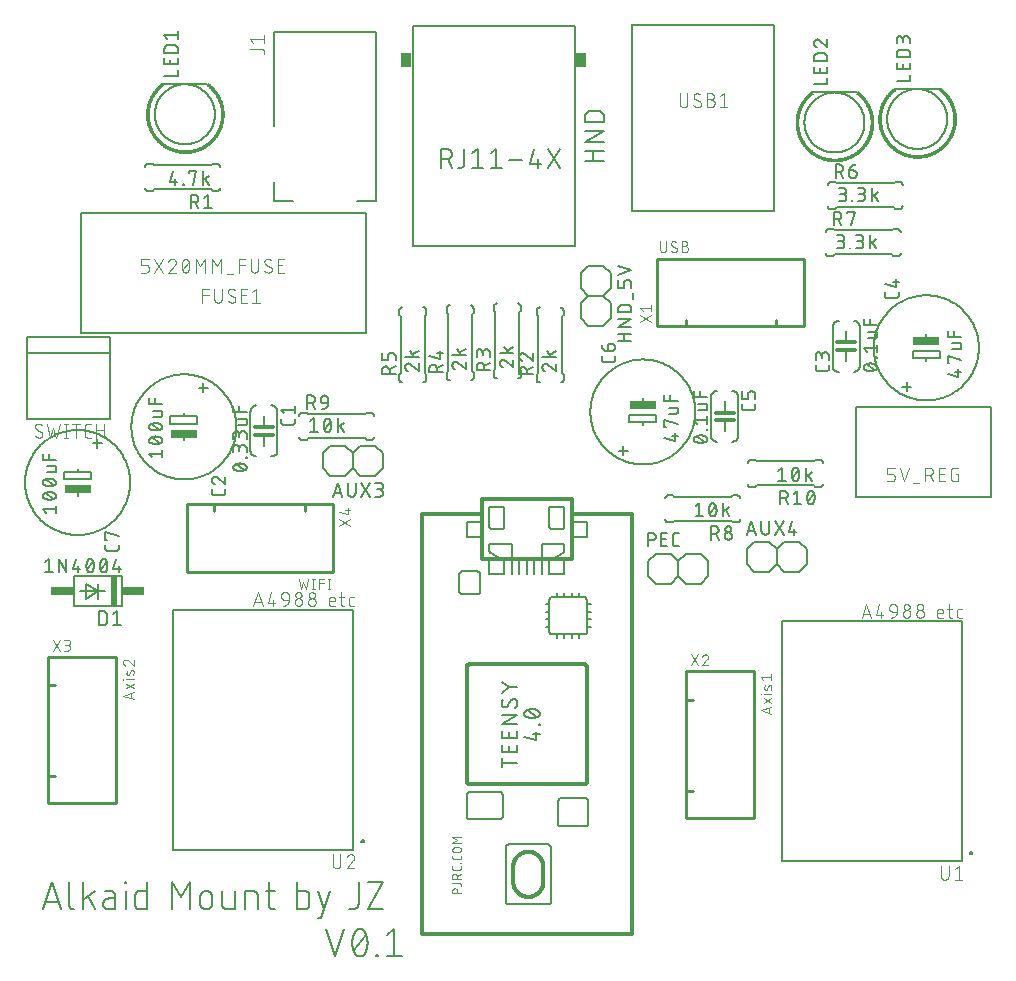
<source format=gbr>
G04 EAGLE Gerber RS-274X export*
G75*
%MOMM*%
%FSLAX34Y34*%
%LPD*%
%INSilkscreen Top*%
%IPPOS*%
%AMOC8*
5,1,8,0,0,1.08239X$1,22.5*%
G01*
%ADD10C,0.203200*%
%ADD11C,0.152400*%
%ADD12C,0.127000*%
%ADD13C,0.304800*%
%ADD14R,2.286000X0.635000*%
%ADD15R,0.508000X2.540000*%
%ADD16R,1.905000X0.762000*%
%ADD17C,0.101600*%
%ADD18R,0.925000X1.143000*%
%ADD19C,0.025400*%
%ADD20C,0.177800*%
%ADD21C,0.076200*%
%ADD22C,0.200000*%
%ADD23C,0.254000*%


D10*
X31016Y61016D02*
X38805Y84384D01*
X46595Y61016D01*
X44647Y66858D02*
X32963Y66858D01*
X53605Y64911D02*
X53605Y84384D01*
X53605Y64911D02*
X53607Y64789D01*
X53613Y64666D01*
X53622Y64544D01*
X53636Y64423D01*
X53653Y64302D01*
X53674Y64181D01*
X53699Y64061D01*
X53727Y63942D01*
X53760Y63824D01*
X53796Y63707D01*
X53835Y63592D01*
X53879Y63477D01*
X53925Y63364D01*
X53976Y63253D01*
X54030Y63143D01*
X54087Y63035D01*
X54147Y62928D01*
X54211Y62824D01*
X54279Y62722D01*
X54349Y62622D01*
X54422Y62524D01*
X54499Y62428D01*
X54578Y62335D01*
X54661Y62245D01*
X54746Y62157D01*
X54834Y62072D01*
X54924Y61989D01*
X55017Y61910D01*
X55113Y61833D01*
X55211Y61760D01*
X55311Y61690D01*
X55413Y61622D01*
X55517Y61558D01*
X55624Y61498D01*
X55732Y61441D01*
X55842Y61387D01*
X55953Y61336D01*
X56066Y61290D01*
X56181Y61246D01*
X56296Y61207D01*
X56413Y61171D01*
X56531Y61138D01*
X56650Y61110D01*
X56770Y61085D01*
X56891Y61064D01*
X57012Y61047D01*
X57133Y61033D01*
X57255Y61024D01*
X57378Y61018D01*
X57500Y61016D01*
X65049Y61016D02*
X65049Y84384D01*
X75434Y76595D02*
X65049Y68805D01*
X69592Y72051D02*
X75434Y61016D01*
X86822Y70104D02*
X92664Y70104D01*
X86822Y70104D02*
X86689Y70102D01*
X86555Y70096D01*
X86422Y70086D01*
X86290Y70073D01*
X86157Y70055D01*
X86026Y70034D01*
X85895Y70008D01*
X85764Y69979D01*
X85635Y69946D01*
X85507Y69910D01*
X85380Y69869D01*
X85254Y69825D01*
X85129Y69777D01*
X85006Y69725D01*
X84885Y69670D01*
X84765Y69612D01*
X84647Y69550D01*
X84531Y69484D01*
X84417Y69415D01*
X84304Y69343D01*
X84194Y69267D01*
X84087Y69189D01*
X83981Y69107D01*
X83879Y69022D01*
X83778Y68934D01*
X83680Y68843D01*
X83585Y68749D01*
X83493Y68653D01*
X83404Y68554D01*
X83317Y68452D01*
X83234Y68348D01*
X83154Y68242D01*
X83077Y68133D01*
X83003Y68022D01*
X82932Y67909D01*
X82865Y67793D01*
X82801Y67676D01*
X82740Y67557D01*
X82684Y67437D01*
X82630Y67314D01*
X82581Y67190D01*
X82535Y67065D01*
X82492Y66939D01*
X82454Y66811D01*
X82419Y66682D01*
X82388Y66553D01*
X82360Y66422D01*
X82337Y66291D01*
X82318Y66159D01*
X82302Y66026D01*
X82290Y65893D01*
X82282Y65760D01*
X82278Y65627D01*
X82278Y65493D01*
X82282Y65360D01*
X82290Y65227D01*
X82302Y65094D01*
X82318Y64961D01*
X82337Y64829D01*
X82360Y64698D01*
X82388Y64567D01*
X82419Y64438D01*
X82454Y64309D01*
X82492Y64181D01*
X82535Y64055D01*
X82581Y63930D01*
X82630Y63806D01*
X82684Y63683D01*
X82740Y63563D01*
X82801Y63444D01*
X82865Y63327D01*
X82932Y63211D01*
X83003Y63098D01*
X83077Y62987D01*
X83154Y62878D01*
X83234Y62772D01*
X83317Y62668D01*
X83404Y62566D01*
X83493Y62467D01*
X83585Y62371D01*
X83680Y62277D01*
X83778Y62186D01*
X83879Y62098D01*
X83981Y62013D01*
X84087Y61931D01*
X84194Y61853D01*
X84304Y61777D01*
X84417Y61705D01*
X84531Y61636D01*
X84647Y61570D01*
X84765Y61508D01*
X84885Y61450D01*
X85006Y61395D01*
X85129Y61343D01*
X85254Y61295D01*
X85380Y61251D01*
X85507Y61210D01*
X85635Y61174D01*
X85764Y61141D01*
X85895Y61112D01*
X86026Y61086D01*
X86157Y61065D01*
X86290Y61047D01*
X86422Y61034D01*
X86555Y61024D01*
X86689Y61018D01*
X86822Y61016D01*
X92664Y61016D01*
X92664Y72700D01*
X92665Y72700D02*
X92663Y72822D01*
X92657Y72945D01*
X92648Y73067D01*
X92634Y73188D01*
X92617Y73309D01*
X92596Y73430D01*
X92571Y73550D01*
X92543Y73669D01*
X92510Y73787D01*
X92474Y73904D01*
X92435Y74019D01*
X92391Y74134D01*
X92345Y74247D01*
X92294Y74358D01*
X92240Y74468D01*
X92183Y74576D01*
X92123Y74683D01*
X92059Y74787D01*
X91991Y74889D01*
X91921Y74989D01*
X91848Y75087D01*
X91771Y75183D01*
X91692Y75276D01*
X91609Y75366D01*
X91524Y75454D01*
X91436Y75539D01*
X91346Y75622D01*
X91253Y75701D01*
X91157Y75778D01*
X91059Y75851D01*
X90959Y75921D01*
X90857Y75989D01*
X90753Y76053D01*
X90646Y76113D01*
X90538Y76170D01*
X90428Y76224D01*
X90317Y76275D01*
X90204Y76321D01*
X90089Y76365D01*
X89974Y76404D01*
X89857Y76440D01*
X89739Y76473D01*
X89620Y76501D01*
X89500Y76526D01*
X89379Y76547D01*
X89258Y76564D01*
X89137Y76578D01*
X89015Y76587D01*
X88892Y76593D01*
X88770Y76595D01*
X83577Y76595D01*
X101442Y76595D02*
X101442Y61016D01*
X100792Y83086D02*
X100792Y84384D01*
X102091Y84384D01*
X102091Y83086D01*
X100792Y83086D01*
X119807Y84384D02*
X119807Y61016D01*
X113316Y61016D01*
X113194Y61018D01*
X113071Y61024D01*
X112949Y61033D01*
X112828Y61047D01*
X112707Y61064D01*
X112586Y61085D01*
X112466Y61110D01*
X112347Y61138D01*
X112229Y61171D01*
X112112Y61207D01*
X111997Y61246D01*
X111882Y61290D01*
X111769Y61336D01*
X111658Y61387D01*
X111548Y61441D01*
X111440Y61498D01*
X111333Y61558D01*
X111229Y61622D01*
X111127Y61690D01*
X111027Y61760D01*
X110929Y61833D01*
X110833Y61910D01*
X110740Y61989D01*
X110650Y62072D01*
X110562Y62157D01*
X110477Y62245D01*
X110394Y62335D01*
X110315Y62428D01*
X110238Y62524D01*
X110165Y62622D01*
X110095Y62722D01*
X110027Y62824D01*
X109963Y62928D01*
X109903Y63035D01*
X109846Y63143D01*
X109792Y63253D01*
X109741Y63364D01*
X109695Y63477D01*
X109651Y63592D01*
X109612Y63707D01*
X109576Y63824D01*
X109543Y63942D01*
X109515Y64061D01*
X109490Y64181D01*
X109469Y64302D01*
X109452Y64423D01*
X109438Y64544D01*
X109429Y64666D01*
X109423Y64789D01*
X109421Y64911D01*
X109421Y72700D01*
X109423Y72822D01*
X109429Y72945D01*
X109438Y73067D01*
X109452Y73188D01*
X109469Y73309D01*
X109490Y73430D01*
X109515Y73550D01*
X109543Y73669D01*
X109576Y73787D01*
X109612Y73904D01*
X109651Y74019D01*
X109695Y74134D01*
X109741Y74247D01*
X109792Y74358D01*
X109846Y74468D01*
X109903Y74576D01*
X109963Y74683D01*
X110027Y74787D01*
X110095Y74889D01*
X110165Y74989D01*
X110238Y75087D01*
X110315Y75183D01*
X110394Y75276D01*
X110477Y75366D01*
X110562Y75454D01*
X110650Y75539D01*
X110740Y75622D01*
X110833Y75701D01*
X110929Y75778D01*
X111027Y75851D01*
X111127Y75921D01*
X111229Y75989D01*
X111333Y76053D01*
X111440Y76113D01*
X111548Y76170D01*
X111658Y76224D01*
X111769Y76275D01*
X111882Y76321D01*
X111997Y76365D01*
X112112Y76404D01*
X112229Y76440D01*
X112347Y76473D01*
X112466Y76501D01*
X112586Y76526D01*
X112707Y76547D01*
X112828Y76564D01*
X112949Y76578D01*
X113071Y76587D01*
X113194Y76593D01*
X113316Y76595D01*
X119807Y76595D01*
X140281Y84384D02*
X140281Y61016D01*
X148071Y71402D02*
X140281Y84384D01*
X148071Y71402D02*
X155860Y84384D01*
X155860Y61016D01*
X164453Y66209D02*
X164453Y71402D01*
X164455Y71545D01*
X164461Y71688D01*
X164471Y71831D01*
X164485Y71973D01*
X164502Y72115D01*
X164524Y72257D01*
X164549Y72398D01*
X164579Y72538D01*
X164612Y72677D01*
X164649Y72815D01*
X164690Y72952D01*
X164734Y73088D01*
X164783Y73223D01*
X164835Y73356D01*
X164890Y73488D01*
X164950Y73618D01*
X165013Y73747D01*
X165079Y73874D01*
X165149Y73999D01*
X165222Y74121D01*
X165299Y74242D01*
X165379Y74361D01*
X165462Y74477D01*
X165548Y74592D01*
X165637Y74703D01*
X165730Y74813D01*
X165825Y74919D01*
X165924Y75023D01*
X166025Y75124D01*
X166129Y75223D01*
X166235Y75318D01*
X166345Y75411D01*
X166456Y75500D01*
X166571Y75586D01*
X166687Y75669D01*
X166806Y75749D01*
X166927Y75826D01*
X167050Y75899D01*
X167174Y75969D01*
X167301Y76035D01*
X167430Y76098D01*
X167560Y76158D01*
X167692Y76213D01*
X167825Y76265D01*
X167960Y76314D01*
X168096Y76358D01*
X168233Y76399D01*
X168371Y76436D01*
X168510Y76469D01*
X168650Y76499D01*
X168791Y76524D01*
X168933Y76546D01*
X169075Y76563D01*
X169217Y76577D01*
X169360Y76587D01*
X169503Y76593D01*
X169646Y76595D01*
X169789Y76593D01*
X169932Y76587D01*
X170075Y76577D01*
X170217Y76563D01*
X170359Y76546D01*
X170501Y76524D01*
X170642Y76499D01*
X170782Y76469D01*
X170921Y76436D01*
X171059Y76399D01*
X171196Y76358D01*
X171332Y76314D01*
X171467Y76265D01*
X171600Y76213D01*
X171732Y76158D01*
X171862Y76098D01*
X171991Y76035D01*
X172118Y75969D01*
X172243Y75899D01*
X172365Y75826D01*
X172486Y75749D01*
X172605Y75669D01*
X172721Y75586D01*
X172836Y75500D01*
X172947Y75411D01*
X173057Y75318D01*
X173163Y75223D01*
X173267Y75124D01*
X173368Y75023D01*
X173467Y74919D01*
X173562Y74813D01*
X173655Y74703D01*
X173744Y74592D01*
X173830Y74477D01*
X173913Y74361D01*
X173993Y74242D01*
X174070Y74121D01*
X174143Y73999D01*
X174213Y73874D01*
X174279Y73747D01*
X174342Y73618D01*
X174402Y73488D01*
X174457Y73356D01*
X174509Y73223D01*
X174558Y73088D01*
X174602Y72952D01*
X174643Y72815D01*
X174680Y72677D01*
X174713Y72538D01*
X174743Y72398D01*
X174768Y72257D01*
X174790Y72115D01*
X174807Y71973D01*
X174821Y71831D01*
X174831Y71688D01*
X174837Y71545D01*
X174839Y71402D01*
X174838Y71402D02*
X174838Y66209D01*
X174839Y66209D02*
X174837Y66066D01*
X174831Y65923D01*
X174821Y65780D01*
X174807Y65638D01*
X174790Y65496D01*
X174768Y65354D01*
X174743Y65213D01*
X174713Y65073D01*
X174680Y64934D01*
X174643Y64796D01*
X174602Y64659D01*
X174558Y64523D01*
X174509Y64388D01*
X174457Y64255D01*
X174402Y64123D01*
X174342Y63993D01*
X174279Y63864D01*
X174213Y63737D01*
X174143Y63612D01*
X174070Y63490D01*
X173993Y63369D01*
X173913Y63250D01*
X173830Y63134D01*
X173744Y63019D01*
X173655Y62908D01*
X173562Y62798D01*
X173467Y62692D01*
X173368Y62588D01*
X173267Y62487D01*
X173163Y62388D01*
X173057Y62293D01*
X172947Y62200D01*
X172836Y62111D01*
X172721Y62025D01*
X172605Y61942D01*
X172486Y61862D01*
X172365Y61785D01*
X172242Y61712D01*
X172118Y61642D01*
X171991Y61576D01*
X171862Y61513D01*
X171732Y61453D01*
X171600Y61398D01*
X171467Y61346D01*
X171332Y61297D01*
X171196Y61253D01*
X171059Y61212D01*
X170921Y61175D01*
X170782Y61142D01*
X170642Y61112D01*
X170501Y61087D01*
X170359Y61065D01*
X170217Y61048D01*
X170075Y61034D01*
X169932Y61024D01*
X169789Y61018D01*
X169646Y61016D01*
X169503Y61018D01*
X169360Y61024D01*
X169217Y61034D01*
X169075Y61048D01*
X168933Y61065D01*
X168791Y61087D01*
X168650Y61112D01*
X168510Y61142D01*
X168371Y61175D01*
X168233Y61212D01*
X168096Y61253D01*
X167960Y61297D01*
X167825Y61346D01*
X167692Y61398D01*
X167560Y61453D01*
X167430Y61513D01*
X167301Y61576D01*
X167174Y61642D01*
X167049Y61712D01*
X166927Y61785D01*
X166806Y61862D01*
X166687Y61942D01*
X166571Y62025D01*
X166456Y62111D01*
X166345Y62200D01*
X166235Y62293D01*
X166129Y62388D01*
X166025Y62487D01*
X165924Y62588D01*
X165825Y62692D01*
X165730Y62798D01*
X165637Y62908D01*
X165548Y63019D01*
X165462Y63134D01*
X165379Y63250D01*
X165299Y63369D01*
X165222Y63490D01*
X165149Y63613D01*
X165079Y63737D01*
X165013Y63864D01*
X164950Y63993D01*
X164890Y64123D01*
X164835Y64255D01*
X164783Y64388D01*
X164734Y64523D01*
X164690Y64659D01*
X164649Y64796D01*
X164612Y64934D01*
X164579Y65073D01*
X164549Y65213D01*
X164524Y65354D01*
X164502Y65496D01*
X164485Y65638D01*
X164471Y65780D01*
X164461Y65923D01*
X164455Y66066D01*
X164453Y66209D01*
X183244Y64911D02*
X183244Y76595D01*
X183243Y64911D02*
X183245Y64789D01*
X183251Y64666D01*
X183260Y64544D01*
X183274Y64423D01*
X183291Y64302D01*
X183312Y64181D01*
X183337Y64061D01*
X183365Y63942D01*
X183398Y63824D01*
X183434Y63707D01*
X183473Y63592D01*
X183517Y63477D01*
X183563Y63364D01*
X183614Y63253D01*
X183668Y63143D01*
X183725Y63035D01*
X183785Y62928D01*
X183849Y62824D01*
X183917Y62722D01*
X183987Y62622D01*
X184060Y62524D01*
X184137Y62428D01*
X184216Y62335D01*
X184299Y62245D01*
X184384Y62157D01*
X184472Y62072D01*
X184562Y61989D01*
X184655Y61910D01*
X184751Y61833D01*
X184849Y61760D01*
X184949Y61690D01*
X185051Y61622D01*
X185155Y61558D01*
X185262Y61498D01*
X185370Y61441D01*
X185480Y61387D01*
X185591Y61336D01*
X185704Y61290D01*
X185819Y61246D01*
X185934Y61207D01*
X186051Y61171D01*
X186169Y61138D01*
X186288Y61110D01*
X186408Y61085D01*
X186529Y61064D01*
X186650Y61047D01*
X186771Y61033D01*
X186893Y61024D01*
X187016Y61018D01*
X187138Y61016D01*
X193629Y61016D01*
X193629Y76595D01*
X202730Y76595D02*
X202730Y61016D01*
X202730Y76595D02*
X209221Y76595D01*
X209343Y76593D01*
X209466Y76587D01*
X209588Y76578D01*
X209709Y76564D01*
X209830Y76547D01*
X209951Y76526D01*
X210071Y76501D01*
X210190Y76473D01*
X210308Y76440D01*
X210425Y76404D01*
X210540Y76365D01*
X210655Y76321D01*
X210768Y76275D01*
X210879Y76224D01*
X210989Y76170D01*
X211097Y76113D01*
X211204Y76053D01*
X211308Y75989D01*
X211410Y75921D01*
X211510Y75851D01*
X211608Y75778D01*
X211704Y75701D01*
X211797Y75622D01*
X211887Y75539D01*
X211975Y75454D01*
X212060Y75366D01*
X212143Y75276D01*
X212222Y75183D01*
X212299Y75087D01*
X212372Y74989D01*
X212442Y74889D01*
X212510Y74787D01*
X212574Y74683D01*
X212634Y74576D01*
X212691Y74468D01*
X212745Y74358D01*
X212796Y74247D01*
X212842Y74134D01*
X212886Y74019D01*
X212925Y73904D01*
X212961Y73787D01*
X212994Y73669D01*
X213022Y73550D01*
X213047Y73430D01*
X213068Y73309D01*
X213085Y73188D01*
X213099Y73067D01*
X213108Y72945D01*
X213114Y72822D01*
X213116Y72700D01*
X213116Y61016D01*
X219952Y76595D02*
X227741Y76595D01*
X222548Y84384D02*
X222548Y64911D01*
X222550Y64789D01*
X222556Y64666D01*
X222565Y64544D01*
X222579Y64423D01*
X222596Y64302D01*
X222617Y64181D01*
X222642Y64061D01*
X222670Y63942D01*
X222703Y63824D01*
X222739Y63707D01*
X222778Y63592D01*
X222822Y63477D01*
X222868Y63364D01*
X222919Y63253D01*
X222973Y63143D01*
X223030Y63035D01*
X223090Y62928D01*
X223154Y62824D01*
X223222Y62722D01*
X223292Y62622D01*
X223365Y62524D01*
X223442Y62428D01*
X223521Y62335D01*
X223604Y62245D01*
X223689Y62157D01*
X223777Y62072D01*
X223867Y61989D01*
X223960Y61910D01*
X224056Y61833D01*
X224154Y61760D01*
X224254Y61690D01*
X224356Y61622D01*
X224460Y61558D01*
X224567Y61498D01*
X224675Y61441D01*
X224785Y61387D01*
X224896Y61336D01*
X225009Y61290D01*
X225124Y61246D01*
X225239Y61207D01*
X225356Y61171D01*
X225474Y61138D01*
X225593Y61110D01*
X225713Y61085D01*
X225834Y61064D01*
X225955Y61047D01*
X226076Y61033D01*
X226198Y61024D01*
X226321Y61018D01*
X226443Y61016D01*
X227741Y61016D01*
X246627Y61016D02*
X246627Y84384D01*
X246627Y61016D02*
X253118Y61016D01*
X253240Y61018D01*
X253363Y61024D01*
X253485Y61033D01*
X253606Y61047D01*
X253727Y61064D01*
X253848Y61085D01*
X253968Y61110D01*
X254087Y61138D01*
X254205Y61171D01*
X254322Y61207D01*
X254437Y61246D01*
X254552Y61290D01*
X254665Y61336D01*
X254776Y61387D01*
X254886Y61441D01*
X254994Y61498D01*
X255101Y61558D01*
X255205Y61622D01*
X255307Y61690D01*
X255407Y61760D01*
X255505Y61833D01*
X255601Y61910D01*
X255694Y61989D01*
X255784Y62072D01*
X255872Y62157D01*
X255957Y62245D01*
X256040Y62335D01*
X256119Y62428D01*
X256196Y62524D01*
X256269Y62622D01*
X256339Y62722D01*
X256407Y62824D01*
X256471Y62928D01*
X256531Y63035D01*
X256588Y63143D01*
X256642Y63253D01*
X256693Y63364D01*
X256739Y63477D01*
X256783Y63592D01*
X256822Y63707D01*
X256858Y63824D01*
X256891Y63942D01*
X256919Y64061D01*
X256944Y64181D01*
X256965Y64302D01*
X256982Y64423D01*
X256996Y64544D01*
X257005Y64666D01*
X257011Y64789D01*
X257013Y64911D01*
X257012Y64911D02*
X257012Y72700D01*
X257013Y72700D02*
X257011Y72822D01*
X257005Y72945D01*
X256996Y73067D01*
X256982Y73188D01*
X256965Y73309D01*
X256944Y73430D01*
X256919Y73550D01*
X256891Y73669D01*
X256858Y73787D01*
X256822Y73904D01*
X256783Y74019D01*
X256739Y74134D01*
X256693Y74247D01*
X256642Y74358D01*
X256588Y74468D01*
X256531Y74576D01*
X256471Y74683D01*
X256407Y74787D01*
X256339Y74889D01*
X256269Y74989D01*
X256196Y75087D01*
X256119Y75183D01*
X256040Y75276D01*
X255957Y75366D01*
X255872Y75454D01*
X255784Y75539D01*
X255694Y75622D01*
X255601Y75701D01*
X255505Y75778D01*
X255407Y75851D01*
X255307Y75921D01*
X255205Y75989D01*
X255101Y76053D01*
X254994Y76113D01*
X254886Y76170D01*
X254776Y76224D01*
X254665Y76275D01*
X254552Y76321D01*
X254437Y76365D01*
X254322Y76404D01*
X254205Y76440D01*
X254087Y76473D01*
X253968Y76501D01*
X253848Y76526D01*
X253727Y76547D01*
X253606Y76564D01*
X253485Y76578D01*
X253363Y76587D01*
X253240Y76593D01*
X253118Y76595D01*
X246627Y76595D01*
X263975Y53227D02*
X266571Y53227D01*
X274360Y76595D01*
X263975Y76595D02*
X269167Y61016D01*
X298655Y66209D02*
X298655Y84384D01*
X298655Y66209D02*
X298653Y66066D01*
X298647Y65923D01*
X298637Y65780D01*
X298623Y65638D01*
X298606Y65496D01*
X298584Y65354D01*
X298559Y65213D01*
X298529Y65073D01*
X298496Y64934D01*
X298459Y64796D01*
X298418Y64659D01*
X298374Y64523D01*
X298325Y64388D01*
X298273Y64255D01*
X298218Y64123D01*
X298158Y63993D01*
X298095Y63864D01*
X298029Y63737D01*
X297959Y63612D01*
X297886Y63490D01*
X297809Y63369D01*
X297729Y63250D01*
X297646Y63134D01*
X297560Y63019D01*
X297471Y62908D01*
X297378Y62798D01*
X297283Y62692D01*
X297184Y62588D01*
X297083Y62487D01*
X296979Y62388D01*
X296873Y62293D01*
X296763Y62200D01*
X296652Y62111D01*
X296537Y62025D01*
X296421Y61942D01*
X296302Y61862D01*
X296181Y61785D01*
X296059Y61712D01*
X295934Y61642D01*
X295807Y61576D01*
X295678Y61513D01*
X295548Y61453D01*
X295416Y61398D01*
X295283Y61346D01*
X295148Y61297D01*
X295012Y61253D01*
X294875Y61212D01*
X294737Y61175D01*
X294598Y61142D01*
X294458Y61112D01*
X294317Y61087D01*
X294175Y61065D01*
X294033Y61048D01*
X293891Y61034D01*
X293748Y61024D01*
X293605Y61018D01*
X293462Y61016D01*
X290866Y61016D01*
X306522Y84384D02*
X319504Y84384D01*
X306522Y61016D01*
X319504Y61016D01*
X271016Y44384D02*
X278805Y21016D01*
X286595Y44384D01*
X295140Y41138D02*
X294944Y40723D01*
X294757Y40303D01*
X294581Y39878D01*
X294415Y39449D01*
X294259Y39017D01*
X294113Y38581D01*
X293978Y38142D01*
X293853Y37699D01*
X293739Y37254D01*
X293636Y36806D01*
X293543Y36356D01*
X293461Y35903D01*
X293390Y35449D01*
X293330Y34993D01*
X293281Y34536D01*
X293242Y34078D01*
X293215Y33619D01*
X293198Y33160D01*
X293193Y32700D01*
X295141Y41139D02*
X295186Y41266D01*
X295236Y41392D01*
X295288Y41517D01*
X295345Y41640D01*
X295405Y41762D01*
X295468Y41881D01*
X295534Y41999D01*
X295604Y42115D01*
X295677Y42229D01*
X295753Y42341D01*
X295833Y42451D01*
X295915Y42558D01*
X296001Y42663D01*
X296089Y42766D01*
X296180Y42866D01*
X296274Y42964D01*
X296371Y43058D01*
X296470Y43150D01*
X296572Y43240D01*
X296676Y43326D01*
X296783Y43409D01*
X296892Y43489D01*
X297004Y43567D01*
X297117Y43640D01*
X297232Y43711D01*
X297350Y43779D01*
X297469Y43843D01*
X297590Y43904D01*
X297713Y43961D01*
X297837Y44015D01*
X297963Y44065D01*
X298090Y44112D01*
X298218Y44155D01*
X298348Y44194D01*
X298478Y44230D01*
X298610Y44262D01*
X298742Y44291D01*
X298875Y44315D01*
X299009Y44336D01*
X299144Y44353D01*
X299278Y44367D01*
X299413Y44376D01*
X299549Y44382D01*
X299684Y44384D01*
X299819Y44382D01*
X299955Y44376D01*
X300090Y44367D01*
X300225Y44353D01*
X300359Y44336D01*
X300493Y44315D01*
X300626Y44291D01*
X300758Y44262D01*
X300890Y44230D01*
X301020Y44194D01*
X301150Y44155D01*
X301278Y44112D01*
X301405Y44065D01*
X301531Y44015D01*
X301655Y43961D01*
X301778Y43904D01*
X301899Y43843D01*
X302018Y43779D01*
X302136Y43711D01*
X302251Y43640D01*
X302364Y43566D01*
X302476Y43489D01*
X302585Y43409D01*
X302692Y43326D01*
X302796Y43240D01*
X302898Y43150D01*
X302997Y43058D01*
X303094Y42964D01*
X303188Y42866D01*
X303279Y42766D01*
X303367Y42663D01*
X303453Y42558D01*
X303535Y42451D01*
X303615Y42341D01*
X303691Y42229D01*
X303764Y42115D01*
X303834Y41999D01*
X303900Y41881D01*
X303963Y41762D01*
X304023Y41640D01*
X304080Y41517D01*
X304132Y41392D01*
X304182Y41266D01*
X304227Y41139D01*
X304228Y41139D02*
X304424Y40723D01*
X304611Y40303D01*
X304787Y39878D01*
X304953Y39450D01*
X305109Y39017D01*
X305255Y38581D01*
X305390Y38142D01*
X305515Y37699D01*
X305629Y37254D01*
X305732Y36806D01*
X305825Y36356D01*
X305907Y35903D01*
X305978Y35449D01*
X306038Y34993D01*
X306087Y34536D01*
X306126Y34078D01*
X306153Y33619D01*
X306170Y33160D01*
X306175Y32700D01*
X293193Y32700D02*
X293198Y32240D01*
X293215Y31781D01*
X293242Y31322D01*
X293281Y30864D01*
X293330Y30407D01*
X293390Y29951D01*
X293461Y29497D01*
X293543Y29045D01*
X293636Y28594D01*
X293739Y28146D01*
X293853Y27701D01*
X293978Y27258D01*
X294113Y26819D01*
X294259Y26383D01*
X294415Y25951D01*
X294581Y25522D01*
X294757Y25097D01*
X294944Y24677D01*
X295140Y24262D01*
X295141Y24261D02*
X295186Y24134D01*
X295236Y24008D01*
X295288Y23883D01*
X295345Y23760D01*
X295405Y23638D01*
X295468Y23519D01*
X295534Y23401D01*
X295604Y23285D01*
X295677Y23171D01*
X295753Y23059D01*
X295833Y22949D01*
X295915Y22842D01*
X296001Y22737D01*
X296089Y22634D01*
X296180Y22534D01*
X296274Y22436D01*
X296371Y22342D01*
X296470Y22250D01*
X296572Y22160D01*
X296677Y22074D01*
X296783Y21991D01*
X296892Y21911D01*
X297004Y21833D01*
X297117Y21760D01*
X297232Y21689D01*
X297350Y21621D01*
X297469Y21557D01*
X297590Y21496D01*
X297713Y21439D01*
X297837Y21385D01*
X297963Y21335D01*
X298090Y21288D01*
X298218Y21245D01*
X298348Y21206D01*
X298478Y21170D01*
X298610Y21138D01*
X298742Y21109D01*
X298875Y21085D01*
X299009Y21064D01*
X299144Y21047D01*
X299278Y21033D01*
X299413Y21024D01*
X299549Y21018D01*
X299684Y21016D01*
X304228Y24262D02*
X304424Y24677D01*
X304611Y25097D01*
X304787Y25522D01*
X304953Y25950D01*
X305109Y26383D01*
X305255Y26819D01*
X305390Y27258D01*
X305515Y27701D01*
X305629Y28146D01*
X305732Y28594D01*
X305825Y29044D01*
X305907Y29497D01*
X305978Y29951D01*
X306038Y30407D01*
X306087Y30864D01*
X306126Y31322D01*
X306153Y31781D01*
X306170Y32240D01*
X306175Y32700D01*
X304227Y24261D02*
X304182Y24134D01*
X304132Y24008D01*
X304080Y23883D01*
X304023Y23760D01*
X303963Y23638D01*
X303900Y23519D01*
X303834Y23401D01*
X303764Y23285D01*
X303691Y23171D01*
X303615Y23059D01*
X303535Y22949D01*
X303453Y22842D01*
X303367Y22737D01*
X303279Y22634D01*
X303188Y22534D01*
X303094Y22436D01*
X302997Y22342D01*
X302898Y22250D01*
X302796Y22160D01*
X302692Y22074D01*
X302585Y21991D01*
X302476Y21911D01*
X302364Y21833D01*
X302251Y21760D01*
X302136Y21689D01*
X302018Y21621D01*
X301899Y21557D01*
X301778Y21496D01*
X301655Y21439D01*
X301531Y21385D01*
X301405Y21335D01*
X301278Y21288D01*
X301150Y21245D01*
X301020Y21206D01*
X300890Y21170D01*
X300758Y21138D01*
X300626Y21109D01*
X300493Y21085D01*
X300359Y21064D01*
X300224Y21047D01*
X300090Y21033D01*
X299955Y21024D01*
X299819Y21018D01*
X299684Y21016D01*
X294491Y26209D02*
X304877Y39191D01*
X313650Y22314D02*
X313650Y21016D01*
X313650Y22314D02*
X314948Y22314D01*
X314948Y21016D01*
X313650Y21016D01*
X322423Y39191D02*
X328914Y44384D01*
X328914Y21016D01*
X322423Y21016D02*
X335405Y21016D01*
D11*
X312750Y428000D02*
X300050Y428000D01*
X293700Y434350D01*
X293700Y447050D01*
X300050Y453400D01*
X319100Y447050D02*
X319100Y434350D01*
X312750Y428000D01*
X319100Y447050D02*
X312750Y453400D01*
X300050Y453400D01*
X293700Y434350D02*
X287350Y428000D01*
X274650Y428000D01*
X268300Y434350D01*
X268300Y447050D01*
X274650Y453400D01*
X287350Y453400D01*
X293700Y447050D01*
D12*
X281000Y421777D02*
X277190Y410347D01*
X284810Y410347D02*
X281000Y421777D01*
X283858Y413205D02*
X278143Y413205D01*
X289636Y413522D02*
X289636Y421777D01*
X289636Y413522D02*
X289638Y413411D01*
X289644Y413301D01*
X289653Y413190D01*
X289667Y413080D01*
X289684Y412971D01*
X289705Y412862D01*
X289730Y412754D01*
X289759Y412647D01*
X289791Y412541D01*
X289827Y412436D01*
X289867Y412333D01*
X289910Y412231D01*
X289957Y412130D01*
X290008Y412031D01*
X290061Y411935D01*
X290118Y411840D01*
X290179Y411747D01*
X290242Y411656D01*
X290309Y411567D01*
X290379Y411481D01*
X290452Y411398D01*
X290527Y411316D01*
X290605Y411238D01*
X290687Y411163D01*
X290770Y411090D01*
X290856Y411020D01*
X290945Y410953D01*
X291036Y410890D01*
X291129Y410829D01*
X291224Y410772D01*
X291320Y410719D01*
X291419Y410668D01*
X291520Y410621D01*
X291622Y410578D01*
X291725Y410538D01*
X291830Y410502D01*
X291936Y410470D01*
X292043Y410441D01*
X292151Y410416D01*
X292260Y410395D01*
X292369Y410378D01*
X292479Y410364D01*
X292590Y410355D01*
X292700Y410349D01*
X292811Y410347D01*
X292922Y410349D01*
X293032Y410355D01*
X293143Y410364D01*
X293253Y410378D01*
X293362Y410395D01*
X293471Y410416D01*
X293579Y410441D01*
X293686Y410470D01*
X293792Y410502D01*
X293897Y410538D01*
X294000Y410578D01*
X294102Y410621D01*
X294203Y410668D01*
X294302Y410719D01*
X294398Y410772D01*
X294493Y410829D01*
X294586Y410890D01*
X294677Y410953D01*
X294766Y411020D01*
X294852Y411090D01*
X294935Y411163D01*
X295017Y411238D01*
X295095Y411316D01*
X295170Y411398D01*
X295243Y411481D01*
X295313Y411567D01*
X295380Y411656D01*
X295443Y411747D01*
X295504Y411840D01*
X295561Y411934D01*
X295614Y412031D01*
X295665Y412130D01*
X295712Y412231D01*
X295755Y412333D01*
X295795Y412436D01*
X295831Y412541D01*
X295863Y412647D01*
X295892Y412754D01*
X295917Y412862D01*
X295938Y412971D01*
X295955Y413080D01*
X295969Y413190D01*
X295978Y413301D01*
X295984Y413411D01*
X295986Y413522D01*
X295986Y421777D01*
X300812Y410347D02*
X308432Y421777D01*
X300812Y421777D02*
X308432Y410347D01*
X312877Y410347D02*
X316052Y410347D01*
X316163Y410349D01*
X316273Y410355D01*
X316384Y410364D01*
X316494Y410378D01*
X316603Y410395D01*
X316712Y410416D01*
X316820Y410441D01*
X316927Y410470D01*
X317033Y410502D01*
X317138Y410538D01*
X317241Y410578D01*
X317343Y410621D01*
X317444Y410668D01*
X317543Y410719D01*
X317640Y410772D01*
X317734Y410829D01*
X317827Y410890D01*
X317918Y410953D01*
X318007Y411020D01*
X318093Y411090D01*
X318176Y411163D01*
X318258Y411238D01*
X318336Y411316D01*
X318411Y411398D01*
X318484Y411481D01*
X318554Y411567D01*
X318621Y411656D01*
X318684Y411747D01*
X318745Y411840D01*
X318802Y411934D01*
X318855Y412031D01*
X318906Y412130D01*
X318953Y412231D01*
X318996Y412333D01*
X319036Y412436D01*
X319072Y412541D01*
X319104Y412647D01*
X319133Y412754D01*
X319158Y412862D01*
X319179Y412971D01*
X319196Y413080D01*
X319210Y413190D01*
X319219Y413301D01*
X319225Y413411D01*
X319227Y413522D01*
X319225Y413633D01*
X319219Y413743D01*
X319210Y413854D01*
X319196Y413964D01*
X319179Y414073D01*
X319158Y414182D01*
X319133Y414290D01*
X319104Y414397D01*
X319072Y414503D01*
X319036Y414608D01*
X318996Y414711D01*
X318953Y414813D01*
X318906Y414914D01*
X318855Y415013D01*
X318802Y415109D01*
X318745Y415204D01*
X318684Y415297D01*
X318621Y415388D01*
X318554Y415477D01*
X318484Y415563D01*
X318411Y415646D01*
X318336Y415728D01*
X318258Y415806D01*
X318176Y415881D01*
X318093Y415954D01*
X318007Y416024D01*
X317918Y416091D01*
X317827Y416154D01*
X317734Y416215D01*
X317640Y416272D01*
X317543Y416325D01*
X317444Y416376D01*
X317343Y416423D01*
X317241Y416466D01*
X317138Y416506D01*
X317033Y416542D01*
X316927Y416574D01*
X316820Y416603D01*
X316712Y416628D01*
X316603Y416649D01*
X316494Y416666D01*
X316384Y416680D01*
X316273Y416689D01*
X316163Y416695D01*
X316052Y416697D01*
X316687Y421777D02*
X312877Y421777D01*
X316687Y421777D02*
X316787Y421775D01*
X316886Y421769D01*
X316986Y421759D01*
X317084Y421746D01*
X317183Y421728D01*
X317280Y421707D01*
X317376Y421682D01*
X317472Y421653D01*
X317566Y421620D01*
X317659Y421584D01*
X317750Y421544D01*
X317840Y421500D01*
X317928Y421453D01*
X318014Y421403D01*
X318098Y421349D01*
X318180Y421292D01*
X318259Y421232D01*
X318337Y421168D01*
X318411Y421102D01*
X318483Y421033D01*
X318552Y420961D01*
X318618Y420887D01*
X318682Y420809D01*
X318742Y420730D01*
X318799Y420648D01*
X318853Y420564D01*
X318903Y420478D01*
X318950Y420390D01*
X318994Y420300D01*
X319034Y420209D01*
X319070Y420116D01*
X319103Y420022D01*
X319132Y419926D01*
X319157Y419830D01*
X319178Y419733D01*
X319196Y419634D01*
X319209Y419536D01*
X319219Y419436D01*
X319225Y419337D01*
X319227Y419237D01*
X319225Y419137D01*
X319219Y419038D01*
X319209Y418938D01*
X319196Y418840D01*
X319178Y418741D01*
X319157Y418644D01*
X319132Y418548D01*
X319103Y418452D01*
X319070Y418358D01*
X319034Y418265D01*
X318994Y418174D01*
X318950Y418084D01*
X318903Y417996D01*
X318853Y417910D01*
X318799Y417826D01*
X318742Y417744D01*
X318682Y417665D01*
X318618Y417587D01*
X318552Y417513D01*
X318483Y417441D01*
X318411Y417372D01*
X318337Y417306D01*
X318259Y417242D01*
X318180Y417182D01*
X318098Y417125D01*
X318014Y417071D01*
X317928Y417021D01*
X317840Y416974D01*
X317750Y416930D01*
X317659Y416890D01*
X317566Y416854D01*
X317472Y416821D01*
X317376Y416792D01*
X317280Y416767D01*
X317183Y416746D01*
X317084Y416728D01*
X316986Y416715D01*
X316886Y416705D01*
X316787Y416699D01*
X316687Y416697D01*
X314147Y416697D01*
D11*
X633750Y372000D02*
X646450Y372000D01*
X652800Y365650D01*
X652800Y352950D01*
X646450Y346600D01*
X627400Y352950D02*
X627400Y365650D01*
X633750Y372000D01*
X627400Y352950D02*
X633750Y346600D01*
X646450Y346600D01*
X652800Y365650D02*
X659150Y372000D01*
X671850Y372000D01*
X678200Y365650D01*
X678200Y352950D01*
X671850Y346600D01*
X659150Y346600D01*
X652800Y352950D01*
D12*
X627273Y378223D02*
X631083Y389653D01*
X634893Y378223D01*
X633941Y381081D02*
X628226Y381081D01*
X639719Y381398D02*
X639719Y389653D01*
X639719Y381398D02*
X639721Y381287D01*
X639727Y381177D01*
X639736Y381066D01*
X639750Y380956D01*
X639767Y380847D01*
X639788Y380738D01*
X639813Y380630D01*
X639842Y380523D01*
X639874Y380417D01*
X639910Y380312D01*
X639950Y380209D01*
X639993Y380107D01*
X640040Y380006D01*
X640091Y379907D01*
X640144Y379811D01*
X640201Y379716D01*
X640262Y379623D01*
X640325Y379532D01*
X640392Y379443D01*
X640462Y379357D01*
X640535Y379274D01*
X640610Y379192D01*
X640688Y379114D01*
X640770Y379039D01*
X640853Y378966D01*
X640939Y378896D01*
X641028Y378829D01*
X641119Y378766D01*
X641212Y378705D01*
X641307Y378648D01*
X641403Y378595D01*
X641502Y378544D01*
X641603Y378497D01*
X641705Y378454D01*
X641808Y378414D01*
X641913Y378378D01*
X642019Y378346D01*
X642126Y378317D01*
X642234Y378292D01*
X642343Y378271D01*
X642452Y378254D01*
X642562Y378240D01*
X642673Y378231D01*
X642783Y378225D01*
X642894Y378223D01*
X643005Y378225D01*
X643115Y378231D01*
X643226Y378240D01*
X643336Y378254D01*
X643445Y378271D01*
X643554Y378292D01*
X643662Y378317D01*
X643769Y378346D01*
X643875Y378378D01*
X643980Y378414D01*
X644083Y378454D01*
X644185Y378497D01*
X644286Y378544D01*
X644385Y378595D01*
X644482Y378648D01*
X644576Y378705D01*
X644669Y378766D01*
X644760Y378829D01*
X644849Y378896D01*
X644935Y378966D01*
X645018Y379039D01*
X645100Y379114D01*
X645178Y379192D01*
X645253Y379274D01*
X645326Y379357D01*
X645396Y379443D01*
X645463Y379532D01*
X645526Y379623D01*
X645587Y379716D01*
X645644Y379810D01*
X645697Y379907D01*
X645748Y380006D01*
X645795Y380107D01*
X645838Y380209D01*
X645878Y380312D01*
X645914Y380417D01*
X645946Y380523D01*
X645975Y380630D01*
X646000Y380738D01*
X646021Y380847D01*
X646038Y380956D01*
X646052Y381066D01*
X646061Y381177D01*
X646067Y381287D01*
X646069Y381398D01*
X646069Y389653D01*
X650895Y378223D02*
X658515Y389653D01*
X650895Y389653D02*
X658515Y378223D01*
X662960Y380763D02*
X665500Y389653D01*
X662960Y380763D02*
X669310Y380763D01*
X667405Y383303D02*
X667405Y378223D01*
D11*
X229930Y482610D02*
X229928Y482750D01*
X229922Y482890D01*
X229913Y483030D01*
X229899Y483169D01*
X229882Y483308D01*
X229861Y483446D01*
X229836Y483584D01*
X229807Y483721D01*
X229775Y483857D01*
X229738Y483992D01*
X229698Y484126D01*
X229655Y484259D01*
X229607Y484391D01*
X229557Y484522D01*
X229502Y484651D01*
X229444Y484778D01*
X229383Y484904D01*
X229318Y485028D01*
X229249Y485150D01*
X229178Y485270D01*
X229103Y485388D01*
X229025Y485505D01*
X228943Y485619D01*
X228859Y485730D01*
X228771Y485839D01*
X228681Y485946D01*
X228587Y486051D01*
X228491Y486152D01*
X228392Y486251D01*
X228291Y486347D01*
X228186Y486441D01*
X228079Y486531D01*
X227970Y486619D01*
X227859Y486703D01*
X227745Y486785D01*
X227628Y486863D01*
X227510Y486938D01*
X227390Y487009D01*
X227268Y487078D01*
X227144Y487143D01*
X227018Y487204D01*
X226891Y487262D01*
X226762Y487317D01*
X226631Y487367D01*
X226499Y487415D01*
X226366Y487458D01*
X226232Y487498D01*
X226097Y487535D01*
X225961Y487567D01*
X225824Y487596D01*
X225686Y487621D01*
X225548Y487642D01*
X225409Y487659D01*
X225270Y487673D01*
X225130Y487682D01*
X224990Y487688D01*
X224850Y487690D01*
X212150Y487690D02*
X212010Y487688D01*
X211870Y487682D01*
X211730Y487673D01*
X211591Y487659D01*
X211452Y487642D01*
X211314Y487621D01*
X211176Y487596D01*
X211039Y487567D01*
X210903Y487535D01*
X210768Y487498D01*
X210634Y487458D01*
X210501Y487415D01*
X210369Y487367D01*
X210238Y487317D01*
X210109Y487262D01*
X209982Y487204D01*
X209856Y487143D01*
X209732Y487078D01*
X209610Y487009D01*
X209490Y486938D01*
X209372Y486863D01*
X209255Y486785D01*
X209141Y486703D01*
X209030Y486619D01*
X208921Y486531D01*
X208814Y486441D01*
X208709Y486347D01*
X208608Y486251D01*
X208509Y486152D01*
X208413Y486051D01*
X208319Y485946D01*
X208229Y485839D01*
X208141Y485730D01*
X208057Y485619D01*
X207975Y485505D01*
X207897Y485388D01*
X207822Y485270D01*
X207751Y485150D01*
X207682Y485028D01*
X207617Y484904D01*
X207556Y484778D01*
X207498Y484651D01*
X207443Y484522D01*
X207393Y484391D01*
X207345Y484259D01*
X207302Y484126D01*
X207262Y483992D01*
X207225Y483857D01*
X207193Y483721D01*
X207164Y483584D01*
X207139Y483446D01*
X207118Y483308D01*
X207101Y483169D01*
X207087Y483030D01*
X207078Y482890D01*
X207072Y482750D01*
X207070Y482610D01*
X229930Y482610D02*
X229930Y449590D01*
X207070Y449590D02*
X207070Y482610D01*
X229930Y449590D02*
X229928Y449450D01*
X229922Y449310D01*
X229913Y449170D01*
X229899Y449031D01*
X229882Y448892D01*
X229861Y448754D01*
X229836Y448616D01*
X229807Y448479D01*
X229775Y448343D01*
X229738Y448208D01*
X229698Y448074D01*
X229655Y447941D01*
X229607Y447809D01*
X229557Y447678D01*
X229502Y447549D01*
X229444Y447422D01*
X229383Y447296D01*
X229318Y447172D01*
X229249Y447050D01*
X229178Y446930D01*
X229103Y446812D01*
X229025Y446695D01*
X228943Y446581D01*
X228859Y446470D01*
X228771Y446361D01*
X228681Y446254D01*
X228587Y446149D01*
X228491Y446048D01*
X228392Y445949D01*
X228291Y445853D01*
X228186Y445759D01*
X228079Y445669D01*
X227970Y445581D01*
X227859Y445497D01*
X227745Y445415D01*
X227628Y445337D01*
X227510Y445262D01*
X227390Y445191D01*
X227268Y445122D01*
X227144Y445057D01*
X227018Y444996D01*
X226891Y444938D01*
X226762Y444883D01*
X226631Y444833D01*
X226499Y444785D01*
X226366Y444742D01*
X226232Y444702D01*
X226097Y444665D01*
X225961Y444633D01*
X225824Y444604D01*
X225686Y444579D01*
X225548Y444558D01*
X225409Y444541D01*
X225270Y444527D01*
X225130Y444518D01*
X224990Y444512D01*
X224850Y444510D01*
X212150Y444510D02*
X212010Y444512D01*
X211870Y444518D01*
X211730Y444527D01*
X211591Y444541D01*
X211452Y444558D01*
X211314Y444579D01*
X211176Y444604D01*
X211039Y444633D01*
X210903Y444665D01*
X210768Y444702D01*
X210634Y444742D01*
X210501Y444785D01*
X210369Y444833D01*
X210238Y444883D01*
X210109Y444938D01*
X209982Y444996D01*
X209856Y445057D01*
X209732Y445122D01*
X209610Y445191D01*
X209490Y445262D01*
X209372Y445337D01*
X209255Y445415D01*
X209141Y445497D01*
X209030Y445581D01*
X208921Y445669D01*
X208814Y445759D01*
X208709Y445853D01*
X208608Y445949D01*
X208509Y446048D01*
X208413Y446149D01*
X208319Y446254D01*
X208229Y446361D01*
X208141Y446470D01*
X208057Y446581D01*
X207975Y446695D01*
X207897Y446812D01*
X207822Y446930D01*
X207751Y447050D01*
X207682Y447172D01*
X207617Y447296D01*
X207556Y447422D01*
X207498Y447549D01*
X207443Y447678D01*
X207393Y447809D01*
X207345Y447941D01*
X207302Y448074D01*
X207262Y448208D01*
X207225Y448343D01*
X207193Y448479D01*
X207164Y448616D01*
X207139Y448754D01*
X207118Y448892D01*
X207101Y449031D01*
X207087Y449170D01*
X207078Y449310D01*
X207072Y449450D01*
X207070Y449590D01*
D13*
X218500Y469148D02*
X226120Y469148D01*
X218500Y469148D02*
X210880Y469148D01*
X218500Y462798D02*
X226120Y462798D01*
X218500Y462798D02*
X210880Y462798D01*
D11*
X218500Y462798D02*
X218500Y453400D01*
X218500Y469148D02*
X218500Y478800D01*
D12*
X244535Y476223D02*
X244535Y473683D01*
X244533Y473583D01*
X244527Y473484D01*
X244517Y473384D01*
X244504Y473286D01*
X244486Y473187D01*
X244465Y473090D01*
X244440Y472994D01*
X244411Y472898D01*
X244378Y472804D01*
X244342Y472711D01*
X244302Y472620D01*
X244258Y472530D01*
X244211Y472442D01*
X244161Y472356D01*
X244107Y472272D01*
X244050Y472190D01*
X243990Y472111D01*
X243926Y472033D01*
X243860Y471959D01*
X243791Y471887D01*
X243719Y471818D01*
X243645Y471752D01*
X243567Y471688D01*
X243488Y471628D01*
X243406Y471571D01*
X243322Y471517D01*
X243236Y471467D01*
X243148Y471420D01*
X243058Y471376D01*
X242967Y471336D01*
X242874Y471300D01*
X242780Y471267D01*
X242684Y471238D01*
X242588Y471213D01*
X242491Y471192D01*
X242392Y471174D01*
X242294Y471161D01*
X242194Y471151D01*
X242095Y471145D01*
X241995Y471143D01*
X235645Y471143D01*
X235545Y471145D01*
X235446Y471151D01*
X235346Y471161D01*
X235248Y471174D01*
X235149Y471192D01*
X235052Y471213D01*
X234956Y471238D01*
X234860Y471267D01*
X234766Y471300D01*
X234673Y471336D01*
X234582Y471376D01*
X234492Y471420D01*
X234404Y471467D01*
X234318Y471517D01*
X234234Y471571D01*
X234152Y471628D01*
X234073Y471688D01*
X233995Y471752D01*
X233921Y471818D01*
X233849Y471887D01*
X233780Y471959D01*
X233714Y472033D01*
X233650Y472111D01*
X233590Y472190D01*
X233533Y472272D01*
X233479Y472356D01*
X233429Y472442D01*
X233382Y472530D01*
X233338Y472620D01*
X233298Y472711D01*
X233262Y472804D01*
X233229Y472898D01*
X233200Y472994D01*
X233175Y473090D01*
X233154Y473187D01*
X233136Y473286D01*
X233123Y473384D01*
X233113Y473484D01*
X233107Y473583D01*
X233105Y473683D01*
X233105Y476223D01*
X235645Y480705D02*
X233105Y483880D01*
X244535Y483880D01*
X244535Y480705D02*
X244535Y487055D01*
X198180Y432039D02*
X197955Y432042D01*
X197730Y432050D01*
X197506Y432063D01*
X197282Y432082D01*
X197058Y432106D01*
X196835Y432135D01*
X196613Y432170D01*
X196392Y432210D01*
X196172Y432256D01*
X195953Y432306D01*
X195735Y432362D01*
X195518Y432423D01*
X195303Y432489D01*
X195090Y432560D01*
X194879Y432637D01*
X194669Y432718D01*
X194461Y432804D01*
X194256Y432895D01*
X194053Y432991D01*
X193965Y433023D01*
X193878Y433059D01*
X193792Y433098D01*
X193708Y433141D01*
X193626Y433187D01*
X193546Y433236D01*
X193468Y433288D01*
X193392Y433344D01*
X193318Y433402D01*
X193247Y433464D01*
X193178Y433528D01*
X193112Y433595D01*
X193049Y433664D01*
X192988Y433736D01*
X192930Y433810D01*
X192876Y433887D01*
X192824Y433965D01*
X192776Y434046D01*
X192731Y434128D01*
X192689Y434213D01*
X192651Y434299D01*
X192616Y434386D01*
X192584Y434474D01*
X192557Y434564D01*
X192532Y434655D01*
X192512Y434747D01*
X192495Y434839D01*
X192482Y434933D01*
X192473Y435026D01*
X192467Y435120D01*
X192465Y435214D01*
X192467Y435308D01*
X192473Y435402D01*
X192482Y435495D01*
X192495Y435589D01*
X192512Y435681D01*
X192532Y435773D01*
X192557Y435864D01*
X192584Y435954D01*
X192616Y436042D01*
X192651Y436129D01*
X192689Y436215D01*
X192731Y436300D01*
X192776Y436382D01*
X192824Y436463D01*
X192876Y436541D01*
X192930Y436618D01*
X192988Y436692D01*
X193049Y436764D01*
X193112Y436833D01*
X193178Y436900D01*
X193247Y436964D01*
X193318Y437026D01*
X193392Y437084D01*
X193468Y437140D01*
X193546Y437192D01*
X193626Y437241D01*
X193708Y437287D01*
X193792Y437330D01*
X193878Y437369D01*
X193965Y437405D01*
X194053Y437437D01*
X194053Y437436D02*
X194256Y437532D01*
X194461Y437623D01*
X194669Y437709D01*
X194879Y437790D01*
X195090Y437867D01*
X195303Y437938D01*
X195518Y438004D01*
X195735Y438065D01*
X195953Y438121D01*
X196172Y438171D01*
X196392Y438217D01*
X196613Y438257D01*
X196835Y438292D01*
X197058Y438321D01*
X197282Y438345D01*
X197506Y438364D01*
X197730Y438377D01*
X197955Y438385D01*
X198180Y438388D01*
X198180Y432039D02*
X198405Y432042D01*
X198630Y432050D01*
X198854Y432063D01*
X199078Y432082D01*
X199302Y432106D01*
X199525Y432135D01*
X199747Y432170D01*
X199968Y432210D01*
X200188Y432256D01*
X200407Y432306D01*
X200625Y432362D01*
X200842Y432423D01*
X201057Y432489D01*
X201270Y432560D01*
X201481Y432637D01*
X201691Y432718D01*
X201899Y432804D01*
X202104Y432895D01*
X202307Y432991D01*
X202308Y432991D02*
X202396Y433023D01*
X202483Y433059D01*
X202569Y433098D01*
X202653Y433141D01*
X202735Y433187D01*
X202815Y433236D01*
X202893Y433288D01*
X202969Y433344D01*
X203043Y433402D01*
X203114Y433464D01*
X203183Y433528D01*
X203249Y433595D01*
X203312Y433664D01*
X203373Y433736D01*
X203431Y433810D01*
X203485Y433887D01*
X203537Y433965D01*
X203585Y434046D01*
X203630Y434128D01*
X203672Y434213D01*
X203710Y434299D01*
X203745Y434386D01*
X203777Y434474D01*
X203804Y434564D01*
X203829Y434655D01*
X203849Y434747D01*
X203866Y434839D01*
X203879Y434933D01*
X203888Y435026D01*
X203894Y435120D01*
X203896Y435214D01*
X202307Y437436D02*
X202104Y437532D01*
X201899Y437623D01*
X201691Y437709D01*
X201481Y437790D01*
X201270Y437867D01*
X201057Y437938D01*
X200842Y438004D01*
X200625Y438065D01*
X200407Y438121D01*
X200188Y438171D01*
X199968Y438217D01*
X199747Y438257D01*
X199525Y438292D01*
X199302Y438321D01*
X199078Y438345D01*
X198854Y438364D01*
X198630Y438377D01*
X198405Y438385D01*
X198180Y438388D01*
X202308Y437437D02*
X202396Y437405D01*
X202483Y437369D01*
X202569Y437330D01*
X202653Y437287D01*
X202735Y437241D01*
X202815Y437192D01*
X202893Y437140D01*
X202969Y437084D01*
X203043Y437026D01*
X203114Y436964D01*
X203183Y436900D01*
X203249Y436833D01*
X203312Y436764D01*
X203373Y436692D01*
X203431Y436618D01*
X203485Y436541D01*
X203537Y436463D01*
X203585Y436382D01*
X203630Y436300D01*
X203672Y436215D01*
X203710Y436129D01*
X203745Y436042D01*
X203777Y435954D01*
X203804Y435864D01*
X203829Y435773D01*
X203849Y435681D01*
X203866Y435589D01*
X203879Y435495D01*
X203888Y435402D01*
X203894Y435308D01*
X203896Y435214D01*
X201355Y432674D02*
X195005Y437754D01*
X203260Y442897D02*
X203895Y442897D01*
X203260Y442897D02*
X203260Y443532D01*
X203895Y443532D01*
X203895Y442897D01*
X203895Y448041D02*
X203895Y451216D01*
X203893Y451327D01*
X203887Y451437D01*
X203878Y451548D01*
X203864Y451658D01*
X203847Y451767D01*
X203826Y451876D01*
X203801Y451984D01*
X203772Y452091D01*
X203740Y452197D01*
X203704Y452302D01*
X203664Y452405D01*
X203621Y452507D01*
X203574Y452608D01*
X203523Y452707D01*
X203470Y452804D01*
X203413Y452898D01*
X203352Y452991D01*
X203289Y453082D01*
X203222Y453171D01*
X203152Y453257D01*
X203079Y453340D01*
X203004Y453422D01*
X202926Y453500D01*
X202844Y453575D01*
X202761Y453648D01*
X202675Y453718D01*
X202586Y453785D01*
X202495Y453848D01*
X202402Y453909D01*
X202308Y453966D01*
X202211Y454019D01*
X202112Y454070D01*
X202011Y454117D01*
X201909Y454160D01*
X201806Y454200D01*
X201701Y454236D01*
X201595Y454268D01*
X201488Y454297D01*
X201380Y454322D01*
X201271Y454343D01*
X201162Y454360D01*
X201052Y454374D01*
X200941Y454383D01*
X200831Y454389D01*
X200720Y454391D01*
X200609Y454389D01*
X200499Y454383D01*
X200388Y454374D01*
X200278Y454360D01*
X200169Y454343D01*
X200060Y454322D01*
X199952Y454297D01*
X199845Y454268D01*
X199739Y454236D01*
X199634Y454200D01*
X199531Y454160D01*
X199429Y454117D01*
X199328Y454070D01*
X199229Y454019D01*
X199133Y453966D01*
X199038Y453909D01*
X198945Y453848D01*
X198854Y453785D01*
X198765Y453718D01*
X198679Y453648D01*
X198596Y453575D01*
X198514Y453500D01*
X198436Y453422D01*
X198361Y453340D01*
X198288Y453257D01*
X198218Y453171D01*
X198151Y453082D01*
X198088Y452991D01*
X198027Y452898D01*
X197970Y452804D01*
X197917Y452707D01*
X197866Y452608D01*
X197819Y452507D01*
X197776Y452405D01*
X197736Y452302D01*
X197700Y452197D01*
X197668Y452091D01*
X197639Y451984D01*
X197614Y451876D01*
X197593Y451767D01*
X197576Y451658D01*
X197562Y451548D01*
X197553Y451437D01*
X197547Y451327D01*
X197545Y451216D01*
X192465Y451851D02*
X192465Y448041D01*
X192465Y451851D02*
X192467Y451951D01*
X192473Y452050D01*
X192483Y452150D01*
X192496Y452248D01*
X192514Y452347D01*
X192535Y452444D01*
X192560Y452540D01*
X192589Y452636D01*
X192622Y452730D01*
X192658Y452823D01*
X192698Y452914D01*
X192742Y453004D01*
X192789Y453092D01*
X192839Y453178D01*
X192893Y453262D01*
X192950Y453344D01*
X193010Y453423D01*
X193074Y453501D01*
X193140Y453575D01*
X193209Y453647D01*
X193281Y453716D01*
X193355Y453782D01*
X193433Y453846D01*
X193512Y453906D01*
X193594Y453963D01*
X193678Y454017D01*
X193764Y454067D01*
X193852Y454114D01*
X193942Y454158D01*
X194033Y454198D01*
X194126Y454234D01*
X194220Y454267D01*
X194316Y454296D01*
X194412Y454321D01*
X194509Y454342D01*
X194608Y454360D01*
X194706Y454373D01*
X194806Y454383D01*
X194905Y454389D01*
X195005Y454391D01*
X195105Y454389D01*
X195204Y454383D01*
X195304Y454373D01*
X195402Y454360D01*
X195501Y454342D01*
X195598Y454321D01*
X195694Y454296D01*
X195790Y454267D01*
X195884Y454234D01*
X195977Y454198D01*
X196068Y454158D01*
X196158Y454114D01*
X196246Y454067D01*
X196332Y454017D01*
X196416Y453963D01*
X196498Y453906D01*
X196577Y453846D01*
X196655Y453782D01*
X196729Y453716D01*
X196801Y453647D01*
X196870Y453575D01*
X196936Y453501D01*
X197000Y453423D01*
X197060Y453344D01*
X197117Y453262D01*
X197171Y453178D01*
X197221Y453092D01*
X197268Y453004D01*
X197312Y452914D01*
X197352Y452823D01*
X197388Y452730D01*
X197421Y452636D01*
X197450Y452540D01*
X197475Y452444D01*
X197496Y452347D01*
X197514Y452248D01*
X197527Y452150D01*
X197537Y452050D01*
X197543Y451951D01*
X197545Y451851D01*
X197545Y449311D01*
X203895Y459471D02*
X203895Y462646D01*
X203893Y462757D01*
X203887Y462867D01*
X203878Y462978D01*
X203864Y463088D01*
X203847Y463197D01*
X203826Y463306D01*
X203801Y463414D01*
X203772Y463521D01*
X203740Y463627D01*
X203704Y463732D01*
X203664Y463835D01*
X203621Y463937D01*
X203574Y464038D01*
X203523Y464137D01*
X203470Y464234D01*
X203413Y464328D01*
X203352Y464421D01*
X203289Y464512D01*
X203222Y464601D01*
X203152Y464687D01*
X203079Y464770D01*
X203004Y464852D01*
X202926Y464930D01*
X202844Y465005D01*
X202761Y465078D01*
X202675Y465148D01*
X202586Y465215D01*
X202495Y465278D01*
X202402Y465339D01*
X202308Y465396D01*
X202211Y465449D01*
X202112Y465500D01*
X202011Y465547D01*
X201909Y465590D01*
X201806Y465630D01*
X201701Y465666D01*
X201595Y465698D01*
X201488Y465727D01*
X201380Y465752D01*
X201271Y465773D01*
X201162Y465790D01*
X201052Y465804D01*
X200941Y465813D01*
X200831Y465819D01*
X200720Y465821D01*
X200609Y465819D01*
X200499Y465813D01*
X200388Y465804D01*
X200278Y465790D01*
X200169Y465773D01*
X200060Y465752D01*
X199952Y465727D01*
X199845Y465698D01*
X199739Y465666D01*
X199634Y465630D01*
X199531Y465590D01*
X199429Y465547D01*
X199328Y465500D01*
X199229Y465449D01*
X199133Y465396D01*
X199038Y465339D01*
X198945Y465278D01*
X198854Y465215D01*
X198765Y465148D01*
X198679Y465078D01*
X198596Y465005D01*
X198514Y464930D01*
X198436Y464852D01*
X198361Y464770D01*
X198288Y464687D01*
X198218Y464601D01*
X198151Y464512D01*
X198088Y464421D01*
X198027Y464328D01*
X197970Y464234D01*
X197917Y464137D01*
X197866Y464038D01*
X197819Y463937D01*
X197776Y463835D01*
X197736Y463732D01*
X197700Y463627D01*
X197668Y463521D01*
X197639Y463414D01*
X197614Y463306D01*
X197593Y463197D01*
X197576Y463088D01*
X197562Y462978D01*
X197553Y462867D01*
X197547Y462757D01*
X197545Y462646D01*
X192465Y463281D02*
X192465Y459471D01*
X192465Y463281D02*
X192467Y463381D01*
X192473Y463480D01*
X192483Y463580D01*
X192496Y463678D01*
X192514Y463777D01*
X192535Y463874D01*
X192560Y463970D01*
X192589Y464066D01*
X192622Y464160D01*
X192658Y464253D01*
X192698Y464344D01*
X192742Y464434D01*
X192789Y464522D01*
X192839Y464608D01*
X192893Y464692D01*
X192950Y464774D01*
X193010Y464853D01*
X193074Y464931D01*
X193140Y465005D01*
X193209Y465077D01*
X193281Y465146D01*
X193355Y465212D01*
X193433Y465276D01*
X193512Y465336D01*
X193594Y465393D01*
X193678Y465447D01*
X193764Y465497D01*
X193852Y465544D01*
X193942Y465588D01*
X194033Y465628D01*
X194126Y465664D01*
X194220Y465697D01*
X194316Y465726D01*
X194412Y465751D01*
X194509Y465772D01*
X194608Y465790D01*
X194706Y465803D01*
X194806Y465813D01*
X194905Y465819D01*
X195005Y465821D01*
X195105Y465819D01*
X195204Y465813D01*
X195304Y465803D01*
X195402Y465790D01*
X195501Y465772D01*
X195598Y465751D01*
X195694Y465726D01*
X195790Y465697D01*
X195884Y465664D01*
X195977Y465628D01*
X196068Y465588D01*
X196158Y465544D01*
X196246Y465497D01*
X196332Y465447D01*
X196416Y465393D01*
X196498Y465336D01*
X196577Y465276D01*
X196655Y465212D01*
X196729Y465146D01*
X196801Y465077D01*
X196870Y465005D01*
X196936Y464931D01*
X197000Y464853D01*
X197060Y464774D01*
X197117Y464692D01*
X197171Y464608D01*
X197221Y464522D01*
X197268Y464434D01*
X197312Y464344D01*
X197352Y464253D01*
X197388Y464160D01*
X197421Y464066D01*
X197450Y463970D01*
X197475Y463874D01*
X197496Y463777D01*
X197514Y463678D01*
X197527Y463580D01*
X197537Y463480D01*
X197543Y463381D01*
X197545Y463281D01*
X197545Y460741D01*
X196275Y471155D02*
X201990Y471155D01*
X202075Y471157D01*
X202161Y471163D01*
X202246Y471172D01*
X202330Y471186D01*
X202414Y471203D01*
X202497Y471224D01*
X202579Y471248D01*
X202659Y471276D01*
X202739Y471308D01*
X202817Y471344D01*
X202893Y471382D01*
X202967Y471425D01*
X203039Y471470D01*
X203110Y471519D01*
X203178Y471571D01*
X203243Y471625D01*
X203306Y471683D01*
X203367Y471744D01*
X203425Y471807D01*
X203479Y471872D01*
X203531Y471940D01*
X203580Y472011D01*
X203625Y472083D01*
X203668Y472157D01*
X203706Y472233D01*
X203742Y472311D01*
X203774Y472391D01*
X203802Y472471D01*
X203826Y472553D01*
X203847Y472636D01*
X203864Y472720D01*
X203878Y472804D01*
X203887Y472889D01*
X203893Y472975D01*
X203895Y473060D01*
X203895Y476235D01*
X196275Y476235D01*
X192465Y481975D02*
X203895Y481975D01*
X192465Y481975D02*
X192465Y487055D01*
X197545Y487055D02*
X197545Y481975D01*
D11*
X150700Y480830D02*
X150700Y478290D01*
X139270Y478290D01*
X139270Y471940D01*
X162130Y471940D01*
X162130Y478290D01*
X150700Y478290D01*
X150700Y463050D02*
X150700Y457970D01*
X163400Y502420D02*
X171020Y502420D01*
X167210Y506230D02*
X167210Y498610D01*
X106250Y469400D02*
X106263Y470491D01*
X106304Y471581D01*
X106370Y472670D01*
X106464Y473757D01*
X106584Y474841D01*
X106731Y475922D01*
X106904Y476999D01*
X107104Y478072D01*
X107330Y479139D01*
X107582Y480200D01*
X107860Y481255D01*
X108164Y482303D01*
X108493Y483343D01*
X108848Y484375D01*
X109228Y485397D01*
X109634Y486410D01*
X110063Y487413D01*
X110518Y488405D01*
X110996Y489385D01*
X111499Y490354D01*
X112025Y491309D01*
X112574Y492252D01*
X113146Y493181D01*
X113741Y494095D01*
X114358Y494995D01*
X114997Y495879D01*
X115658Y496747D01*
X116340Y497599D01*
X117042Y498434D01*
X117765Y499251D01*
X118507Y500050D01*
X119269Y500831D01*
X120050Y501593D01*
X120849Y502335D01*
X121666Y503058D01*
X122501Y503760D01*
X123353Y504442D01*
X124221Y505103D01*
X125105Y505742D01*
X126005Y506359D01*
X126919Y506954D01*
X127848Y507526D01*
X128791Y508075D01*
X129746Y508601D01*
X130715Y509104D01*
X131695Y509582D01*
X132687Y510037D01*
X133690Y510466D01*
X134703Y510872D01*
X135725Y511252D01*
X136757Y511607D01*
X137797Y511936D01*
X138845Y512240D01*
X139900Y512518D01*
X140961Y512770D01*
X142028Y512996D01*
X143101Y513196D01*
X144178Y513369D01*
X145259Y513516D01*
X146343Y513636D01*
X147430Y513730D01*
X148519Y513796D01*
X149609Y513837D01*
X150700Y513850D01*
X151791Y513837D01*
X152881Y513796D01*
X153970Y513730D01*
X155057Y513636D01*
X156141Y513516D01*
X157222Y513369D01*
X158299Y513196D01*
X159372Y512996D01*
X160439Y512770D01*
X161500Y512518D01*
X162555Y512240D01*
X163603Y511936D01*
X164643Y511607D01*
X165675Y511252D01*
X166697Y510872D01*
X167710Y510466D01*
X168713Y510037D01*
X169705Y509582D01*
X170685Y509104D01*
X171654Y508601D01*
X172609Y508075D01*
X173552Y507526D01*
X174481Y506954D01*
X175395Y506359D01*
X176295Y505742D01*
X177179Y505103D01*
X178047Y504442D01*
X178899Y503760D01*
X179734Y503058D01*
X180551Y502335D01*
X181350Y501593D01*
X182131Y500831D01*
X182893Y500050D01*
X183635Y499251D01*
X184358Y498434D01*
X185060Y497599D01*
X185742Y496747D01*
X186403Y495879D01*
X187042Y494995D01*
X187659Y494095D01*
X188254Y493181D01*
X188826Y492252D01*
X189375Y491309D01*
X189901Y490354D01*
X190404Y489385D01*
X190882Y488405D01*
X191337Y487413D01*
X191766Y486410D01*
X192172Y485397D01*
X192552Y484375D01*
X192907Y483343D01*
X193236Y482303D01*
X193540Y481255D01*
X193818Y480200D01*
X194070Y479139D01*
X194296Y478072D01*
X194496Y476999D01*
X194669Y475922D01*
X194816Y474841D01*
X194936Y473757D01*
X195030Y472670D01*
X195096Y471581D01*
X195137Y470491D01*
X195150Y469400D01*
X195137Y468309D01*
X195096Y467219D01*
X195030Y466130D01*
X194936Y465043D01*
X194816Y463959D01*
X194669Y462878D01*
X194496Y461801D01*
X194296Y460728D01*
X194070Y459661D01*
X193818Y458600D01*
X193540Y457545D01*
X193236Y456497D01*
X192907Y455457D01*
X192552Y454425D01*
X192172Y453403D01*
X191766Y452390D01*
X191337Y451387D01*
X190882Y450395D01*
X190404Y449415D01*
X189901Y448446D01*
X189375Y447491D01*
X188826Y446548D01*
X188254Y445619D01*
X187659Y444705D01*
X187042Y443805D01*
X186403Y442921D01*
X185742Y442053D01*
X185060Y441201D01*
X184358Y440366D01*
X183635Y439549D01*
X182893Y438750D01*
X182131Y437969D01*
X181350Y437207D01*
X180551Y436465D01*
X179734Y435742D01*
X178899Y435040D01*
X178047Y434358D01*
X177179Y433697D01*
X176295Y433058D01*
X175395Y432441D01*
X174481Y431846D01*
X173552Y431274D01*
X172609Y430725D01*
X171654Y430199D01*
X170685Y429696D01*
X169705Y429218D01*
X168713Y428763D01*
X167710Y428334D01*
X166697Y427928D01*
X165675Y427548D01*
X164643Y427193D01*
X163603Y426864D01*
X162555Y426560D01*
X161500Y426282D01*
X160439Y426030D01*
X159372Y425804D01*
X158299Y425604D01*
X157222Y425431D01*
X156141Y425284D01*
X155057Y425164D01*
X153970Y425070D01*
X152881Y425004D01*
X151791Y424963D01*
X150700Y424950D01*
X149609Y424963D01*
X148519Y425004D01*
X147430Y425070D01*
X146343Y425164D01*
X145259Y425284D01*
X144178Y425431D01*
X143101Y425604D01*
X142028Y425804D01*
X140961Y426030D01*
X139900Y426282D01*
X138845Y426560D01*
X137797Y426864D01*
X136757Y427193D01*
X135725Y427548D01*
X134703Y427928D01*
X133690Y428334D01*
X132687Y428763D01*
X131695Y429218D01*
X130715Y429696D01*
X129746Y430199D01*
X128791Y430725D01*
X127848Y431274D01*
X126919Y431846D01*
X126005Y432441D01*
X125105Y433058D01*
X124221Y433697D01*
X123353Y434358D01*
X122501Y435040D01*
X121666Y435742D01*
X120849Y436465D01*
X120050Y437207D01*
X119269Y437969D01*
X118507Y438750D01*
X117765Y439549D01*
X117042Y440366D01*
X116340Y441201D01*
X115658Y442053D01*
X114997Y442921D01*
X114358Y443805D01*
X113741Y444705D01*
X113146Y445619D01*
X112574Y446548D01*
X112025Y447491D01*
X111499Y448446D01*
X110996Y449415D01*
X110518Y450395D01*
X110063Y451387D01*
X109634Y452390D01*
X109228Y453403D01*
X108848Y454425D01*
X108493Y455457D01*
X108164Y456497D01*
X107860Y457545D01*
X107582Y458600D01*
X107330Y459661D01*
X107104Y460728D01*
X106904Y461801D01*
X106731Y462878D01*
X106584Y463959D01*
X106464Y465043D01*
X106370Y466130D01*
X106304Y467219D01*
X106263Y468309D01*
X106250Y469400D01*
D14*
X150700Y463685D03*
D12*
X185625Y416531D02*
X185625Y413991D01*
X185623Y413891D01*
X185617Y413792D01*
X185607Y413692D01*
X185594Y413594D01*
X185576Y413495D01*
X185555Y413398D01*
X185530Y413302D01*
X185501Y413206D01*
X185468Y413112D01*
X185432Y413019D01*
X185392Y412928D01*
X185348Y412838D01*
X185301Y412750D01*
X185251Y412664D01*
X185197Y412580D01*
X185140Y412498D01*
X185080Y412419D01*
X185016Y412341D01*
X184950Y412267D01*
X184881Y412195D01*
X184809Y412126D01*
X184735Y412060D01*
X184657Y411996D01*
X184578Y411936D01*
X184496Y411879D01*
X184412Y411825D01*
X184326Y411775D01*
X184238Y411728D01*
X184148Y411684D01*
X184057Y411644D01*
X183964Y411608D01*
X183870Y411575D01*
X183774Y411546D01*
X183678Y411521D01*
X183581Y411500D01*
X183482Y411482D01*
X183384Y411469D01*
X183284Y411459D01*
X183185Y411453D01*
X183085Y411451D01*
X176735Y411451D01*
X176635Y411453D01*
X176536Y411459D01*
X176436Y411469D01*
X176338Y411482D01*
X176239Y411500D01*
X176142Y411521D01*
X176046Y411546D01*
X175950Y411575D01*
X175856Y411608D01*
X175763Y411644D01*
X175672Y411684D01*
X175582Y411728D01*
X175494Y411775D01*
X175408Y411825D01*
X175324Y411879D01*
X175242Y411936D01*
X175163Y411996D01*
X175085Y412060D01*
X175011Y412126D01*
X174939Y412195D01*
X174870Y412267D01*
X174804Y412341D01*
X174740Y412419D01*
X174680Y412498D01*
X174623Y412580D01*
X174569Y412664D01*
X174519Y412750D01*
X174472Y412838D01*
X174428Y412928D01*
X174388Y413019D01*
X174352Y413112D01*
X174319Y413206D01*
X174290Y413302D01*
X174265Y413398D01*
X174244Y413495D01*
X174226Y413594D01*
X174213Y413692D01*
X174203Y413792D01*
X174197Y413891D01*
X174195Y413991D01*
X174195Y416531D01*
X174195Y424506D02*
X174197Y424610D01*
X174203Y424715D01*
X174212Y424819D01*
X174225Y424922D01*
X174243Y425025D01*
X174263Y425127D01*
X174288Y425229D01*
X174316Y425329D01*
X174348Y425429D01*
X174384Y425527D01*
X174423Y425624D01*
X174465Y425719D01*
X174511Y425813D01*
X174561Y425905D01*
X174613Y425995D01*
X174669Y426083D01*
X174729Y426169D01*
X174791Y426253D01*
X174856Y426334D01*
X174924Y426413D01*
X174996Y426490D01*
X175069Y426563D01*
X175146Y426635D01*
X175225Y426703D01*
X175306Y426768D01*
X175390Y426830D01*
X175476Y426890D01*
X175564Y426946D01*
X175654Y426998D01*
X175746Y427048D01*
X175840Y427094D01*
X175935Y427136D01*
X176032Y427175D01*
X176130Y427211D01*
X176230Y427243D01*
X176330Y427271D01*
X176432Y427296D01*
X176534Y427316D01*
X176637Y427334D01*
X176740Y427347D01*
X176844Y427356D01*
X176949Y427362D01*
X177053Y427364D01*
X174195Y424506D02*
X174197Y424388D01*
X174203Y424269D01*
X174212Y424151D01*
X174225Y424034D01*
X174243Y423917D01*
X174263Y423800D01*
X174288Y423684D01*
X174316Y423569D01*
X174349Y423456D01*
X174384Y423343D01*
X174424Y423231D01*
X174466Y423121D01*
X174513Y423012D01*
X174563Y422904D01*
X174616Y422799D01*
X174673Y422695D01*
X174733Y422593D01*
X174796Y422493D01*
X174863Y422395D01*
X174932Y422299D01*
X175005Y422206D01*
X175081Y422115D01*
X175159Y422026D01*
X175241Y421940D01*
X175325Y421857D01*
X175411Y421776D01*
X175501Y421699D01*
X175592Y421624D01*
X175686Y421552D01*
X175783Y421483D01*
X175881Y421418D01*
X175982Y421355D01*
X176085Y421296D01*
X176189Y421240D01*
X176295Y421188D01*
X176403Y421139D01*
X176512Y421094D01*
X176623Y421052D01*
X176735Y421014D01*
X179275Y426411D02*
X179200Y426487D01*
X179121Y426562D01*
X179040Y426633D01*
X178956Y426702D01*
X178870Y426767D01*
X178782Y426829D01*
X178692Y426889D01*
X178600Y426945D01*
X178505Y426998D01*
X178409Y427047D01*
X178311Y427093D01*
X178212Y427136D01*
X178111Y427175D01*
X178009Y427210D01*
X177906Y427242D01*
X177802Y427270D01*
X177697Y427295D01*
X177590Y427316D01*
X177484Y427333D01*
X177377Y427346D01*
X177269Y427355D01*
X177161Y427361D01*
X177053Y427363D01*
X179275Y426411D02*
X185625Y421013D01*
X185625Y427363D01*
X123649Y443467D02*
X121109Y446642D01*
X132539Y446642D01*
X132539Y443467D02*
X132539Y449817D01*
X126824Y454897D02*
X126599Y454900D01*
X126374Y454908D01*
X126150Y454921D01*
X125926Y454940D01*
X125702Y454964D01*
X125479Y454993D01*
X125257Y455028D01*
X125036Y455068D01*
X124816Y455114D01*
X124597Y455164D01*
X124379Y455220D01*
X124162Y455281D01*
X123947Y455347D01*
X123734Y455418D01*
X123523Y455495D01*
X123313Y455576D01*
X123105Y455662D01*
X122900Y455753D01*
X122697Y455849D01*
X122609Y455881D01*
X122522Y455917D01*
X122436Y455956D01*
X122352Y455999D01*
X122270Y456045D01*
X122190Y456094D01*
X122112Y456146D01*
X122036Y456202D01*
X121962Y456260D01*
X121891Y456322D01*
X121822Y456386D01*
X121756Y456453D01*
X121693Y456522D01*
X121632Y456594D01*
X121574Y456668D01*
X121520Y456745D01*
X121468Y456823D01*
X121420Y456904D01*
X121375Y456986D01*
X121333Y457071D01*
X121295Y457157D01*
X121260Y457244D01*
X121228Y457332D01*
X121201Y457422D01*
X121176Y457513D01*
X121156Y457605D01*
X121139Y457697D01*
X121126Y457791D01*
X121117Y457884D01*
X121111Y457978D01*
X121109Y458072D01*
X121111Y458166D01*
X121117Y458260D01*
X121126Y458353D01*
X121139Y458447D01*
X121156Y458539D01*
X121176Y458631D01*
X121201Y458722D01*
X121228Y458812D01*
X121260Y458900D01*
X121295Y458987D01*
X121333Y459073D01*
X121375Y459158D01*
X121420Y459240D01*
X121468Y459321D01*
X121520Y459399D01*
X121574Y459476D01*
X121632Y459550D01*
X121693Y459622D01*
X121756Y459691D01*
X121822Y459758D01*
X121891Y459822D01*
X121962Y459884D01*
X122036Y459942D01*
X122112Y459998D01*
X122190Y460050D01*
X122270Y460099D01*
X122352Y460145D01*
X122436Y460188D01*
X122522Y460227D01*
X122609Y460263D01*
X122697Y460295D01*
X122697Y460294D02*
X122900Y460390D01*
X123105Y460481D01*
X123313Y460567D01*
X123523Y460648D01*
X123734Y460725D01*
X123947Y460796D01*
X124162Y460862D01*
X124379Y460923D01*
X124597Y460979D01*
X124816Y461029D01*
X125036Y461075D01*
X125257Y461115D01*
X125479Y461150D01*
X125702Y461179D01*
X125926Y461203D01*
X126150Y461222D01*
X126374Y461235D01*
X126599Y461243D01*
X126824Y461246D01*
X126824Y454897D02*
X127049Y454900D01*
X127274Y454908D01*
X127498Y454921D01*
X127722Y454940D01*
X127946Y454964D01*
X128169Y454993D01*
X128391Y455028D01*
X128612Y455068D01*
X128832Y455114D01*
X129051Y455164D01*
X129269Y455220D01*
X129486Y455281D01*
X129701Y455347D01*
X129914Y455418D01*
X130125Y455495D01*
X130335Y455576D01*
X130543Y455662D01*
X130748Y455753D01*
X130951Y455849D01*
X130952Y455849D02*
X131040Y455881D01*
X131127Y455917D01*
X131213Y455956D01*
X131297Y455999D01*
X131379Y456045D01*
X131459Y456094D01*
X131537Y456146D01*
X131613Y456202D01*
X131687Y456260D01*
X131758Y456322D01*
X131827Y456386D01*
X131893Y456453D01*
X131956Y456522D01*
X132017Y456594D01*
X132075Y456668D01*
X132129Y456745D01*
X132181Y456823D01*
X132229Y456904D01*
X132274Y456986D01*
X132316Y457071D01*
X132354Y457157D01*
X132389Y457244D01*
X132421Y457332D01*
X132448Y457422D01*
X132473Y457513D01*
X132493Y457605D01*
X132510Y457697D01*
X132523Y457791D01*
X132532Y457884D01*
X132538Y457978D01*
X132540Y458072D01*
X130951Y460294D02*
X130748Y460390D01*
X130543Y460481D01*
X130335Y460567D01*
X130125Y460648D01*
X129914Y460725D01*
X129701Y460796D01*
X129486Y460862D01*
X129269Y460923D01*
X129051Y460979D01*
X128832Y461029D01*
X128612Y461075D01*
X128391Y461115D01*
X128169Y461150D01*
X127946Y461179D01*
X127722Y461203D01*
X127498Y461222D01*
X127274Y461235D01*
X127049Y461243D01*
X126824Y461246D01*
X130952Y460295D02*
X131040Y460263D01*
X131127Y460227D01*
X131213Y460188D01*
X131297Y460145D01*
X131379Y460099D01*
X131459Y460050D01*
X131537Y459998D01*
X131613Y459942D01*
X131687Y459884D01*
X131758Y459822D01*
X131827Y459758D01*
X131893Y459691D01*
X131956Y459622D01*
X132017Y459550D01*
X132075Y459476D01*
X132129Y459399D01*
X132181Y459321D01*
X132229Y459240D01*
X132274Y459158D01*
X132316Y459073D01*
X132354Y458987D01*
X132389Y458900D01*
X132421Y458812D01*
X132448Y458722D01*
X132473Y458631D01*
X132493Y458539D01*
X132510Y458447D01*
X132523Y458353D01*
X132532Y458260D01*
X132538Y458166D01*
X132540Y458072D01*
X129999Y455532D02*
X123649Y460612D01*
X126824Y466327D02*
X126599Y466330D01*
X126374Y466338D01*
X126150Y466351D01*
X125926Y466370D01*
X125702Y466394D01*
X125479Y466423D01*
X125257Y466458D01*
X125036Y466498D01*
X124816Y466544D01*
X124597Y466594D01*
X124379Y466650D01*
X124162Y466711D01*
X123947Y466777D01*
X123734Y466848D01*
X123523Y466925D01*
X123313Y467006D01*
X123105Y467092D01*
X122900Y467183D01*
X122697Y467279D01*
X122609Y467311D01*
X122522Y467347D01*
X122436Y467386D01*
X122352Y467429D01*
X122270Y467475D01*
X122190Y467524D01*
X122112Y467576D01*
X122036Y467632D01*
X121962Y467690D01*
X121891Y467752D01*
X121822Y467816D01*
X121756Y467883D01*
X121693Y467952D01*
X121632Y468024D01*
X121574Y468098D01*
X121520Y468175D01*
X121468Y468253D01*
X121420Y468334D01*
X121375Y468416D01*
X121333Y468501D01*
X121295Y468587D01*
X121260Y468674D01*
X121228Y468762D01*
X121201Y468852D01*
X121176Y468943D01*
X121156Y469035D01*
X121139Y469127D01*
X121126Y469221D01*
X121117Y469314D01*
X121111Y469408D01*
X121109Y469502D01*
X121111Y469596D01*
X121117Y469690D01*
X121126Y469783D01*
X121139Y469877D01*
X121156Y469969D01*
X121176Y470061D01*
X121201Y470152D01*
X121228Y470242D01*
X121260Y470330D01*
X121295Y470417D01*
X121333Y470503D01*
X121375Y470588D01*
X121420Y470670D01*
X121468Y470751D01*
X121520Y470829D01*
X121574Y470906D01*
X121632Y470980D01*
X121693Y471052D01*
X121756Y471121D01*
X121822Y471188D01*
X121891Y471252D01*
X121962Y471314D01*
X122036Y471372D01*
X122112Y471428D01*
X122190Y471480D01*
X122270Y471529D01*
X122352Y471575D01*
X122436Y471618D01*
X122522Y471657D01*
X122609Y471693D01*
X122697Y471725D01*
X122697Y471724D02*
X122900Y471820D01*
X123105Y471911D01*
X123313Y471997D01*
X123523Y472078D01*
X123734Y472155D01*
X123947Y472226D01*
X124162Y472292D01*
X124379Y472353D01*
X124597Y472409D01*
X124816Y472459D01*
X125036Y472505D01*
X125257Y472545D01*
X125479Y472580D01*
X125702Y472609D01*
X125926Y472633D01*
X126150Y472652D01*
X126374Y472665D01*
X126599Y472673D01*
X126824Y472676D01*
X126824Y466327D02*
X127049Y466330D01*
X127274Y466338D01*
X127498Y466351D01*
X127722Y466370D01*
X127946Y466394D01*
X128169Y466423D01*
X128391Y466458D01*
X128612Y466498D01*
X128832Y466544D01*
X129051Y466594D01*
X129269Y466650D01*
X129486Y466711D01*
X129701Y466777D01*
X129914Y466848D01*
X130125Y466925D01*
X130335Y467006D01*
X130543Y467092D01*
X130748Y467183D01*
X130951Y467279D01*
X130952Y467279D02*
X131040Y467311D01*
X131127Y467347D01*
X131213Y467386D01*
X131297Y467429D01*
X131379Y467475D01*
X131459Y467524D01*
X131537Y467576D01*
X131613Y467632D01*
X131687Y467690D01*
X131758Y467752D01*
X131827Y467816D01*
X131893Y467883D01*
X131956Y467952D01*
X132017Y468024D01*
X132075Y468098D01*
X132129Y468175D01*
X132181Y468253D01*
X132229Y468334D01*
X132274Y468416D01*
X132316Y468501D01*
X132354Y468587D01*
X132389Y468674D01*
X132421Y468762D01*
X132448Y468852D01*
X132473Y468943D01*
X132493Y469035D01*
X132510Y469127D01*
X132523Y469221D01*
X132532Y469314D01*
X132538Y469408D01*
X132540Y469502D01*
X130951Y471724D02*
X130748Y471820D01*
X130543Y471911D01*
X130335Y471997D01*
X130125Y472078D01*
X129914Y472155D01*
X129701Y472226D01*
X129486Y472292D01*
X129269Y472353D01*
X129051Y472409D01*
X128832Y472459D01*
X128612Y472505D01*
X128391Y472545D01*
X128169Y472580D01*
X127946Y472609D01*
X127722Y472633D01*
X127498Y472652D01*
X127274Y472665D01*
X127049Y472673D01*
X126824Y472676D01*
X130952Y471725D02*
X131040Y471693D01*
X131127Y471657D01*
X131213Y471618D01*
X131297Y471575D01*
X131379Y471529D01*
X131459Y471480D01*
X131537Y471428D01*
X131613Y471372D01*
X131687Y471314D01*
X131758Y471252D01*
X131827Y471188D01*
X131893Y471121D01*
X131956Y471052D01*
X132017Y470980D01*
X132075Y470906D01*
X132129Y470829D01*
X132181Y470751D01*
X132229Y470670D01*
X132274Y470588D01*
X132316Y470503D01*
X132354Y470417D01*
X132389Y470330D01*
X132421Y470242D01*
X132448Y470152D01*
X132473Y470061D01*
X132493Y469969D01*
X132510Y469877D01*
X132523Y469783D01*
X132532Y469690D01*
X132538Y469596D01*
X132540Y469502D01*
X129999Y466962D02*
X123649Y472042D01*
X124919Y478011D02*
X130634Y478011D01*
X130719Y478013D01*
X130805Y478019D01*
X130890Y478028D01*
X130974Y478042D01*
X131058Y478059D01*
X131141Y478080D01*
X131223Y478104D01*
X131303Y478132D01*
X131383Y478164D01*
X131461Y478200D01*
X131537Y478238D01*
X131611Y478281D01*
X131683Y478326D01*
X131754Y478375D01*
X131822Y478427D01*
X131887Y478481D01*
X131950Y478539D01*
X132011Y478600D01*
X132069Y478663D01*
X132123Y478728D01*
X132175Y478796D01*
X132224Y478867D01*
X132269Y478939D01*
X132312Y479013D01*
X132350Y479089D01*
X132386Y479167D01*
X132418Y479247D01*
X132446Y479327D01*
X132470Y479409D01*
X132491Y479492D01*
X132508Y479576D01*
X132522Y479660D01*
X132531Y479745D01*
X132537Y479831D01*
X132539Y479916D01*
X132539Y483091D01*
X124919Y483091D01*
X121109Y488831D02*
X132539Y488831D01*
X121109Y488831D02*
X121109Y493911D01*
X126189Y493911D02*
X126189Y488831D01*
D11*
X700070Y521190D02*
X700072Y521050D01*
X700078Y520910D01*
X700087Y520770D01*
X700101Y520631D01*
X700118Y520492D01*
X700139Y520354D01*
X700164Y520216D01*
X700193Y520079D01*
X700225Y519943D01*
X700262Y519808D01*
X700302Y519674D01*
X700345Y519541D01*
X700393Y519409D01*
X700443Y519278D01*
X700498Y519149D01*
X700556Y519022D01*
X700617Y518896D01*
X700682Y518772D01*
X700751Y518650D01*
X700822Y518530D01*
X700897Y518412D01*
X700975Y518295D01*
X701057Y518181D01*
X701141Y518070D01*
X701229Y517961D01*
X701319Y517854D01*
X701413Y517749D01*
X701509Y517648D01*
X701608Y517549D01*
X701709Y517453D01*
X701814Y517359D01*
X701921Y517269D01*
X702030Y517181D01*
X702141Y517097D01*
X702255Y517015D01*
X702372Y516937D01*
X702490Y516862D01*
X702610Y516791D01*
X702732Y516722D01*
X702856Y516657D01*
X702982Y516596D01*
X703109Y516538D01*
X703238Y516483D01*
X703369Y516433D01*
X703501Y516385D01*
X703634Y516342D01*
X703768Y516302D01*
X703903Y516265D01*
X704039Y516233D01*
X704176Y516204D01*
X704314Y516179D01*
X704452Y516158D01*
X704591Y516141D01*
X704730Y516127D01*
X704870Y516118D01*
X705010Y516112D01*
X705150Y516110D01*
X717850Y516110D02*
X717990Y516112D01*
X718130Y516118D01*
X718270Y516127D01*
X718409Y516141D01*
X718548Y516158D01*
X718686Y516179D01*
X718824Y516204D01*
X718961Y516233D01*
X719097Y516265D01*
X719232Y516302D01*
X719366Y516342D01*
X719499Y516385D01*
X719631Y516433D01*
X719762Y516483D01*
X719891Y516538D01*
X720018Y516596D01*
X720144Y516657D01*
X720268Y516722D01*
X720390Y516791D01*
X720510Y516862D01*
X720628Y516937D01*
X720745Y517015D01*
X720859Y517097D01*
X720970Y517181D01*
X721079Y517269D01*
X721186Y517359D01*
X721291Y517453D01*
X721392Y517549D01*
X721491Y517648D01*
X721587Y517749D01*
X721681Y517854D01*
X721771Y517961D01*
X721859Y518070D01*
X721943Y518181D01*
X722025Y518295D01*
X722103Y518412D01*
X722178Y518530D01*
X722249Y518650D01*
X722318Y518772D01*
X722383Y518896D01*
X722444Y519022D01*
X722502Y519149D01*
X722557Y519278D01*
X722607Y519409D01*
X722655Y519541D01*
X722698Y519674D01*
X722738Y519808D01*
X722775Y519943D01*
X722807Y520079D01*
X722836Y520216D01*
X722861Y520354D01*
X722882Y520492D01*
X722899Y520631D01*
X722913Y520770D01*
X722922Y520910D01*
X722928Y521050D01*
X722930Y521190D01*
X700070Y521190D02*
X700070Y554210D01*
X722930Y554210D02*
X722930Y521190D01*
X700070Y554210D02*
X700072Y554350D01*
X700078Y554490D01*
X700087Y554630D01*
X700101Y554769D01*
X700118Y554908D01*
X700139Y555046D01*
X700164Y555184D01*
X700193Y555321D01*
X700225Y555457D01*
X700262Y555592D01*
X700302Y555726D01*
X700345Y555859D01*
X700393Y555991D01*
X700443Y556122D01*
X700498Y556251D01*
X700556Y556378D01*
X700617Y556504D01*
X700682Y556628D01*
X700751Y556750D01*
X700822Y556870D01*
X700897Y556988D01*
X700975Y557105D01*
X701057Y557219D01*
X701141Y557330D01*
X701229Y557439D01*
X701319Y557546D01*
X701413Y557651D01*
X701509Y557752D01*
X701608Y557851D01*
X701709Y557947D01*
X701814Y558041D01*
X701921Y558131D01*
X702030Y558219D01*
X702141Y558303D01*
X702255Y558385D01*
X702372Y558463D01*
X702490Y558538D01*
X702610Y558609D01*
X702732Y558678D01*
X702856Y558743D01*
X702982Y558804D01*
X703109Y558862D01*
X703238Y558917D01*
X703369Y558967D01*
X703501Y559015D01*
X703634Y559058D01*
X703768Y559098D01*
X703903Y559135D01*
X704039Y559167D01*
X704176Y559196D01*
X704314Y559221D01*
X704452Y559242D01*
X704591Y559259D01*
X704730Y559273D01*
X704870Y559282D01*
X705010Y559288D01*
X705150Y559290D01*
X717850Y559290D02*
X717990Y559288D01*
X718130Y559282D01*
X718270Y559273D01*
X718409Y559259D01*
X718548Y559242D01*
X718686Y559221D01*
X718824Y559196D01*
X718961Y559167D01*
X719097Y559135D01*
X719232Y559098D01*
X719366Y559058D01*
X719499Y559015D01*
X719631Y558967D01*
X719762Y558917D01*
X719891Y558862D01*
X720018Y558804D01*
X720144Y558743D01*
X720268Y558678D01*
X720390Y558609D01*
X720510Y558538D01*
X720628Y558463D01*
X720745Y558385D01*
X720859Y558303D01*
X720970Y558219D01*
X721079Y558131D01*
X721186Y558041D01*
X721291Y557947D01*
X721392Y557851D01*
X721491Y557752D01*
X721587Y557651D01*
X721681Y557546D01*
X721771Y557439D01*
X721859Y557330D01*
X721943Y557219D01*
X722025Y557105D01*
X722103Y556988D01*
X722178Y556870D01*
X722249Y556750D01*
X722318Y556628D01*
X722383Y556504D01*
X722444Y556378D01*
X722502Y556251D01*
X722557Y556122D01*
X722607Y555991D01*
X722655Y555859D01*
X722698Y555726D01*
X722738Y555592D01*
X722775Y555457D01*
X722807Y555321D01*
X722836Y555184D01*
X722861Y555046D01*
X722882Y554908D01*
X722899Y554769D01*
X722913Y554630D01*
X722922Y554490D01*
X722928Y554350D01*
X722930Y554210D01*
D13*
X711500Y534652D02*
X703880Y534652D01*
X711500Y534652D02*
X719120Y534652D01*
X711500Y541002D02*
X703880Y541002D01*
X711500Y541002D02*
X719120Y541002D01*
D11*
X711500Y541002D02*
X711500Y550400D01*
X711500Y534652D02*
X711500Y525000D01*
D12*
X696895Y521825D02*
X696895Y519285D01*
X696893Y519185D01*
X696887Y519086D01*
X696877Y518986D01*
X696864Y518888D01*
X696846Y518789D01*
X696825Y518692D01*
X696800Y518596D01*
X696771Y518500D01*
X696738Y518406D01*
X696702Y518313D01*
X696662Y518222D01*
X696618Y518132D01*
X696571Y518044D01*
X696521Y517958D01*
X696467Y517874D01*
X696410Y517792D01*
X696350Y517713D01*
X696286Y517635D01*
X696220Y517561D01*
X696151Y517489D01*
X696079Y517420D01*
X696005Y517354D01*
X695927Y517290D01*
X695848Y517230D01*
X695766Y517173D01*
X695682Y517119D01*
X695596Y517069D01*
X695508Y517022D01*
X695418Y516978D01*
X695327Y516938D01*
X695234Y516902D01*
X695140Y516869D01*
X695044Y516840D01*
X694948Y516815D01*
X694851Y516794D01*
X694752Y516776D01*
X694654Y516763D01*
X694554Y516753D01*
X694455Y516747D01*
X694355Y516745D01*
X688005Y516745D01*
X687905Y516747D01*
X687806Y516753D01*
X687706Y516763D01*
X687608Y516776D01*
X687509Y516794D01*
X687412Y516815D01*
X687316Y516840D01*
X687220Y516869D01*
X687126Y516902D01*
X687033Y516938D01*
X686942Y516978D01*
X686852Y517022D01*
X686764Y517069D01*
X686678Y517119D01*
X686594Y517173D01*
X686512Y517230D01*
X686433Y517290D01*
X686355Y517354D01*
X686281Y517420D01*
X686209Y517489D01*
X686140Y517561D01*
X686074Y517635D01*
X686010Y517713D01*
X685950Y517792D01*
X685893Y517874D01*
X685839Y517958D01*
X685789Y518044D01*
X685742Y518132D01*
X685698Y518222D01*
X685658Y518313D01*
X685622Y518406D01*
X685589Y518500D01*
X685560Y518596D01*
X685535Y518692D01*
X685514Y518789D01*
X685496Y518888D01*
X685483Y518986D01*
X685473Y519086D01*
X685467Y519185D01*
X685465Y519285D01*
X685465Y521825D01*
X696895Y526307D02*
X696895Y529482D01*
X696893Y529593D01*
X696887Y529703D01*
X696878Y529814D01*
X696864Y529924D01*
X696847Y530033D01*
X696826Y530142D01*
X696801Y530250D01*
X696772Y530357D01*
X696740Y530463D01*
X696704Y530568D01*
X696664Y530671D01*
X696621Y530773D01*
X696574Y530874D01*
X696523Y530973D01*
X696470Y531070D01*
X696413Y531164D01*
X696352Y531257D01*
X696289Y531348D01*
X696222Y531437D01*
X696152Y531523D01*
X696079Y531606D01*
X696004Y531688D01*
X695926Y531766D01*
X695844Y531841D01*
X695761Y531914D01*
X695675Y531984D01*
X695586Y532051D01*
X695495Y532114D01*
X695402Y532175D01*
X695308Y532232D01*
X695211Y532285D01*
X695112Y532336D01*
X695011Y532383D01*
X694909Y532426D01*
X694806Y532466D01*
X694701Y532502D01*
X694595Y532534D01*
X694488Y532563D01*
X694380Y532588D01*
X694271Y532609D01*
X694162Y532626D01*
X694052Y532640D01*
X693941Y532649D01*
X693831Y532655D01*
X693720Y532657D01*
X693609Y532655D01*
X693499Y532649D01*
X693388Y532640D01*
X693278Y532626D01*
X693169Y532609D01*
X693060Y532588D01*
X692952Y532563D01*
X692845Y532534D01*
X692739Y532502D01*
X692634Y532466D01*
X692531Y532426D01*
X692429Y532383D01*
X692328Y532336D01*
X692229Y532285D01*
X692133Y532232D01*
X692038Y532175D01*
X691945Y532114D01*
X691854Y532051D01*
X691765Y531984D01*
X691679Y531914D01*
X691596Y531841D01*
X691514Y531766D01*
X691436Y531688D01*
X691361Y531606D01*
X691288Y531523D01*
X691218Y531437D01*
X691151Y531348D01*
X691088Y531257D01*
X691027Y531164D01*
X690970Y531070D01*
X690917Y530973D01*
X690866Y530874D01*
X690819Y530773D01*
X690776Y530671D01*
X690736Y530568D01*
X690700Y530463D01*
X690668Y530357D01*
X690639Y530250D01*
X690614Y530142D01*
X690593Y530033D01*
X690576Y529924D01*
X690562Y529814D01*
X690553Y529703D01*
X690547Y529593D01*
X690545Y529482D01*
X685465Y530117D02*
X685465Y526307D01*
X685465Y530117D02*
X685467Y530217D01*
X685473Y530316D01*
X685483Y530416D01*
X685496Y530514D01*
X685514Y530613D01*
X685535Y530710D01*
X685560Y530806D01*
X685589Y530902D01*
X685622Y530996D01*
X685658Y531089D01*
X685698Y531180D01*
X685742Y531270D01*
X685789Y531358D01*
X685839Y531444D01*
X685893Y531528D01*
X685950Y531610D01*
X686010Y531689D01*
X686074Y531767D01*
X686140Y531841D01*
X686209Y531913D01*
X686281Y531982D01*
X686355Y532048D01*
X686433Y532112D01*
X686512Y532172D01*
X686594Y532229D01*
X686678Y532283D01*
X686764Y532333D01*
X686852Y532380D01*
X686942Y532424D01*
X687033Y532464D01*
X687126Y532500D01*
X687220Y532533D01*
X687316Y532562D01*
X687412Y532587D01*
X687509Y532608D01*
X687608Y532626D01*
X687706Y532639D01*
X687806Y532649D01*
X687905Y532655D01*
X688005Y532657D01*
X688105Y532655D01*
X688204Y532649D01*
X688304Y532639D01*
X688402Y532626D01*
X688501Y532608D01*
X688598Y532587D01*
X688694Y532562D01*
X688790Y532533D01*
X688884Y532500D01*
X688977Y532464D01*
X689068Y532424D01*
X689158Y532380D01*
X689246Y532333D01*
X689332Y532283D01*
X689416Y532229D01*
X689498Y532172D01*
X689577Y532112D01*
X689655Y532048D01*
X689729Y531982D01*
X689801Y531913D01*
X689870Y531841D01*
X689936Y531767D01*
X690000Y531689D01*
X690060Y531610D01*
X690117Y531528D01*
X690171Y531444D01*
X690221Y531358D01*
X690268Y531270D01*
X690312Y531180D01*
X690352Y531089D01*
X690388Y530996D01*
X690421Y530902D01*
X690450Y530806D01*
X690475Y530710D01*
X690496Y530613D01*
X690514Y530514D01*
X690527Y530416D01*
X690537Y530316D01*
X690543Y530217D01*
X690545Y530117D01*
X690545Y527577D01*
X727693Y517697D02*
X727896Y517601D01*
X728101Y517510D01*
X728309Y517424D01*
X728519Y517343D01*
X728730Y517266D01*
X728943Y517195D01*
X729158Y517129D01*
X729375Y517068D01*
X729593Y517012D01*
X729812Y516962D01*
X730032Y516916D01*
X730253Y516876D01*
X730475Y516841D01*
X730698Y516812D01*
X730922Y516788D01*
X731146Y516769D01*
X731370Y516756D01*
X731595Y516748D01*
X731820Y516745D01*
X727693Y517697D02*
X727605Y517729D01*
X727518Y517765D01*
X727432Y517804D01*
X727348Y517847D01*
X727266Y517893D01*
X727186Y517942D01*
X727108Y517994D01*
X727032Y518050D01*
X726958Y518108D01*
X726887Y518170D01*
X726818Y518234D01*
X726752Y518301D01*
X726689Y518370D01*
X726628Y518442D01*
X726570Y518516D01*
X726516Y518593D01*
X726464Y518671D01*
X726416Y518752D01*
X726371Y518834D01*
X726329Y518919D01*
X726291Y519005D01*
X726256Y519092D01*
X726224Y519180D01*
X726197Y519270D01*
X726172Y519361D01*
X726152Y519453D01*
X726135Y519545D01*
X726122Y519639D01*
X726113Y519732D01*
X726107Y519826D01*
X726105Y519920D01*
X726107Y520014D01*
X726113Y520108D01*
X726122Y520201D01*
X726135Y520295D01*
X726152Y520387D01*
X726172Y520479D01*
X726197Y520570D01*
X726224Y520660D01*
X726256Y520748D01*
X726291Y520835D01*
X726329Y520921D01*
X726371Y521006D01*
X726416Y521088D01*
X726464Y521169D01*
X726516Y521247D01*
X726570Y521324D01*
X726628Y521398D01*
X726689Y521470D01*
X726752Y521539D01*
X726818Y521606D01*
X726887Y521670D01*
X726958Y521732D01*
X727032Y521790D01*
X727108Y521846D01*
X727186Y521898D01*
X727266Y521947D01*
X727348Y521993D01*
X727432Y522036D01*
X727518Y522075D01*
X727605Y522111D01*
X727693Y522143D01*
X727896Y522239D01*
X728101Y522330D01*
X728309Y522416D01*
X728519Y522497D01*
X728730Y522574D01*
X728943Y522645D01*
X729158Y522711D01*
X729375Y522772D01*
X729593Y522828D01*
X729812Y522878D01*
X730032Y522924D01*
X730253Y522964D01*
X730475Y522999D01*
X730698Y523028D01*
X730922Y523052D01*
X731146Y523071D01*
X731370Y523084D01*
X731595Y523092D01*
X731820Y523095D01*
X731820Y516745D02*
X732045Y516748D01*
X732270Y516756D01*
X732494Y516769D01*
X732718Y516788D01*
X732942Y516812D01*
X733165Y516841D01*
X733387Y516876D01*
X733608Y516916D01*
X733828Y516962D01*
X734047Y517012D01*
X734265Y517068D01*
X734482Y517129D01*
X734697Y517195D01*
X734910Y517266D01*
X735121Y517343D01*
X735331Y517424D01*
X735539Y517510D01*
X735744Y517601D01*
X735947Y517697D01*
X735948Y517697D02*
X736036Y517729D01*
X736123Y517765D01*
X736209Y517804D01*
X736293Y517847D01*
X736375Y517893D01*
X736455Y517942D01*
X736533Y517994D01*
X736609Y518050D01*
X736683Y518108D01*
X736754Y518170D01*
X736823Y518234D01*
X736889Y518301D01*
X736952Y518370D01*
X737013Y518442D01*
X737071Y518516D01*
X737125Y518593D01*
X737177Y518671D01*
X737225Y518752D01*
X737270Y518834D01*
X737312Y518919D01*
X737350Y519005D01*
X737385Y519092D01*
X737417Y519180D01*
X737444Y519270D01*
X737469Y519361D01*
X737489Y519453D01*
X737506Y519545D01*
X737519Y519639D01*
X737528Y519732D01*
X737534Y519826D01*
X737536Y519920D01*
X735947Y522143D02*
X735744Y522239D01*
X735539Y522330D01*
X735331Y522416D01*
X735121Y522497D01*
X734910Y522574D01*
X734697Y522645D01*
X734482Y522711D01*
X734265Y522772D01*
X734047Y522828D01*
X733828Y522878D01*
X733608Y522924D01*
X733387Y522964D01*
X733165Y522999D01*
X732942Y523028D01*
X732718Y523052D01*
X732494Y523071D01*
X732270Y523084D01*
X732045Y523092D01*
X731820Y523095D01*
X735948Y522143D02*
X736036Y522111D01*
X736123Y522075D01*
X736209Y522036D01*
X736293Y521993D01*
X736375Y521947D01*
X736455Y521898D01*
X736533Y521846D01*
X736609Y521790D01*
X736683Y521732D01*
X736754Y521670D01*
X736823Y521606D01*
X736889Y521539D01*
X736952Y521470D01*
X737013Y521398D01*
X737071Y521324D01*
X737125Y521247D01*
X737177Y521169D01*
X737225Y521088D01*
X737270Y521006D01*
X737312Y520921D01*
X737350Y520835D01*
X737385Y520748D01*
X737417Y520660D01*
X737444Y520570D01*
X737469Y520479D01*
X737489Y520387D01*
X737506Y520295D01*
X737519Y520201D01*
X737528Y520108D01*
X737534Y520014D01*
X737536Y519920D01*
X734995Y517380D02*
X728645Y522460D01*
X736900Y527604D02*
X737535Y527604D01*
X736900Y527604D02*
X736900Y528239D01*
X737535Y528239D01*
X737535Y527604D01*
X728645Y532747D02*
X726105Y535922D01*
X737535Y535922D01*
X737535Y532747D02*
X737535Y539097D01*
X735630Y544431D02*
X729915Y544431D01*
X735630Y544431D02*
X735715Y544433D01*
X735801Y544439D01*
X735886Y544448D01*
X735970Y544462D01*
X736054Y544479D01*
X736137Y544500D01*
X736219Y544524D01*
X736299Y544552D01*
X736379Y544584D01*
X736457Y544620D01*
X736533Y544658D01*
X736607Y544701D01*
X736679Y544746D01*
X736750Y544795D01*
X736818Y544847D01*
X736883Y544901D01*
X736946Y544959D01*
X737007Y545020D01*
X737065Y545083D01*
X737119Y545148D01*
X737171Y545216D01*
X737220Y545287D01*
X737265Y545359D01*
X737308Y545433D01*
X737346Y545509D01*
X737382Y545587D01*
X737414Y545667D01*
X737442Y545747D01*
X737466Y545829D01*
X737487Y545912D01*
X737504Y545996D01*
X737518Y546080D01*
X737527Y546165D01*
X737533Y546251D01*
X737535Y546336D01*
X737535Y549511D01*
X729915Y549511D01*
X726105Y555251D02*
X737535Y555251D01*
X726105Y555251D02*
X726105Y560331D01*
X731185Y560331D02*
X731185Y555251D01*
D11*
X779300Y527410D02*
X779300Y524870D01*
X779300Y527410D02*
X790730Y527410D01*
X790730Y533760D01*
X767870Y533760D01*
X767870Y527410D01*
X779300Y527410D01*
X779300Y542650D02*
X779300Y547730D01*
X766600Y503280D02*
X758980Y503280D01*
X762790Y499470D02*
X762790Y507090D01*
X734850Y536300D02*
X734863Y537391D01*
X734904Y538481D01*
X734970Y539570D01*
X735064Y540657D01*
X735184Y541741D01*
X735331Y542822D01*
X735504Y543899D01*
X735704Y544972D01*
X735930Y546039D01*
X736182Y547100D01*
X736460Y548155D01*
X736764Y549203D01*
X737093Y550243D01*
X737448Y551275D01*
X737828Y552297D01*
X738234Y553310D01*
X738663Y554313D01*
X739118Y555305D01*
X739596Y556285D01*
X740099Y557254D01*
X740625Y558209D01*
X741174Y559152D01*
X741746Y560081D01*
X742341Y560995D01*
X742958Y561895D01*
X743597Y562779D01*
X744258Y563647D01*
X744940Y564499D01*
X745642Y565334D01*
X746365Y566151D01*
X747107Y566950D01*
X747869Y567731D01*
X748650Y568493D01*
X749449Y569235D01*
X750266Y569958D01*
X751101Y570660D01*
X751953Y571342D01*
X752821Y572003D01*
X753705Y572642D01*
X754605Y573259D01*
X755519Y573854D01*
X756448Y574426D01*
X757391Y574975D01*
X758346Y575501D01*
X759315Y576004D01*
X760295Y576482D01*
X761287Y576937D01*
X762290Y577366D01*
X763303Y577772D01*
X764325Y578152D01*
X765357Y578507D01*
X766397Y578836D01*
X767445Y579140D01*
X768500Y579418D01*
X769561Y579670D01*
X770628Y579896D01*
X771701Y580096D01*
X772778Y580269D01*
X773859Y580416D01*
X774943Y580536D01*
X776030Y580630D01*
X777119Y580696D01*
X778209Y580737D01*
X779300Y580750D01*
X780391Y580737D01*
X781481Y580696D01*
X782570Y580630D01*
X783657Y580536D01*
X784741Y580416D01*
X785822Y580269D01*
X786899Y580096D01*
X787972Y579896D01*
X789039Y579670D01*
X790100Y579418D01*
X791155Y579140D01*
X792203Y578836D01*
X793243Y578507D01*
X794275Y578152D01*
X795297Y577772D01*
X796310Y577366D01*
X797313Y576937D01*
X798305Y576482D01*
X799285Y576004D01*
X800254Y575501D01*
X801209Y574975D01*
X802152Y574426D01*
X803081Y573854D01*
X803995Y573259D01*
X804895Y572642D01*
X805779Y572003D01*
X806647Y571342D01*
X807499Y570660D01*
X808334Y569958D01*
X809151Y569235D01*
X809950Y568493D01*
X810731Y567731D01*
X811493Y566950D01*
X812235Y566151D01*
X812958Y565334D01*
X813660Y564499D01*
X814342Y563647D01*
X815003Y562779D01*
X815642Y561895D01*
X816259Y560995D01*
X816854Y560081D01*
X817426Y559152D01*
X817975Y558209D01*
X818501Y557254D01*
X819004Y556285D01*
X819482Y555305D01*
X819937Y554313D01*
X820366Y553310D01*
X820772Y552297D01*
X821152Y551275D01*
X821507Y550243D01*
X821836Y549203D01*
X822140Y548155D01*
X822418Y547100D01*
X822670Y546039D01*
X822896Y544972D01*
X823096Y543899D01*
X823269Y542822D01*
X823416Y541741D01*
X823536Y540657D01*
X823630Y539570D01*
X823696Y538481D01*
X823737Y537391D01*
X823750Y536300D01*
X823737Y535209D01*
X823696Y534119D01*
X823630Y533030D01*
X823536Y531943D01*
X823416Y530859D01*
X823269Y529778D01*
X823096Y528701D01*
X822896Y527628D01*
X822670Y526561D01*
X822418Y525500D01*
X822140Y524445D01*
X821836Y523397D01*
X821507Y522357D01*
X821152Y521325D01*
X820772Y520303D01*
X820366Y519290D01*
X819937Y518287D01*
X819482Y517295D01*
X819004Y516315D01*
X818501Y515346D01*
X817975Y514391D01*
X817426Y513448D01*
X816854Y512519D01*
X816259Y511605D01*
X815642Y510705D01*
X815003Y509821D01*
X814342Y508953D01*
X813660Y508101D01*
X812958Y507266D01*
X812235Y506449D01*
X811493Y505650D01*
X810731Y504869D01*
X809950Y504107D01*
X809151Y503365D01*
X808334Y502642D01*
X807499Y501940D01*
X806647Y501258D01*
X805779Y500597D01*
X804895Y499958D01*
X803995Y499341D01*
X803081Y498746D01*
X802152Y498174D01*
X801209Y497625D01*
X800254Y497099D01*
X799285Y496596D01*
X798305Y496118D01*
X797313Y495663D01*
X796310Y495234D01*
X795297Y494828D01*
X794275Y494448D01*
X793243Y494093D01*
X792203Y493764D01*
X791155Y493460D01*
X790100Y493182D01*
X789039Y492930D01*
X787972Y492704D01*
X786899Y492504D01*
X785822Y492331D01*
X784741Y492184D01*
X783657Y492064D01*
X782570Y491970D01*
X781481Y491904D01*
X780391Y491863D01*
X779300Y491850D01*
X778209Y491863D01*
X777119Y491904D01*
X776030Y491970D01*
X774943Y492064D01*
X773859Y492184D01*
X772778Y492331D01*
X771701Y492504D01*
X770628Y492704D01*
X769561Y492930D01*
X768500Y493182D01*
X767445Y493460D01*
X766397Y493764D01*
X765357Y494093D01*
X764325Y494448D01*
X763303Y494828D01*
X762290Y495234D01*
X761287Y495663D01*
X760295Y496118D01*
X759315Y496596D01*
X758346Y497099D01*
X757391Y497625D01*
X756448Y498174D01*
X755519Y498746D01*
X754605Y499341D01*
X753705Y499958D01*
X752821Y500597D01*
X751953Y501258D01*
X751101Y501940D01*
X750266Y502642D01*
X749449Y503365D01*
X748650Y504107D01*
X747869Y504869D01*
X747107Y505650D01*
X746365Y506449D01*
X745642Y507266D01*
X744940Y508101D01*
X744258Y508953D01*
X743597Y509821D01*
X742958Y510705D01*
X742341Y511605D01*
X741746Y512519D01*
X741174Y513448D01*
X740625Y514391D01*
X740099Y515346D01*
X739596Y516315D01*
X739118Y517295D01*
X738663Y518287D01*
X738234Y519290D01*
X737828Y520303D01*
X737448Y521325D01*
X737093Y522357D01*
X736764Y523397D01*
X736460Y524445D01*
X736182Y525500D01*
X735930Y526561D01*
X735704Y527628D01*
X735504Y528701D01*
X735331Y529778D01*
X735184Y530859D01*
X735064Y531943D01*
X734970Y533030D01*
X734904Y534119D01*
X734863Y535209D01*
X734850Y536300D01*
D14*
X779300Y542015D03*
D12*
X755805Y580877D02*
X755805Y583417D01*
X755805Y580877D02*
X755803Y580777D01*
X755797Y580678D01*
X755787Y580578D01*
X755774Y580480D01*
X755756Y580381D01*
X755735Y580284D01*
X755710Y580188D01*
X755681Y580092D01*
X755648Y579998D01*
X755612Y579905D01*
X755572Y579814D01*
X755528Y579724D01*
X755481Y579636D01*
X755431Y579550D01*
X755377Y579466D01*
X755320Y579384D01*
X755260Y579305D01*
X755196Y579227D01*
X755130Y579153D01*
X755061Y579081D01*
X754989Y579012D01*
X754915Y578946D01*
X754837Y578882D01*
X754758Y578822D01*
X754676Y578765D01*
X754592Y578711D01*
X754506Y578661D01*
X754418Y578614D01*
X754328Y578570D01*
X754237Y578530D01*
X754144Y578494D01*
X754050Y578461D01*
X753954Y578432D01*
X753858Y578407D01*
X753761Y578386D01*
X753662Y578368D01*
X753564Y578355D01*
X753464Y578345D01*
X753365Y578339D01*
X753265Y578337D01*
X746915Y578337D01*
X746815Y578339D01*
X746716Y578345D01*
X746616Y578355D01*
X746518Y578368D01*
X746419Y578386D01*
X746322Y578407D01*
X746226Y578432D01*
X746130Y578461D01*
X746036Y578494D01*
X745943Y578530D01*
X745852Y578570D01*
X745762Y578614D01*
X745674Y578661D01*
X745588Y578711D01*
X745504Y578765D01*
X745422Y578822D01*
X745343Y578882D01*
X745265Y578946D01*
X745191Y579012D01*
X745119Y579081D01*
X745050Y579153D01*
X744984Y579227D01*
X744920Y579305D01*
X744860Y579384D01*
X744803Y579466D01*
X744749Y579550D01*
X744699Y579636D01*
X744652Y579724D01*
X744608Y579814D01*
X744568Y579905D01*
X744532Y579998D01*
X744499Y580092D01*
X744470Y580188D01*
X744445Y580284D01*
X744424Y580381D01*
X744406Y580480D01*
X744393Y580578D01*
X744383Y580678D01*
X744377Y580777D01*
X744375Y580877D01*
X744375Y583417D01*
X744375Y590439D02*
X753265Y587899D01*
X753265Y594249D01*
X750725Y592344D02*
X755805Y592344D01*
X797461Y514329D02*
X806351Y511789D01*
X806351Y518139D01*
X803811Y516234D02*
X808891Y516234D01*
X798731Y523219D02*
X797461Y523219D01*
X797461Y529569D01*
X808891Y526394D01*
X806986Y534903D02*
X801271Y534903D01*
X806986Y534903D02*
X807071Y534905D01*
X807157Y534911D01*
X807242Y534920D01*
X807326Y534934D01*
X807410Y534951D01*
X807493Y534972D01*
X807575Y534996D01*
X807655Y535024D01*
X807735Y535056D01*
X807813Y535092D01*
X807889Y535130D01*
X807963Y535173D01*
X808035Y535218D01*
X808106Y535267D01*
X808174Y535319D01*
X808239Y535373D01*
X808302Y535431D01*
X808363Y535492D01*
X808421Y535555D01*
X808475Y535620D01*
X808527Y535688D01*
X808576Y535759D01*
X808621Y535831D01*
X808664Y535905D01*
X808702Y535981D01*
X808738Y536059D01*
X808770Y536139D01*
X808798Y536219D01*
X808822Y536301D01*
X808843Y536384D01*
X808860Y536468D01*
X808874Y536552D01*
X808883Y536637D01*
X808889Y536723D01*
X808891Y536808D01*
X808891Y539983D01*
X801271Y539983D01*
X797461Y545723D02*
X808891Y545723D01*
X797461Y545723D02*
X797461Y550803D01*
X802541Y550803D02*
X802541Y545723D01*
D11*
X619930Y495010D02*
X619928Y495150D01*
X619922Y495290D01*
X619913Y495430D01*
X619899Y495569D01*
X619882Y495708D01*
X619861Y495846D01*
X619836Y495984D01*
X619807Y496121D01*
X619775Y496257D01*
X619738Y496392D01*
X619698Y496526D01*
X619655Y496659D01*
X619607Y496791D01*
X619557Y496922D01*
X619502Y497051D01*
X619444Y497178D01*
X619383Y497304D01*
X619318Y497428D01*
X619249Y497550D01*
X619178Y497670D01*
X619103Y497788D01*
X619025Y497905D01*
X618943Y498019D01*
X618859Y498130D01*
X618771Y498239D01*
X618681Y498346D01*
X618587Y498451D01*
X618491Y498552D01*
X618392Y498651D01*
X618291Y498747D01*
X618186Y498841D01*
X618079Y498931D01*
X617970Y499019D01*
X617859Y499103D01*
X617745Y499185D01*
X617628Y499263D01*
X617510Y499338D01*
X617390Y499409D01*
X617268Y499478D01*
X617144Y499543D01*
X617018Y499604D01*
X616891Y499662D01*
X616762Y499717D01*
X616631Y499767D01*
X616499Y499815D01*
X616366Y499858D01*
X616232Y499898D01*
X616097Y499935D01*
X615961Y499967D01*
X615824Y499996D01*
X615686Y500021D01*
X615548Y500042D01*
X615409Y500059D01*
X615270Y500073D01*
X615130Y500082D01*
X614990Y500088D01*
X614850Y500090D01*
X602150Y500090D02*
X602010Y500088D01*
X601870Y500082D01*
X601730Y500073D01*
X601591Y500059D01*
X601452Y500042D01*
X601314Y500021D01*
X601176Y499996D01*
X601039Y499967D01*
X600903Y499935D01*
X600768Y499898D01*
X600634Y499858D01*
X600501Y499815D01*
X600369Y499767D01*
X600238Y499717D01*
X600109Y499662D01*
X599982Y499604D01*
X599856Y499543D01*
X599732Y499478D01*
X599610Y499409D01*
X599490Y499338D01*
X599372Y499263D01*
X599255Y499185D01*
X599141Y499103D01*
X599030Y499019D01*
X598921Y498931D01*
X598814Y498841D01*
X598709Y498747D01*
X598608Y498651D01*
X598509Y498552D01*
X598413Y498451D01*
X598319Y498346D01*
X598229Y498239D01*
X598141Y498130D01*
X598057Y498019D01*
X597975Y497905D01*
X597897Y497788D01*
X597822Y497670D01*
X597751Y497550D01*
X597682Y497428D01*
X597617Y497304D01*
X597556Y497178D01*
X597498Y497051D01*
X597443Y496922D01*
X597393Y496791D01*
X597345Y496659D01*
X597302Y496526D01*
X597262Y496392D01*
X597225Y496257D01*
X597193Y496121D01*
X597164Y495984D01*
X597139Y495846D01*
X597118Y495708D01*
X597101Y495569D01*
X597087Y495430D01*
X597078Y495290D01*
X597072Y495150D01*
X597070Y495010D01*
X619930Y495010D02*
X619930Y461990D01*
X597070Y461990D02*
X597070Y495010D01*
X619930Y461990D02*
X619928Y461850D01*
X619922Y461710D01*
X619913Y461570D01*
X619899Y461431D01*
X619882Y461292D01*
X619861Y461154D01*
X619836Y461016D01*
X619807Y460879D01*
X619775Y460743D01*
X619738Y460608D01*
X619698Y460474D01*
X619655Y460341D01*
X619607Y460209D01*
X619557Y460078D01*
X619502Y459949D01*
X619444Y459822D01*
X619383Y459696D01*
X619318Y459572D01*
X619249Y459450D01*
X619178Y459330D01*
X619103Y459212D01*
X619025Y459095D01*
X618943Y458981D01*
X618859Y458870D01*
X618771Y458761D01*
X618681Y458654D01*
X618587Y458549D01*
X618491Y458448D01*
X618392Y458349D01*
X618291Y458253D01*
X618186Y458159D01*
X618079Y458069D01*
X617970Y457981D01*
X617859Y457897D01*
X617745Y457815D01*
X617628Y457737D01*
X617510Y457662D01*
X617390Y457591D01*
X617268Y457522D01*
X617144Y457457D01*
X617018Y457396D01*
X616891Y457338D01*
X616762Y457283D01*
X616631Y457233D01*
X616499Y457185D01*
X616366Y457142D01*
X616232Y457102D01*
X616097Y457065D01*
X615961Y457033D01*
X615824Y457004D01*
X615686Y456979D01*
X615548Y456958D01*
X615409Y456941D01*
X615270Y456927D01*
X615130Y456918D01*
X614990Y456912D01*
X614850Y456910D01*
X602150Y456910D02*
X602010Y456912D01*
X601870Y456918D01*
X601730Y456927D01*
X601591Y456941D01*
X601452Y456958D01*
X601314Y456979D01*
X601176Y457004D01*
X601039Y457033D01*
X600903Y457065D01*
X600768Y457102D01*
X600634Y457142D01*
X600501Y457185D01*
X600369Y457233D01*
X600238Y457283D01*
X600109Y457338D01*
X599982Y457396D01*
X599856Y457457D01*
X599732Y457522D01*
X599610Y457591D01*
X599490Y457662D01*
X599372Y457737D01*
X599255Y457815D01*
X599141Y457897D01*
X599030Y457981D01*
X598921Y458069D01*
X598814Y458159D01*
X598709Y458253D01*
X598608Y458349D01*
X598509Y458448D01*
X598413Y458549D01*
X598319Y458654D01*
X598229Y458761D01*
X598141Y458870D01*
X598057Y458981D01*
X597975Y459095D01*
X597897Y459212D01*
X597822Y459330D01*
X597751Y459450D01*
X597682Y459572D01*
X597617Y459696D01*
X597556Y459822D01*
X597498Y459949D01*
X597443Y460078D01*
X597393Y460209D01*
X597345Y460341D01*
X597302Y460474D01*
X597262Y460608D01*
X597225Y460743D01*
X597193Y460879D01*
X597164Y461016D01*
X597139Y461154D01*
X597118Y461292D01*
X597101Y461431D01*
X597087Y461570D01*
X597078Y461710D01*
X597072Y461850D01*
X597070Y461990D01*
D13*
X608500Y481548D02*
X616120Y481548D01*
X608500Y481548D02*
X600880Y481548D01*
X608500Y475198D02*
X616120Y475198D01*
X608500Y475198D02*
X600880Y475198D01*
D11*
X608500Y475198D02*
X608500Y465800D01*
X608500Y481548D02*
X608500Y491200D01*
D12*
X634535Y488623D02*
X634535Y486083D01*
X634533Y485983D01*
X634527Y485884D01*
X634517Y485784D01*
X634504Y485686D01*
X634486Y485587D01*
X634465Y485490D01*
X634440Y485394D01*
X634411Y485298D01*
X634378Y485204D01*
X634342Y485111D01*
X634302Y485020D01*
X634258Y484930D01*
X634211Y484842D01*
X634161Y484756D01*
X634107Y484672D01*
X634050Y484590D01*
X633990Y484511D01*
X633926Y484433D01*
X633860Y484359D01*
X633791Y484287D01*
X633719Y484218D01*
X633645Y484152D01*
X633567Y484088D01*
X633488Y484028D01*
X633406Y483971D01*
X633322Y483917D01*
X633236Y483867D01*
X633148Y483820D01*
X633058Y483776D01*
X632967Y483736D01*
X632874Y483700D01*
X632780Y483667D01*
X632684Y483638D01*
X632588Y483613D01*
X632491Y483592D01*
X632392Y483574D01*
X632294Y483561D01*
X632194Y483551D01*
X632095Y483545D01*
X631995Y483543D01*
X625645Y483543D01*
X625545Y483545D01*
X625446Y483551D01*
X625346Y483561D01*
X625248Y483574D01*
X625149Y483592D01*
X625052Y483613D01*
X624956Y483638D01*
X624860Y483667D01*
X624766Y483700D01*
X624673Y483736D01*
X624582Y483776D01*
X624492Y483820D01*
X624404Y483867D01*
X624318Y483917D01*
X624234Y483971D01*
X624152Y484028D01*
X624073Y484088D01*
X623995Y484152D01*
X623921Y484218D01*
X623849Y484287D01*
X623780Y484359D01*
X623714Y484433D01*
X623650Y484511D01*
X623590Y484590D01*
X623533Y484672D01*
X623479Y484756D01*
X623429Y484842D01*
X623382Y484930D01*
X623338Y485020D01*
X623298Y485111D01*
X623262Y485204D01*
X623229Y485298D01*
X623200Y485394D01*
X623175Y485490D01*
X623154Y485587D01*
X623136Y485686D01*
X623123Y485784D01*
X623113Y485884D01*
X623107Y485983D01*
X623105Y486083D01*
X623105Y488623D01*
X634535Y493105D02*
X634535Y496915D01*
X634533Y497015D01*
X634527Y497114D01*
X634517Y497214D01*
X634504Y497312D01*
X634486Y497411D01*
X634465Y497508D01*
X634440Y497604D01*
X634411Y497700D01*
X634378Y497794D01*
X634342Y497887D01*
X634302Y497978D01*
X634258Y498068D01*
X634211Y498156D01*
X634161Y498242D01*
X634107Y498326D01*
X634050Y498408D01*
X633990Y498487D01*
X633926Y498565D01*
X633860Y498639D01*
X633791Y498711D01*
X633719Y498780D01*
X633645Y498846D01*
X633567Y498910D01*
X633488Y498970D01*
X633406Y499027D01*
X633322Y499081D01*
X633236Y499131D01*
X633148Y499178D01*
X633058Y499222D01*
X632967Y499262D01*
X632874Y499298D01*
X632780Y499331D01*
X632684Y499360D01*
X632588Y499385D01*
X632491Y499406D01*
X632392Y499424D01*
X632294Y499437D01*
X632194Y499447D01*
X632095Y499453D01*
X631995Y499455D01*
X630725Y499455D01*
X630625Y499453D01*
X630526Y499447D01*
X630426Y499437D01*
X630328Y499424D01*
X630229Y499406D01*
X630132Y499385D01*
X630036Y499360D01*
X629940Y499331D01*
X629846Y499298D01*
X629753Y499262D01*
X629662Y499222D01*
X629572Y499178D01*
X629484Y499131D01*
X629398Y499081D01*
X629314Y499027D01*
X629232Y498970D01*
X629153Y498910D01*
X629075Y498846D01*
X629001Y498780D01*
X628929Y498711D01*
X628860Y498639D01*
X628794Y498565D01*
X628730Y498487D01*
X628670Y498408D01*
X628613Y498326D01*
X628559Y498242D01*
X628509Y498156D01*
X628462Y498068D01*
X628418Y497978D01*
X628378Y497887D01*
X628342Y497794D01*
X628309Y497700D01*
X628280Y497604D01*
X628255Y497508D01*
X628234Y497411D01*
X628216Y497312D01*
X628203Y497214D01*
X628193Y497114D01*
X628187Y497015D01*
X628185Y496915D01*
X628185Y493105D01*
X623105Y493105D01*
X623105Y499455D01*
X588180Y455869D02*
X587955Y455872D01*
X587730Y455880D01*
X587506Y455893D01*
X587282Y455912D01*
X587058Y455936D01*
X586835Y455965D01*
X586613Y456000D01*
X586392Y456040D01*
X586172Y456086D01*
X585953Y456136D01*
X585735Y456192D01*
X585518Y456253D01*
X585303Y456319D01*
X585090Y456390D01*
X584879Y456467D01*
X584669Y456548D01*
X584461Y456634D01*
X584256Y456725D01*
X584053Y456821D01*
X583965Y456853D01*
X583878Y456889D01*
X583792Y456928D01*
X583708Y456971D01*
X583626Y457017D01*
X583546Y457066D01*
X583468Y457118D01*
X583392Y457174D01*
X583318Y457232D01*
X583247Y457294D01*
X583178Y457358D01*
X583112Y457425D01*
X583049Y457494D01*
X582988Y457566D01*
X582930Y457640D01*
X582876Y457717D01*
X582824Y457795D01*
X582776Y457876D01*
X582731Y457958D01*
X582689Y458043D01*
X582651Y458129D01*
X582616Y458216D01*
X582584Y458304D01*
X582557Y458394D01*
X582532Y458485D01*
X582512Y458577D01*
X582495Y458669D01*
X582482Y458763D01*
X582473Y458856D01*
X582467Y458950D01*
X582465Y459044D01*
X582467Y459138D01*
X582473Y459232D01*
X582482Y459325D01*
X582495Y459419D01*
X582512Y459511D01*
X582532Y459603D01*
X582557Y459694D01*
X582584Y459784D01*
X582616Y459872D01*
X582651Y459959D01*
X582689Y460045D01*
X582731Y460130D01*
X582776Y460212D01*
X582824Y460293D01*
X582876Y460371D01*
X582930Y460448D01*
X582988Y460522D01*
X583049Y460594D01*
X583112Y460663D01*
X583178Y460730D01*
X583247Y460794D01*
X583318Y460856D01*
X583392Y460914D01*
X583468Y460970D01*
X583546Y461022D01*
X583626Y461071D01*
X583708Y461117D01*
X583792Y461160D01*
X583878Y461199D01*
X583965Y461235D01*
X584053Y461267D01*
X584053Y461266D02*
X584256Y461362D01*
X584461Y461453D01*
X584669Y461539D01*
X584879Y461620D01*
X585090Y461697D01*
X585303Y461768D01*
X585518Y461834D01*
X585735Y461895D01*
X585953Y461951D01*
X586172Y462001D01*
X586392Y462047D01*
X586613Y462087D01*
X586835Y462122D01*
X587058Y462151D01*
X587282Y462175D01*
X587506Y462194D01*
X587730Y462207D01*
X587955Y462215D01*
X588180Y462218D01*
X588180Y455869D02*
X588405Y455872D01*
X588630Y455880D01*
X588854Y455893D01*
X589078Y455912D01*
X589302Y455936D01*
X589525Y455965D01*
X589747Y456000D01*
X589968Y456040D01*
X590188Y456086D01*
X590407Y456136D01*
X590625Y456192D01*
X590842Y456253D01*
X591057Y456319D01*
X591270Y456390D01*
X591481Y456467D01*
X591691Y456548D01*
X591899Y456634D01*
X592104Y456725D01*
X592307Y456821D01*
X592308Y456821D02*
X592396Y456853D01*
X592483Y456889D01*
X592569Y456928D01*
X592653Y456971D01*
X592735Y457017D01*
X592815Y457066D01*
X592893Y457118D01*
X592969Y457174D01*
X593043Y457232D01*
X593114Y457294D01*
X593183Y457358D01*
X593249Y457425D01*
X593312Y457494D01*
X593373Y457566D01*
X593431Y457640D01*
X593485Y457717D01*
X593537Y457795D01*
X593585Y457876D01*
X593630Y457958D01*
X593672Y458043D01*
X593710Y458129D01*
X593745Y458216D01*
X593777Y458304D01*
X593804Y458394D01*
X593829Y458485D01*
X593849Y458577D01*
X593866Y458669D01*
X593879Y458763D01*
X593888Y458856D01*
X593894Y458950D01*
X593896Y459044D01*
X592307Y461266D02*
X592104Y461362D01*
X591899Y461453D01*
X591691Y461539D01*
X591481Y461620D01*
X591270Y461697D01*
X591057Y461768D01*
X590842Y461834D01*
X590625Y461895D01*
X590407Y461951D01*
X590188Y462001D01*
X589968Y462047D01*
X589747Y462087D01*
X589525Y462122D01*
X589302Y462151D01*
X589078Y462175D01*
X588854Y462194D01*
X588630Y462207D01*
X588405Y462215D01*
X588180Y462218D01*
X592308Y461267D02*
X592396Y461235D01*
X592483Y461199D01*
X592569Y461160D01*
X592653Y461117D01*
X592735Y461071D01*
X592815Y461022D01*
X592893Y460970D01*
X592969Y460914D01*
X593043Y460856D01*
X593114Y460794D01*
X593183Y460730D01*
X593249Y460663D01*
X593312Y460594D01*
X593373Y460522D01*
X593431Y460448D01*
X593485Y460371D01*
X593537Y460293D01*
X593585Y460212D01*
X593630Y460130D01*
X593672Y460045D01*
X593710Y459959D01*
X593745Y459872D01*
X593777Y459784D01*
X593804Y459694D01*
X593829Y459603D01*
X593849Y459511D01*
X593866Y459419D01*
X593879Y459325D01*
X593888Y459232D01*
X593894Y459138D01*
X593896Y459044D01*
X591355Y456504D02*
X585005Y461584D01*
X593260Y466727D02*
X593895Y466727D01*
X593260Y466727D02*
X593260Y467362D01*
X593895Y467362D01*
X593895Y466727D01*
X585005Y471871D02*
X582465Y475046D01*
X593895Y475046D01*
X593895Y471871D02*
X593895Y478221D01*
X591990Y483555D02*
X586275Y483555D01*
X591990Y483555D02*
X592075Y483557D01*
X592161Y483563D01*
X592246Y483572D01*
X592330Y483586D01*
X592414Y483603D01*
X592497Y483624D01*
X592579Y483648D01*
X592659Y483676D01*
X592739Y483708D01*
X592817Y483744D01*
X592893Y483782D01*
X592967Y483825D01*
X593039Y483870D01*
X593110Y483919D01*
X593178Y483971D01*
X593243Y484025D01*
X593306Y484083D01*
X593367Y484144D01*
X593425Y484207D01*
X593479Y484272D01*
X593531Y484340D01*
X593580Y484411D01*
X593625Y484483D01*
X593668Y484557D01*
X593706Y484633D01*
X593742Y484711D01*
X593774Y484791D01*
X593802Y484871D01*
X593826Y484953D01*
X593847Y485036D01*
X593864Y485120D01*
X593878Y485204D01*
X593887Y485289D01*
X593893Y485375D01*
X593895Y485460D01*
X593895Y488635D01*
X586275Y488635D01*
X582465Y494375D02*
X593895Y494375D01*
X582465Y494375D02*
X582465Y499455D01*
X587545Y499455D02*
X587545Y494375D01*
D11*
X539300Y473110D02*
X539300Y470570D01*
X539300Y473110D02*
X550730Y473110D01*
X550730Y479460D01*
X527870Y479460D01*
X527870Y473110D01*
X539300Y473110D01*
X539300Y488350D02*
X539300Y493430D01*
X526600Y448980D02*
X518980Y448980D01*
X522790Y445170D02*
X522790Y452790D01*
X494850Y482000D02*
X494863Y483091D01*
X494904Y484181D01*
X494970Y485270D01*
X495064Y486357D01*
X495184Y487441D01*
X495331Y488522D01*
X495504Y489599D01*
X495704Y490672D01*
X495930Y491739D01*
X496182Y492800D01*
X496460Y493855D01*
X496764Y494903D01*
X497093Y495943D01*
X497448Y496975D01*
X497828Y497997D01*
X498234Y499010D01*
X498663Y500013D01*
X499118Y501005D01*
X499596Y501985D01*
X500099Y502954D01*
X500625Y503909D01*
X501174Y504852D01*
X501746Y505781D01*
X502341Y506695D01*
X502958Y507595D01*
X503597Y508479D01*
X504258Y509347D01*
X504940Y510199D01*
X505642Y511034D01*
X506365Y511851D01*
X507107Y512650D01*
X507869Y513431D01*
X508650Y514193D01*
X509449Y514935D01*
X510266Y515658D01*
X511101Y516360D01*
X511953Y517042D01*
X512821Y517703D01*
X513705Y518342D01*
X514605Y518959D01*
X515519Y519554D01*
X516448Y520126D01*
X517391Y520675D01*
X518346Y521201D01*
X519315Y521704D01*
X520295Y522182D01*
X521287Y522637D01*
X522290Y523066D01*
X523303Y523472D01*
X524325Y523852D01*
X525357Y524207D01*
X526397Y524536D01*
X527445Y524840D01*
X528500Y525118D01*
X529561Y525370D01*
X530628Y525596D01*
X531701Y525796D01*
X532778Y525969D01*
X533859Y526116D01*
X534943Y526236D01*
X536030Y526330D01*
X537119Y526396D01*
X538209Y526437D01*
X539300Y526450D01*
X540391Y526437D01*
X541481Y526396D01*
X542570Y526330D01*
X543657Y526236D01*
X544741Y526116D01*
X545822Y525969D01*
X546899Y525796D01*
X547972Y525596D01*
X549039Y525370D01*
X550100Y525118D01*
X551155Y524840D01*
X552203Y524536D01*
X553243Y524207D01*
X554275Y523852D01*
X555297Y523472D01*
X556310Y523066D01*
X557313Y522637D01*
X558305Y522182D01*
X559285Y521704D01*
X560254Y521201D01*
X561209Y520675D01*
X562152Y520126D01*
X563081Y519554D01*
X563995Y518959D01*
X564895Y518342D01*
X565779Y517703D01*
X566647Y517042D01*
X567499Y516360D01*
X568334Y515658D01*
X569151Y514935D01*
X569950Y514193D01*
X570731Y513431D01*
X571493Y512650D01*
X572235Y511851D01*
X572958Y511034D01*
X573660Y510199D01*
X574342Y509347D01*
X575003Y508479D01*
X575642Y507595D01*
X576259Y506695D01*
X576854Y505781D01*
X577426Y504852D01*
X577975Y503909D01*
X578501Y502954D01*
X579004Y501985D01*
X579482Y501005D01*
X579937Y500013D01*
X580366Y499010D01*
X580772Y497997D01*
X581152Y496975D01*
X581507Y495943D01*
X581836Y494903D01*
X582140Y493855D01*
X582418Y492800D01*
X582670Y491739D01*
X582896Y490672D01*
X583096Y489599D01*
X583269Y488522D01*
X583416Y487441D01*
X583536Y486357D01*
X583630Y485270D01*
X583696Y484181D01*
X583737Y483091D01*
X583750Y482000D01*
X583737Y480909D01*
X583696Y479819D01*
X583630Y478730D01*
X583536Y477643D01*
X583416Y476559D01*
X583269Y475478D01*
X583096Y474401D01*
X582896Y473328D01*
X582670Y472261D01*
X582418Y471200D01*
X582140Y470145D01*
X581836Y469097D01*
X581507Y468057D01*
X581152Y467025D01*
X580772Y466003D01*
X580366Y464990D01*
X579937Y463987D01*
X579482Y462995D01*
X579004Y462015D01*
X578501Y461046D01*
X577975Y460091D01*
X577426Y459148D01*
X576854Y458219D01*
X576259Y457305D01*
X575642Y456405D01*
X575003Y455521D01*
X574342Y454653D01*
X573660Y453801D01*
X572958Y452966D01*
X572235Y452149D01*
X571493Y451350D01*
X570731Y450569D01*
X569950Y449807D01*
X569151Y449065D01*
X568334Y448342D01*
X567499Y447640D01*
X566647Y446958D01*
X565779Y446297D01*
X564895Y445658D01*
X563995Y445041D01*
X563081Y444446D01*
X562152Y443874D01*
X561209Y443325D01*
X560254Y442799D01*
X559285Y442296D01*
X558305Y441818D01*
X557313Y441363D01*
X556310Y440934D01*
X555297Y440528D01*
X554275Y440148D01*
X553243Y439793D01*
X552203Y439464D01*
X551155Y439160D01*
X550100Y438882D01*
X549039Y438630D01*
X547972Y438404D01*
X546899Y438204D01*
X545822Y438031D01*
X544741Y437884D01*
X543657Y437764D01*
X542570Y437670D01*
X541481Y437604D01*
X540391Y437563D01*
X539300Y437550D01*
X538209Y437563D01*
X537119Y437604D01*
X536030Y437670D01*
X534943Y437764D01*
X533859Y437884D01*
X532778Y438031D01*
X531701Y438204D01*
X530628Y438404D01*
X529561Y438630D01*
X528500Y438882D01*
X527445Y439160D01*
X526397Y439464D01*
X525357Y439793D01*
X524325Y440148D01*
X523303Y440528D01*
X522290Y440934D01*
X521287Y441363D01*
X520295Y441818D01*
X519315Y442296D01*
X518346Y442799D01*
X517391Y443325D01*
X516448Y443874D01*
X515519Y444446D01*
X514605Y445041D01*
X513705Y445658D01*
X512821Y446297D01*
X511953Y446958D01*
X511101Y447640D01*
X510266Y448342D01*
X509449Y449065D01*
X508650Y449807D01*
X507869Y450569D01*
X507107Y451350D01*
X506365Y452149D01*
X505642Y452966D01*
X504940Y453801D01*
X504258Y454653D01*
X503597Y455521D01*
X502958Y456405D01*
X502341Y457305D01*
X501746Y458219D01*
X501174Y459148D01*
X500625Y460091D01*
X500099Y461046D01*
X499596Y462015D01*
X499118Y462995D01*
X498663Y463987D01*
X498234Y464990D01*
X497828Y466003D01*
X497448Y467025D01*
X497093Y468057D01*
X496764Y469097D01*
X496460Y470145D01*
X496182Y471200D01*
X495930Y472261D01*
X495704Y473328D01*
X495504Y474401D01*
X495331Y475478D01*
X495184Y476559D01*
X495064Y477643D01*
X494970Y478730D01*
X494904Y479819D01*
X494863Y480909D01*
X494850Y482000D01*
D14*
X539300Y487715D03*
D12*
X515805Y526577D02*
X515805Y529117D01*
X515805Y526577D02*
X515803Y526477D01*
X515797Y526378D01*
X515787Y526278D01*
X515774Y526180D01*
X515756Y526081D01*
X515735Y525984D01*
X515710Y525888D01*
X515681Y525792D01*
X515648Y525698D01*
X515612Y525605D01*
X515572Y525514D01*
X515528Y525424D01*
X515481Y525336D01*
X515431Y525250D01*
X515377Y525166D01*
X515320Y525084D01*
X515260Y525005D01*
X515196Y524927D01*
X515130Y524853D01*
X515061Y524781D01*
X514989Y524712D01*
X514915Y524646D01*
X514837Y524582D01*
X514758Y524522D01*
X514676Y524465D01*
X514592Y524411D01*
X514506Y524361D01*
X514418Y524314D01*
X514328Y524270D01*
X514237Y524230D01*
X514144Y524194D01*
X514050Y524161D01*
X513954Y524132D01*
X513858Y524107D01*
X513761Y524086D01*
X513662Y524068D01*
X513564Y524055D01*
X513464Y524045D01*
X513365Y524039D01*
X513265Y524037D01*
X506915Y524037D01*
X506815Y524039D01*
X506716Y524045D01*
X506616Y524055D01*
X506518Y524068D01*
X506419Y524086D01*
X506322Y524107D01*
X506226Y524132D01*
X506130Y524161D01*
X506036Y524194D01*
X505943Y524230D01*
X505852Y524270D01*
X505762Y524314D01*
X505674Y524361D01*
X505588Y524411D01*
X505504Y524465D01*
X505422Y524522D01*
X505343Y524582D01*
X505265Y524646D01*
X505191Y524712D01*
X505119Y524781D01*
X505050Y524853D01*
X504984Y524927D01*
X504920Y525005D01*
X504860Y525084D01*
X504803Y525166D01*
X504749Y525250D01*
X504699Y525336D01*
X504652Y525424D01*
X504608Y525514D01*
X504568Y525605D01*
X504532Y525698D01*
X504499Y525792D01*
X504470Y525888D01*
X504445Y525984D01*
X504424Y526081D01*
X504406Y526180D01*
X504393Y526278D01*
X504383Y526378D01*
X504377Y526477D01*
X504375Y526577D01*
X504375Y529117D01*
X509455Y533599D02*
X509455Y537409D01*
X509457Y537509D01*
X509463Y537608D01*
X509473Y537708D01*
X509486Y537806D01*
X509504Y537905D01*
X509525Y538002D01*
X509550Y538098D01*
X509579Y538194D01*
X509612Y538288D01*
X509648Y538381D01*
X509688Y538472D01*
X509732Y538562D01*
X509779Y538650D01*
X509829Y538736D01*
X509883Y538820D01*
X509940Y538902D01*
X510000Y538981D01*
X510064Y539059D01*
X510130Y539133D01*
X510199Y539205D01*
X510271Y539274D01*
X510345Y539340D01*
X510423Y539404D01*
X510502Y539464D01*
X510584Y539521D01*
X510668Y539575D01*
X510754Y539625D01*
X510842Y539672D01*
X510932Y539716D01*
X511023Y539756D01*
X511116Y539792D01*
X511210Y539825D01*
X511306Y539854D01*
X511402Y539879D01*
X511499Y539900D01*
X511598Y539918D01*
X511696Y539931D01*
X511796Y539941D01*
X511895Y539947D01*
X511995Y539949D01*
X512630Y539949D01*
X512741Y539947D01*
X512851Y539941D01*
X512962Y539932D01*
X513072Y539918D01*
X513181Y539901D01*
X513290Y539880D01*
X513398Y539855D01*
X513505Y539826D01*
X513611Y539794D01*
X513716Y539758D01*
X513819Y539718D01*
X513921Y539675D01*
X514022Y539628D01*
X514121Y539577D01*
X514218Y539524D01*
X514312Y539467D01*
X514405Y539406D01*
X514496Y539343D01*
X514585Y539276D01*
X514671Y539206D01*
X514754Y539133D01*
X514836Y539058D01*
X514914Y538980D01*
X514989Y538898D01*
X515062Y538815D01*
X515132Y538729D01*
X515199Y538640D01*
X515262Y538549D01*
X515323Y538456D01*
X515380Y538361D01*
X515433Y538265D01*
X515484Y538166D01*
X515531Y538065D01*
X515574Y537963D01*
X515614Y537860D01*
X515650Y537755D01*
X515682Y537649D01*
X515711Y537542D01*
X515736Y537434D01*
X515757Y537325D01*
X515774Y537216D01*
X515788Y537106D01*
X515797Y536995D01*
X515803Y536885D01*
X515805Y536774D01*
X515803Y536663D01*
X515797Y536553D01*
X515788Y536442D01*
X515774Y536332D01*
X515757Y536223D01*
X515736Y536114D01*
X515711Y536006D01*
X515682Y535899D01*
X515650Y535793D01*
X515614Y535688D01*
X515574Y535585D01*
X515531Y535483D01*
X515484Y535382D01*
X515433Y535283D01*
X515380Y535187D01*
X515323Y535092D01*
X515262Y534999D01*
X515199Y534908D01*
X515132Y534819D01*
X515062Y534733D01*
X514989Y534650D01*
X514914Y534568D01*
X514836Y534490D01*
X514754Y534415D01*
X514671Y534342D01*
X514585Y534272D01*
X514496Y534205D01*
X514405Y534142D01*
X514312Y534081D01*
X514218Y534024D01*
X514121Y533971D01*
X514022Y533920D01*
X513921Y533873D01*
X513819Y533830D01*
X513716Y533790D01*
X513611Y533754D01*
X513505Y533722D01*
X513398Y533693D01*
X513290Y533668D01*
X513181Y533647D01*
X513072Y533630D01*
X512962Y533616D01*
X512851Y533607D01*
X512741Y533601D01*
X512630Y533599D01*
X509455Y533599D01*
X509315Y533601D01*
X509175Y533607D01*
X509035Y533616D01*
X508896Y533630D01*
X508757Y533647D01*
X508619Y533668D01*
X508481Y533693D01*
X508344Y533722D01*
X508208Y533754D01*
X508073Y533791D01*
X507939Y533831D01*
X507806Y533874D01*
X507674Y533922D01*
X507543Y533972D01*
X507414Y534027D01*
X507287Y534085D01*
X507161Y534146D01*
X507037Y534211D01*
X506915Y534280D01*
X506795Y534351D01*
X506677Y534426D01*
X506560Y534504D01*
X506446Y534586D01*
X506335Y534670D01*
X506226Y534758D01*
X506119Y534848D01*
X506014Y534942D01*
X505913Y535038D01*
X505814Y535137D01*
X505718Y535238D01*
X505624Y535343D01*
X505534Y535450D01*
X505446Y535559D01*
X505362Y535670D01*
X505280Y535784D01*
X505202Y535901D01*
X505127Y536019D01*
X505056Y536139D01*
X504987Y536261D01*
X504922Y536385D01*
X504861Y536511D01*
X504803Y536638D01*
X504748Y536767D01*
X504698Y536898D01*
X504650Y537030D01*
X504607Y537163D01*
X504567Y537297D01*
X504530Y537432D01*
X504498Y537568D01*
X504469Y537705D01*
X504444Y537843D01*
X504423Y537981D01*
X504406Y538120D01*
X504392Y538259D01*
X504383Y538399D01*
X504377Y538539D01*
X504375Y538679D01*
X557461Y460029D02*
X566351Y457489D01*
X566351Y463839D01*
X563811Y461934D02*
X568891Y461934D01*
X558731Y468919D02*
X557461Y468919D01*
X557461Y475269D01*
X568891Y472094D01*
X566986Y480603D02*
X561271Y480603D01*
X566986Y480603D02*
X567071Y480605D01*
X567157Y480611D01*
X567242Y480620D01*
X567326Y480634D01*
X567410Y480651D01*
X567493Y480672D01*
X567575Y480696D01*
X567655Y480724D01*
X567735Y480756D01*
X567813Y480792D01*
X567889Y480830D01*
X567963Y480873D01*
X568035Y480918D01*
X568106Y480967D01*
X568174Y481019D01*
X568239Y481073D01*
X568302Y481131D01*
X568363Y481192D01*
X568421Y481255D01*
X568475Y481320D01*
X568527Y481388D01*
X568576Y481459D01*
X568621Y481531D01*
X568664Y481605D01*
X568702Y481681D01*
X568738Y481759D01*
X568770Y481839D01*
X568798Y481919D01*
X568822Y482001D01*
X568843Y482084D01*
X568860Y482168D01*
X568874Y482252D01*
X568883Y482337D01*
X568889Y482423D01*
X568891Y482508D01*
X568891Y485683D01*
X561271Y485683D01*
X557461Y491423D02*
X568891Y491423D01*
X557461Y491423D02*
X557461Y496503D01*
X562541Y496503D02*
X562541Y491423D01*
D11*
X60700Y433730D02*
X60700Y431190D01*
X49270Y431190D01*
X49270Y424840D01*
X72130Y424840D01*
X72130Y431190D01*
X60700Y431190D01*
X60700Y415950D02*
X60700Y410870D01*
X73400Y455320D02*
X81020Y455320D01*
X77210Y459130D02*
X77210Y451510D01*
X16250Y422300D02*
X16263Y423391D01*
X16304Y424481D01*
X16370Y425570D01*
X16464Y426657D01*
X16584Y427741D01*
X16731Y428822D01*
X16904Y429899D01*
X17104Y430972D01*
X17330Y432039D01*
X17582Y433100D01*
X17860Y434155D01*
X18164Y435203D01*
X18493Y436243D01*
X18848Y437275D01*
X19228Y438297D01*
X19634Y439310D01*
X20063Y440313D01*
X20518Y441305D01*
X20996Y442285D01*
X21499Y443254D01*
X22025Y444209D01*
X22574Y445152D01*
X23146Y446081D01*
X23741Y446995D01*
X24358Y447895D01*
X24997Y448779D01*
X25658Y449647D01*
X26340Y450499D01*
X27042Y451334D01*
X27765Y452151D01*
X28507Y452950D01*
X29269Y453731D01*
X30050Y454493D01*
X30849Y455235D01*
X31666Y455958D01*
X32501Y456660D01*
X33353Y457342D01*
X34221Y458003D01*
X35105Y458642D01*
X36005Y459259D01*
X36919Y459854D01*
X37848Y460426D01*
X38791Y460975D01*
X39746Y461501D01*
X40715Y462004D01*
X41695Y462482D01*
X42687Y462937D01*
X43690Y463366D01*
X44703Y463772D01*
X45725Y464152D01*
X46757Y464507D01*
X47797Y464836D01*
X48845Y465140D01*
X49900Y465418D01*
X50961Y465670D01*
X52028Y465896D01*
X53101Y466096D01*
X54178Y466269D01*
X55259Y466416D01*
X56343Y466536D01*
X57430Y466630D01*
X58519Y466696D01*
X59609Y466737D01*
X60700Y466750D01*
X61791Y466737D01*
X62881Y466696D01*
X63970Y466630D01*
X65057Y466536D01*
X66141Y466416D01*
X67222Y466269D01*
X68299Y466096D01*
X69372Y465896D01*
X70439Y465670D01*
X71500Y465418D01*
X72555Y465140D01*
X73603Y464836D01*
X74643Y464507D01*
X75675Y464152D01*
X76697Y463772D01*
X77710Y463366D01*
X78713Y462937D01*
X79705Y462482D01*
X80685Y462004D01*
X81654Y461501D01*
X82609Y460975D01*
X83552Y460426D01*
X84481Y459854D01*
X85395Y459259D01*
X86295Y458642D01*
X87179Y458003D01*
X88047Y457342D01*
X88899Y456660D01*
X89734Y455958D01*
X90551Y455235D01*
X91350Y454493D01*
X92131Y453731D01*
X92893Y452950D01*
X93635Y452151D01*
X94358Y451334D01*
X95060Y450499D01*
X95742Y449647D01*
X96403Y448779D01*
X97042Y447895D01*
X97659Y446995D01*
X98254Y446081D01*
X98826Y445152D01*
X99375Y444209D01*
X99901Y443254D01*
X100404Y442285D01*
X100882Y441305D01*
X101337Y440313D01*
X101766Y439310D01*
X102172Y438297D01*
X102552Y437275D01*
X102907Y436243D01*
X103236Y435203D01*
X103540Y434155D01*
X103818Y433100D01*
X104070Y432039D01*
X104296Y430972D01*
X104496Y429899D01*
X104669Y428822D01*
X104816Y427741D01*
X104936Y426657D01*
X105030Y425570D01*
X105096Y424481D01*
X105137Y423391D01*
X105150Y422300D01*
X105137Y421209D01*
X105096Y420119D01*
X105030Y419030D01*
X104936Y417943D01*
X104816Y416859D01*
X104669Y415778D01*
X104496Y414701D01*
X104296Y413628D01*
X104070Y412561D01*
X103818Y411500D01*
X103540Y410445D01*
X103236Y409397D01*
X102907Y408357D01*
X102552Y407325D01*
X102172Y406303D01*
X101766Y405290D01*
X101337Y404287D01*
X100882Y403295D01*
X100404Y402315D01*
X99901Y401346D01*
X99375Y400391D01*
X98826Y399448D01*
X98254Y398519D01*
X97659Y397605D01*
X97042Y396705D01*
X96403Y395821D01*
X95742Y394953D01*
X95060Y394101D01*
X94358Y393266D01*
X93635Y392449D01*
X92893Y391650D01*
X92131Y390869D01*
X91350Y390107D01*
X90551Y389365D01*
X89734Y388642D01*
X88899Y387940D01*
X88047Y387258D01*
X87179Y386597D01*
X86295Y385958D01*
X85395Y385341D01*
X84481Y384746D01*
X83552Y384174D01*
X82609Y383625D01*
X81654Y383099D01*
X80685Y382596D01*
X79705Y382118D01*
X78713Y381663D01*
X77710Y381234D01*
X76697Y380828D01*
X75675Y380448D01*
X74643Y380093D01*
X73603Y379764D01*
X72555Y379460D01*
X71500Y379182D01*
X70439Y378930D01*
X69372Y378704D01*
X68299Y378504D01*
X67222Y378331D01*
X66141Y378184D01*
X65057Y378064D01*
X63970Y377970D01*
X62881Y377904D01*
X61791Y377863D01*
X60700Y377850D01*
X59609Y377863D01*
X58519Y377904D01*
X57430Y377970D01*
X56343Y378064D01*
X55259Y378184D01*
X54178Y378331D01*
X53101Y378504D01*
X52028Y378704D01*
X50961Y378930D01*
X49900Y379182D01*
X48845Y379460D01*
X47797Y379764D01*
X46757Y380093D01*
X45725Y380448D01*
X44703Y380828D01*
X43690Y381234D01*
X42687Y381663D01*
X41695Y382118D01*
X40715Y382596D01*
X39746Y383099D01*
X38791Y383625D01*
X37848Y384174D01*
X36919Y384746D01*
X36005Y385341D01*
X35105Y385958D01*
X34221Y386597D01*
X33353Y387258D01*
X32501Y387940D01*
X31666Y388642D01*
X30849Y389365D01*
X30050Y390107D01*
X29269Y390869D01*
X28507Y391650D01*
X27765Y392449D01*
X27042Y393266D01*
X26340Y394101D01*
X25658Y394953D01*
X24997Y395821D01*
X24358Y396705D01*
X23741Y397605D01*
X23146Y398519D01*
X22574Y399448D01*
X22025Y400391D01*
X21499Y401346D01*
X20996Y402315D01*
X20518Y403295D01*
X20063Y404287D01*
X19634Y405290D01*
X19228Y406303D01*
X18848Y407325D01*
X18493Y408357D01*
X18164Y409397D01*
X17860Y410445D01*
X17582Y411500D01*
X17330Y412561D01*
X17104Y413628D01*
X16904Y414701D01*
X16731Y415778D01*
X16584Y416859D01*
X16464Y417943D01*
X16370Y419030D01*
X16304Y420119D01*
X16263Y421209D01*
X16250Y422300D01*
D14*
X60700Y416585D03*
D12*
X95625Y369431D02*
X95625Y366891D01*
X95623Y366791D01*
X95617Y366692D01*
X95607Y366592D01*
X95594Y366494D01*
X95576Y366395D01*
X95555Y366298D01*
X95530Y366202D01*
X95501Y366106D01*
X95468Y366012D01*
X95432Y365919D01*
X95392Y365828D01*
X95348Y365738D01*
X95301Y365650D01*
X95251Y365564D01*
X95197Y365480D01*
X95140Y365398D01*
X95080Y365319D01*
X95016Y365241D01*
X94950Y365167D01*
X94881Y365095D01*
X94809Y365026D01*
X94735Y364960D01*
X94657Y364896D01*
X94578Y364836D01*
X94496Y364779D01*
X94412Y364725D01*
X94326Y364675D01*
X94238Y364628D01*
X94148Y364584D01*
X94057Y364544D01*
X93964Y364508D01*
X93870Y364475D01*
X93774Y364446D01*
X93678Y364421D01*
X93581Y364400D01*
X93482Y364382D01*
X93384Y364369D01*
X93284Y364359D01*
X93185Y364353D01*
X93085Y364351D01*
X86735Y364351D01*
X86635Y364353D01*
X86536Y364359D01*
X86436Y364369D01*
X86338Y364382D01*
X86239Y364400D01*
X86142Y364421D01*
X86046Y364446D01*
X85950Y364475D01*
X85856Y364508D01*
X85763Y364544D01*
X85672Y364584D01*
X85582Y364628D01*
X85494Y364675D01*
X85408Y364725D01*
X85324Y364779D01*
X85242Y364836D01*
X85163Y364896D01*
X85085Y364960D01*
X85011Y365026D01*
X84939Y365095D01*
X84870Y365167D01*
X84804Y365241D01*
X84740Y365319D01*
X84680Y365398D01*
X84623Y365480D01*
X84569Y365564D01*
X84519Y365650D01*
X84472Y365738D01*
X84428Y365828D01*
X84388Y365919D01*
X84352Y366012D01*
X84319Y366106D01*
X84290Y366202D01*
X84265Y366298D01*
X84244Y366395D01*
X84226Y366494D01*
X84213Y366592D01*
X84203Y366692D01*
X84197Y366791D01*
X84195Y366891D01*
X84195Y369431D01*
X84195Y373913D02*
X85465Y373913D01*
X84195Y373913D02*
X84195Y380263D01*
X95625Y377088D01*
X33649Y396367D02*
X31109Y399542D01*
X42539Y399542D01*
X42539Y396367D02*
X42539Y402717D01*
X36824Y407797D02*
X36599Y407800D01*
X36374Y407808D01*
X36150Y407821D01*
X35926Y407840D01*
X35702Y407864D01*
X35479Y407893D01*
X35257Y407928D01*
X35036Y407968D01*
X34816Y408014D01*
X34597Y408064D01*
X34379Y408120D01*
X34162Y408181D01*
X33947Y408247D01*
X33734Y408318D01*
X33523Y408395D01*
X33313Y408476D01*
X33105Y408562D01*
X32900Y408653D01*
X32697Y408749D01*
X32609Y408781D01*
X32522Y408817D01*
X32436Y408856D01*
X32352Y408899D01*
X32270Y408945D01*
X32190Y408994D01*
X32112Y409046D01*
X32036Y409102D01*
X31962Y409160D01*
X31891Y409222D01*
X31822Y409286D01*
X31756Y409353D01*
X31693Y409422D01*
X31632Y409494D01*
X31574Y409568D01*
X31520Y409645D01*
X31468Y409723D01*
X31420Y409804D01*
X31375Y409886D01*
X31333Y409971D01*
X31295Y410057D01*
X31260Y410144D01*
X31228Y410232D01*
X31201Y410322D01*
X31176Y410413D01*
X31156Y410505D01*
X31139Y410597D01*
X31126Y410691D01*
X31117Y410784D01*
X31111Y410878D01*
X31109Y410972D01*
X31111Y411066D01*
X31117Y411160D01*
X31126Y411253D01*
X31139Y411347D01*
X31156Y411439D01*
X31176Y411531D01*
X31201Y411622D01*
X31228Y411712D01*
X31260Y411800D01*
X31295Y411887D01*
X31333Y411973D01*
X31375Y412058D01*
X31420Y412140D01*
X31468Y412221D01*
X31520Y412299D01*
X31574Y412376D01*
X31632Y412450D01*
X31693Y412522D01*
X31756Y412591D01*
X31822Y412658D01*
X31891Y412722D01*
X31962Y412784D01*
X32036Y412842D01*
X32112Y412898D01*
X32190Y412950D01*
X32270Y412999D01*
X32352Y413045D01*
X32436Y413088D01*
X32522Y413127D01*
X32609Y413163D01*
X32697Y413195D01*
X32697Y413194D02*
X32900Y413290D01*
X33105Y413381D01*
X33313Y413467D01*
X33523Y413548D01*
X33734Y413625D01*
X33947Y413696D01*
X34162Y413762D01*
X34379Y413823D01*
X34597Y413879D01*
X34816Y413929D01*
X35036Y413975D01*
X35257Y414015D01*
X35479Y414050D01*
X35702Y414079D01*
X35926Y414103D01*
X36150Y414122D01*
X36374Y414135D01*
X36599Y414143D01*
X36824Y414146D01*
X36824Y407797D02*
X37049Y407800D01*
X37274Y407808D01*
X37498Y407821D01*
X37722Y407840D01*
X37946Y407864D01*
X38169Y407893D01*
X38391Y407928D01*
X38612Y407968D01*
X38832Y408014D01*
X39051Y408064D01*
X39269Y408120D01*
X39486Y408181D01*
X39701Y408247D01*
X39914Y408318D01*
X40125Y408395D01*
X40335Y408476D01*
X40543Y408562D01*
X40748Y408653D01*
X40951Y408749D01*
X40952Y408749D02*
X41040Y408781D01*
X41127Y408817D01*
X41213Y408856D01*
X41297Y408899D01*
X41379Y408945D01*
X41459Y408994D01*
X41537Y409046D01*
X41613Y409102D01*
X41687Y409160D01*
X41758Y409222D01*
X41827Y409286D01*
X41893Y409353D01*
X41956Y409422D01*
X42017Y409494D01*
X42075Y409568D01*
X42129Y409645D01*
X42181Y409723D01*
X42229Y409804D01*
X42274Y409886D01*
X42316Y409971D01*
X42354Y410057D01*
X42389Y410144D01*
X42421Y410232D01*
X42448Y410322D01*
X42473Y410413D01*
X42493Y410505D01*
X42510Y410597D01*
X42523Y410691D01*
X42532Y410784D01*
X42538Y410878D01*
X42540Y410972D01*
X40951Y413194D02*
X40748Y413290D01*
X40543Y413381D01*
X40335Y413467D01*
X40125Y413548D01*
X39914Y413625D01*
X39701Y413696D01*
X39486Y413762D01*
X39269Y413823D01*
X39051Y413879D01*
X38832Y413929D01*
X38612Y413975D01*
X38391Y414015D01*
X38169Y414050D01*
X37946Y414079D01*
X37722Y414103D01*
X37498Y414122D01*
X37274Y414135D01*
X37049Y414143D01*
X36824Y414146D01*
X40952Y413195D02*
X41040Y413163D01*
X41127Y413127D01*
X41213Y413088D01*
X41297Y413045D01*
X41379Y412999D01*
X41459Y412950D01*
X41537Y412898D01*
X41613Y412842D01*
X41687Y412784D01*
X41758Y412722D01*
X41827Y412658D01*
X41893Y412591D01*
X41956Y412522D01*
X42017Y412450D01*
X42075Y412376D01*
X42129Y412299D01*
X42181Y412221D01*
X42229Y412140D01*
X42274Y412058D01*
X42316Y411973D01*
X42354Y411887D01*
X42389Y411800D01*
X42421Y411712D01*
X42448Y411622D01*
X42473Y411531D01*
X42493Y411439D01*
X42510Y411347D01*
X42523Y411253D01*
X42532Y411160D01*
X42538Y411066D01*
X42540Y410972D01*
X39999Y408432D02*
X33649Y413512D01*
X36824Y419227D02*
X36599Y419230D01*
X36374Y419238D01*
X36150Y419251D01*
X35926Y419270D01*
X35702Y419294D01*
X35479Y419323D01*
X35257Y419358D01*
X35036Y419398D01*
X34816Y419444D01*
X34597Y419494D01*
X34379Y419550D01*
X34162Y419611D01*
X33947Y419677D01*
X33734Y419748D01*
X33523Y419825D01*
X33313Y419906D01*
X33105Y419992D01*
X32900Y420083D01*
X32697Y420179D01*
X32609Y420211D01*
X32522Y420247D01*
X32436Y420286D01*
X32352Y420329D01*
X32270Y420375D01*
X32190Y420424D01*
X32112Y420476D01*
X32036Y420532D01*
X31962Y420590D01*
X31891Y420652D01*
X31822Y420716D01*
X31756Y420783D01*
X31693Y420852D01*
X31632Y420924D01*
X31574Y420998D01*
X31520Y421075D01*
X31468Y421153D01*
X31420Y421234D01*
X31375Y421316D01*
X31333Y421401D01*
X31295Y421487D01*
X31260Y421574D01*
X31228Y421662D01*
X31201Y421752D01*
X31176Y421843D01*
X31156Y421935D01*
X31139Y422027D01*
X31126Y422121D01*
X31117Y422214D01*
X31111Y422308D01*
X31109Y422402D01*
X31111Y422496D01*
X31117Y422590D01*
X31126Y422683D01*
X31139Y422777D01*
X31156Y422869D01*
X31176Y422961D01*
X31201Y423052D01*
X31228Y423142D01*
X31260Y423230D01*
X31295Y423317D01*
X31333Y423403D01*
X31375Y423488D01*
X31420Y423570D01*
X31468Y423651D01*
X31520Y423729D01*
X31574Y423806D01*
X31632Y423880D01*
X31693Y423952D01*
X31756Y424021D01*
X31822Y424088D01*
X31891Y424152D01*
X31962Y424214D01*
X32036Y424272D01*
X32112Y424328D01*
X32190Y424380D01*
X32270Y424429D01*
X32352Y424475D01*
X32436Y424518D01*
X32522Y424557D01*
X32609Y424593D01*
X32697Y424625D01*
X32697Y424624D02*
X32900Y424720D01*
X33105Y424811D01*
X33313Y424897D01*
X33523Y424978D01*
X33734Y425055D01*
X33947Y425126D01*
X34162Y425192D01*
X34379Y425253D01*
X34597Y425309D01*
X34816Y425359D01*
X35036Y425405D01*
X35257Y425445D01*
X35479Y425480D01*
X35702Y425509D01*
X35926Y425533D01*
X36150Y425552D01*
X36374Y425565D01*
X36599Y425573D01*
X36824Y425576D01*
X36824Y419227D02*
X37049Y419230D01*
X37274Y419238D01*
X37498Y419251D01*
X37722Y419270D01*
X37946Y419294D01*
X38169Y419323D01*
X38391Y419358D01*
X38612Y419398D01*
X38832Y419444D01*
X39051Y419494D01*
X39269Y419550D01*
X39486Y419611D01*
X39701Y419677D01*
X39914Y419748D01*
X40125Y419825D01*
X40335Y419906D01*
X40543Y419992D01*
X40748Y420083D01*
X40951Y420179D01*
X40952Y420179D02*
X41040Y420211D01*
X41127Y420247D01*
X41213Y420286D01*
X41297Y420329D01*
X41379Y420375D01*
X41459Y420424D01*
X41537Y420476D01*
X41613Y420532D01*
X41687Y420590D01*
X41758Y420652D01*
X41827Y420716D01*
X41893Y420783D01*
X41956Y420852D01*
X42017Y420924D01*
X42075Y420998D01*
X42129Y421075D01*
X42181Y421153D01*
X42229Y421234D01*
X42274Y421316D01*
X42316Y421401D01*
X42354Y421487D01*
X42389Y421574D01*
X42421Y421662D01*
X42448Y421752D01*
X42473Y421843D01*
X42493Y421935D01*
X42510Y422027D01*
X42523Y422121D01*
X42532Y422214D01*
X42538Y422308D01*
X42540Y422402D01*
X40951Y424624D02*
X40748Y424720D01*
X40543Y424811D01*
X40335Y424897D01*
X40125Y424978D01*
X39914Y425055D01*
X39701Y425126D01*
X39486Y425192D01*
X39269Y425253D01*
X39051Y425309D01*
X38832Y425359D01*
X38612Y425405D01*
X38391Y425445D01*
X38169Y425480D01*
X37946Y425509D01*
X37722Y425533D01*
X37498Y425552D01*
X37274Y425565D01*
X37049Y425573D01*
X36824Y425576D01*
X40952Y424625D02*
X41040Y424593D01*
X41127Y424557D01*
X41213Y424518D01*
X41297Y424475D01*
X41379Y424429D01*
X41459Y424380D01*
X41537Y424328D01*
X41613Y424272D01*
X41687Y424214D01*
X41758Y424152D01*
X41827Y424088D01*
X41893Y424021D01*
X41956Y423952D01*
X42017Y423880D01*
X42075Y423806D01*
X42129Y423729D01*
X42181Y423651D01*
X42229Y423570D01*
X42274Y423488D01*
X42316Y423403D01*
X42354Y423317D01*
X42389Y423230D01*
X42421Y423142D01*
X42448Y423052D01*
X42473Y422961D01*
X42493Y422869D01*
X42510Y422777D01*
X42523Y422683D01*
X42532Y422590D01*
X42538Y422496D01*
X42540Y422402D01*
X39999Y419862D02*
X33649Y424942D01*
X34919Y430911D02*
X40634Y430911D01*
X40719Y430913D01*
X40805Y430919D01*
X40890Y430928D01*
X40974Y430942D01*
X41058Y430959D01*
X41141Y430980D01*
X41223Y431004D01*
X41303Y431032D01*
X41383Y431064D01*
X41461Y431100D01*
X41537Y431138D01*
X41611Y431181D01*
X41683Y431226D01*
X41754Y431275D01*
X41822Y431327D01*
X41887Y431381D01*
X41950Y431439D01*
X42011Y431500D01*
X42069Y431563D01*
X42123Y431628D01*
X42175Y431696D01*
X42224Y431767D01*
X42269Y431839D01*
X42312Y431913D01*
X42350Y431989D01*
X42386Y432067D01*
X42418Y432147D01*
X42446Y432227D01*
X42470Y432309D01*
X42491Y432392D01*
X42508Y432476D01*
X42522Y432560D01*
X42531Y432645D01*
X42537Y432731D01*
X42539Y432816D01*
X42539Y435991D01*
X34919Y435991D01*
X31109Y441731D02*
X42539Y441731D01*
X31109Y441731D02*
X31109Y446811D01*
X36189Y446811D02*
X36189Y441731D01*
D11*
X57380Y343100D02*
X98020Y343100D01*
X57380Y343100D02*
X57380Y317700D01*
X98020Y317700D01*
X98020Y343100D01*
X84050Y330400D02*
X77700Y330400D01*
X67540Y324050D02*
X67540Y336750D01*
X77700Y330400D01*
X62460Y330400D01*
X67540Y324050D02*
X77700Y330400D01*
X77700Y324050D01*
X77700Y330400D02*
X77700Y336750D01*
D15*
X91670Y330400D03*
D16*
X47855Y330400D03*
X107545Y330400D03*
D12*
X79224Y313255D02*
X79224Y301825D01*
X79224Y313255D02*
X82399Y313255D01*
X82510Y313253D01*
X82620Y313247D01*
X82731Y313238D01*
X82841Y313224D01*
X82950Y313207D01*
X83059Y313186D01*
X83167Y313161D01*
X83274Y313132D01*
X83380Y313100D01*
X83485Y313064D01*
X83588Y313024D01*
X83690Y312981D01*
X83791Y312934D01*
X83890Y312883D01*
X83987Y312830D01*
X84081Y312773D01*
X84174Y312712D01*
X84265Y312649D01*
X84354Y312582D01*
X84440Y312512D01*
X84523Y312439D01*
X84605Y312364D01*
X84683Y312286D01*
X84758Y312204D01*
X84831Y312121D01*
X84901Y312035D01*
X84968Y311946D01*
X85031Y311855D01*
X85092Y311762D01*
X85149Y311668D01*
X85202Y311571D01*
X85253Y311472D01*
X85300Y311371D01*
X85343Y311269D01*
X85383Y311166D01*
X85419Y311061D01*
X85451Y310955D01*
X85480Y310848D01*
X85505Y310740D01*
X85526Y310631D01*
X85543Y310522D01*
X85557Y310412D01*
X85566Y310301D01*
X85572Y310191D01*
X85574Y310080D01*
X85574Y305000D01*
X85572Y304889D01*
X85566Y304779D01*
X85557Y304668D01*
X85543Y304558D01*
X85526Y304449D01*
X85505Y304340D01*
X85480Y304232D01*
X85451Y304125D01*
X85419Y304019D01*
X85383Y303914D01*
X85343Y303811D01*
X85300Y303709D01*
X85253Y303608D01*
X85202Y303509D01*
X85149Y303412D01*
X85092Y303318D01*
X85031Y303225D01*
X84968Y303134D01*
X84901Y303045D01*
X84831Y302959D01*
X84758Y302876D01*
X84683Y302794D01*
X84605Y302716D01*
X84523Y302641D01*
X84440Y302568D01*
X84354Y302498D01*
X84265Y302431D01*
X84174Y302368D01*
X84081Y302307D01*
X83986Y302250D01*
X83890Y302197D01*
X83791Y302146D01*
X83690Y302099D01*
X83588Y302056D01*
X83485Y302016D01*
X83380Y301980D01*
X83274Y301948D01*
X83167Y301919D01*
X83059Y301894D01*
X82950Y301873D01*
X82841Y301856D01*
X82731Y301842D01*
X82620Y301833D01*
X82510Y301827D01*
X82399Y301825D01*
X79224Y301825D01*
X91035Y310715D02*
X94210Y313255D01*
X94210Y301825D01*
X91035Y301825D02*
X97385Y301825D01*
X36298Y357705D02*
X33123Y355165D01*
X36298Y357705D02*
X36298Y346275D01*
X33123Y346275D02*
X39473Y346275D01*
X44934Y346275D02*
X44934Y357705D01*
X51284Y346275D01*
X51284Y357705D01*
X59285Y357705D02*
X56745Y348815D01*
X63095Y348815D01*
X61190Y351355D02*
X61190Y346275D01*
X68175Y351990D02*
X68178Y352215D01*
X68186Y352440D01*
X68199Y352664D01*
X68218Y352888D01*
X68242Y353112D01*
X68271Y353335D01*
X68306Y353557D01*
X68346Y353778D01*
X68392Y353998D01*
X68442Y354217D01*
X68498Y354435D01*
X68559Y354652D01*
X68625Y354867D01*
X68696Y355080D01*
X68773Y355291D01*
X68854Y355501D01*
X68940Y355709D01*
X69031Y355914D01*
X69127Y356117D01*
X69127Y356118D02*
X69159Y356206D01*
X69195Y356293D01*
X69234Y356379D01*
X69277Y356463D01*
X69323Y356545D01*
X69372Y356625D01*
X69424Y356703D01*
X69480Y356779D01*
X69538Y356853D01*
X69600Y356924D01*
X69664Y356993D01*
X69731Y357059D01*
X69800Y357122D01*
X69872Y357183D01*
X69946Y357241D01*
X70023Y357295D01*
X70101Y357347D01*
X70182Y357395D01*
X70264Y357440D01*
X70349Y357482D01*
X70435Y357520D01*
X70522Y357555D01*
X70610Y357587D01*
X70700Y357614D01*
X70791Y357639D01*
X70883Y357659D01*
X70975Y357676D01*
X71069Y357689D01*
X71162Y357698D01*
X71256Y357704D01*
X71350Y357706D01*
X71444Y357704D01*
X71538Y357698D01*
X71631Y357689D01*
X71725Y357676D01*
X71817Y357659D01*
X71909Y357639D01*
X72000Y357614D01*
X72090Y357587D01*
X72178Y357555D01*
X72265Y357520D01*
X72351Y357482D01*
X72436Y357440D01*
X72518Y357395D01*
X72599Y357347D01*
X72677Y357295D01*
X72754Y357241D01*
X72828Y357183D01*
X72900Y357122D01*
X72969Y357059D01*
X73036Y356993D01*
X73100Y356924D01*
X73162Y356853D01*
X73220Y356779D01*
X73276Y356703D01*
X73328Y356625D01*
X73377Y356545D01*
X73423Y356463D01*
X73466Y356379D01*
X73505Y356293D01*
X73541Y356206D01*
X73573Y356118D01*
X73573Y356117D02*
X73669Y355914D01*
X73760Y355709D01*
X73846Y355501D01*
X73927Y355291D01*
X74004Y355080D01*
X74075Y354867D01*
X74141Y354652D01*
X74202Y354435D01*
X74258Y354217D01*
X74308Y353998D01*
X74354Y353778D01*
X74394Y353557D01*
X74429Y353335D01*
X74458Y353112D01*
X74482Y352888D01*
X74501Y352664D01*
X74514Y352440D01*
X74522Y352215D01*
X74525Y351990D01*
X68175Y351990D02*
X68178Y351765D01*
X68186Y351540D01*
X68199Y351316D01*
X68218Y351092D01*
X68242Y350868D01*
X68271Y350645D01*
X68306Y350423D01*
X68346Y350202D01*
X68392Y349982D01*
X68442Y349763D01*
X68498Y349545D01*
X68559Y349328D01*
X68625Y349113D01*
X68696Y348900D01*
X68773Y348689D01*
X68854Y348479D01*
X68940Y348271D01*
X69031Y348066D01*
X69127Y347863D01*
X69159Y347775D01*
X69195Y347688D01*
X69234Y347602D01*
X69277Y347518D01*
X69323Y347436D01*
X69372Y347356D01*
X69424Y347278D01*
X69480Y347202D01*
X69538Y347128D01*
X69600Y347057D01*
X69664Y346988D01*
X69731Y346922D01*
X69800Y346859D01*
X69872Y346798D01*
X69946Y346740D01*
X70023Y346686D01*
X70101Y346634D01*
X70182Y346586D01*
X70264Y346541D01*
X70349Y346499D01*
X70435Y346461D01*
X70522Y346426D01*
X70610Y346394D01*
X70700Y346367D01*
X70791Y346342D01*
X70883Y346322D01*
X70975Y346305D01*
X71069Y346292D01*
X71162Y346283D01*
X71256Y346277D01*
X71350Y346275D01*
X73573Y347863D02*
X73669Y348066D01*
X73760Y348271D01*
X73846Y348479D01*
X73927Y348689D01*
X74004Y348900D01*
X74075Y349113D01*
X74141Y349328D01*
X74202Y349545D01*
X74258Y349763D01*
X74308Y349982D01*
X74354Y350202D01*
X74394Y350423D01*
X74429Y350645D01*
X74458Y350868D01*
X74482Y351092D01*
X74501Y351316D01*
X74514Y351540D01*
X74522Y351765D01*
X74525Y351990D01*
X73573Y347863D02*
X73541Y347775D01*
X73505Y347688D01*
X73466Y347602D01*
X73423Y347518D01*
X73377Y347436D01*
X73328Y347356D01*
X73276Y347278D01*
X73220Y347202D01*
X73162Y347128D01*
X73100Y347057D01*
X73036Y346988D01*
X72969Y346922D01*
X72900Y346859D01*
X72828Y346798D01*
X72754Y346740D01*
X72677Y346686D01*
X72599Y346634D01*
X72518Y346586D01*
X72436Y346541D01*
X72351Y346499D01*
X72265Y346461D01*
X72178Y346426D01*
X72090Y346394D01*
X72000Y346367D01*
X71909Y346342D01*
X71817Y346322D01*
X71725Y346305D01*
X71631Y346292D01*
X71538Y346283D01*
X71444Y346277D01*
X71350Y346275D01*
X68810Y348815D02*
X73890Y355165D01*
X79605Y351990D02*
X79608Y352215D01*
X79616Y352440D01*
X79629Y352664D01*
X79648Y352888D01*
X79672Y353112D01*
X79701Y353335D01*
X79736Y353557D01*
X79776Y353778D01*
X79822Y353998D01*
X79872Y354217D01*
X79928Y354435D01*
X79989Y354652D01*
X80055Y354867D01*
X80126Y355080D01*
X80203Y355291D01*
X80284Y355501D01*
X80370Y355709D01*
X80461Y355914D01*
X80557Y356117D01*
X80557Y356118D02*
X80589Y356206D01*
X80625Y356293D01*
X80664Y356379D01*
X80707Y356463D01*
X80753Y356545D01*
X80802Y356625D01*
X80854Y356703D01*
X80910Y356779D01*
X80968Y356853D01*
X81030Y356924D01*
X81094Y356993D01*
X81161Y357059D01*
X81230Y357122D01*
X81302Y357183D01*
X81376Y357241D01*
X81453Y357295D01*
X81531Y357347D01*
X81612Y357395D01*
X81694Y357440D01*
X81779Y357482D01*
X81865Y357520D01*
X81952Y357555D01*
X82040Y357587D01*
X82130Y357614D01*
X82221Y357639D01*
X82313Y357659D01*
X82405Y357676D01*
X82499Y357689D01*
X82592Y357698D01*
X82686Y357704D01*
X82780Y357706D01*
X82874Y357704D01*
X82968Y357698D01*
X83061Y357689D01*
X83155Y357676D01*
X83247Y357659D01*
X83339Y357639D01*
X83430Y357614D01*
X83520Y357587D01*
X83608Y357555D01*
X83695Y357520D01*
X83781Y357482D01*
X83866Y357440D01*
X83948Y357395D01*
X84029Y357347D01*
X84107Y357295D01*
X84184Y357241D01*
X84258Y357183D01*
X84330Y357122D01*
X84399Y357059D01*
X84466Y356993D01*
X84530Y356924D01*
X84592Y356853D01*
X84650Y356779D01*
X84706Y356703D01*
X84758Y356625D01*
X84807Y356545D01*
X84853Y356463D01*
X84896Y356379D01*
X84935Y356293D01*
X84971Y356206D01*
X85003Y356118D01*
X85003Y356117D02*
X85099Y355914D01*
X85190Y355709D01*
X85276Y355501D01*
X85357Y355291D01*
X85434Y355080D01*
X85505Y354867D01*
X85571Y354652D01*
X85632Y354435D01*
X85688Y354217D01*
X85738Y353998D01*
X85784Y353778D01*
X85824Y353557D01*
X85859Y353335D01*
X85888Y353112D01*
X85912Y352888D01*
X85931Y352664D01*
X85944Y352440D01*
X85952Y352215D01*
X85955Y351990D01*
X79605Y351990D02*
X79608Y351765D01*
X79616Y351540D01*
X79629Y351316D01*
X79648Y351092D01*
X79672Y350868D01*
X79701Y350645D01*
X79736Y350423D01*
X79776Y350202D01*
X79822Y349982D01*
X79872Y349763D01*
X79928Y349545D01*
X79989Y349328D01*
X80055Y349113D01*
X80126Y348900D01*
X80203Y348689D01*
X80284Y348479D01*
X80370Y348271D01*
X80461Y348066D01*
X80557Y347863D01*
X80589Y347775D01*
X80625Y347688D01*
X80664Y347602D01*
X80707Y347518D01*
X80753Y347436D01*
X80802Y347356D01*
X80854Y347278D01*
X80910Y347202D01*
X80968Y347128D01*
X81030Y347057D01*
X81094Y346988D01*
X81161Y346922D01*
X81230Y346859D01*
X81302Y346798D01*
X81376Y346740D01*
X81453Y346686D01*
X81531Y346634D01*
X81612Y346586D01*
X81694Y346541D01*
X81779Y346499D01*
X81865Y346461D01*
X81952Y346426D01*
X82040Y346394D01*
X82130Y346367D01*
X82221Y346342D01*
X82313Y346322D01*
X82405Y346305D01*
X82499Y346292D01*
X82592Y346283D01*
X82686Y346277D01*
X82780Y346275D01*
X85003Y347863D02*
X85099Y348066D01*
X85190Y348271D01*
X85276Y348479D01*
X85357Y348689D01*
X85434Y348900D01*
X85505Y349113D01*
X85571Y349328D01*
X85632Y349545D01*
X85688Y349763D01*
X85738Y349982D01*
X85784Y350202D01*
X85824Y350423D01*
X85859Y350645D01*
X85888Y350868D01*
X85912Y351092D01*
X85931Y351316D01*
X85944Y351540D01*
X85952Y351765D01*
X85955Y351990D01*
X85003Y347863D02*
X84971Y347775D01*
X84935Y347688D01*
X84896Y347602D01*
X84853Y347518D01*
X84807Y347436D01*
X84758Y347356D01*
X84706Y347278D01*
X84650Y347202D01*
X84592Y347128D01*
X84530Y347057D01*
X84466Y346988D01*
X84399Y346922D01*
X84330Y346859D01*
X84258Y346798D01*
X84184Y346740D01*
X84107Y346686D01*
X84029Y346634D01*
X83948Y346586D01*
X83866Y346541D01*
X83781Y346499D01*
X83695Y346461D01*
X83608Y346426D01*
X83520Y346394D01*
X83430Y346367D01*
X83339Y346342D01*
X83247Y346322D01*
X83155Y346305D01*
X83061Y346292D01*
X82968Y346283D01*
X82874Y346277D01*
X82780Y346275D01*
X80240Y348815D02*
X85320Y355165D01*
X91035Y348815D02*
X93575Y357705D01*
X91035Y348815D02*
X97385Y348815D01*
X95480Y351355D02*
X95480Y346275D01*
X304600Y548700D02*
X304600Y650300D01*
X63300Y650300D01*
X63300Y548700D01*
X304600Y548700D01*
D17*
X166433Y574608D02*
X166433Y586292D01*
X171625Y586292D01*
X171625Y581099D02*
X166433Y581099D01*
X176316Y577854D02*
X176316Y586292D01*
X176316Y577854D02*
X176318Y577741D01*
X176324Y577628D01*
X176334Y577515D01*
X176348Y577402D01*
X176365Y577290D01*
X176387Y577179D01*
X176412Y577069D01*
X176442Y576959D01*
X176475Y576851D01*
X176512Y576744D01*
X176552Y576638D01*
X176597Y576534D01*
X176645Y576431D01*
X176696Y576330D01*
X176751Y576231D01*
X176809Y576134D01*
X176871Y576039D01*
X176936Y575946D01*
X177004Y575856D01*
X177075Y575768D01*
X177150Y575682D01*
X177227Y575599D01*
X177307Y575519D01*
X177390Y575442D01*
X177476Y575367D01*
X177564Y575296D01*
X177654Y575228D01*
X177747Y575163D01*
X177842Y575101D01*
X177939Y575043D01*
X178038Y574988D01*
X178139Y574937D01*
X178242Y574889D01*
X178346Y574844D01*
X178452Y574804D01*
X178559Y574767D01*
X178667Y574734D01*
X178777Y574704D01*
X178887Y574679D01*
X178998Y574657D01*
X179110Y574640D01*
X179223Y574626D01*
X179336Y574616D01*
X179449Y574610D01*
X179562Y574608D01*
X179675Y574610D01*
X179788Y574616D01*
X179901Y574626D01*
X180014Y574640D01*
X180126Y574657D01*
X180237Y574679D01*
X180347Y574704D01*
X180457Y574734D01*
X180565Y574767D01*
X180672Y574804D01*
X180778Y574844D01*
X180882Y574889D01*
X180985Y574937D01*
X181086Y574988D01*
X181185Y575043D01*
X181282Y575101D01*
X181377Y575163D01*
X181470Y575228D01*
X181560Y575296D01*
X181648Y575367D01*
X181734Y575442D01*
X181817Y575519D01*
X181897Y575599D01*
X181974Y575682D01*
X182049Y575768D01*
X182120Y575856D01*
X182188Y575946D01*
X182253Y576039D01*
X182315Y576134D01*
X182373Y576231D01*
X182428Y576330D01*
X182479Y576431D01*
X182527Y576534D01*
X182572Y576638D01*
X182612Y576744D01*
X182649Y576851D01*
X182682Y576959D01*
X182712Y577069D01*
X182737Y577179D01*
X182759Y577290D01*
X182776Y577402D01*
X182790Y577515D01*
X182800Y577628D01*
X182806Y577741D01*
X182808Y577854D01*
X182807Y577854D02*
X182807Y586292D01*
X194237Y577204D02*
X194235Y577105D01*
X194229Y577005D01*
X194220Y576906D01*
X194207Y576808D01*
X194190Y576710D01*
X194169Y576612D01*
X194144Y576516D01*
X194116Y576421D01*
X194084Y576327D01*
X194049Y576234D01*
X194010Y576142D01*
X193967Y576052D01*
X193922Y575964D01*
X193872Y575877D01*
X193820Y575793D01*
X193764Y575710D01*
X193706Y575630D01*
X193644Y575552D01*
X193579Y575477D01*
X193511Y575404D01*
X193441Y575334D01*
X193368Y575266D01*
X193293Y575201D01*
X193215Y575139D01*
X193135Y575081D01*
X193052Y575025D01*
X192968Y574973D01*
X192881Y574923D01*
X192793Y574878D01*
X192703Y574835D01*
X192611Y574796D01*
X192518Y574761D01*
X192424Y574729D01*
X192329Y574701D01*
X192233Y574676D01*
X192135Y574655D01*
X192037Y574638D01*
X191939Y574625D01*
X191840Y574616D01*
X191740Y574610D01*
X191641Y574608D01*
X191497Y574610D01*
X191352Y574616D01*
X191208Y574625D01*
X191065Y574638D01*
X190921Y574655D01*
X190778Y574676D01*
X190636Y574701D01*
X190495Y574729D01*
X190354Y574761D01*
X190214Y574797D01*
X190075Y574836D01*
X189937Y574879D01*
X189801Y574926D01*
X189665Y574976D01*
X189531Y575030D01*
X189399Y575087D01*
X189268Y575148D01*
X189139Y575212D01*
X189011Y575280D01*
X188885Y575350D01*
X188761Y575425D01*
X188640Y575502D01*
X188520Y575583D01*
X188402Y575666D01*
X188287Y575753D01*
X188174Y575843D01*
X188063Y575936D01*
X187955Y576031D01*
X187849Y576130D01*
X187746Y576231D01*
X188071Y583696D02*
X188073Y583795D01*
X188079Y583895D01*
X188088Y583994D01*
X188101Y584092D01*
X188118Y584190D01*
X188139Y584288D01*
X188164Y584384D01*
X188192Y584479D01*
X188224Y584573D01*
X188259Y584666D01*
X188298Y584758D01*
X188341Y584848D01*
X188386Y584936D01*
X188436Y585023D01*
X188488Y585107D01*
X188544Y585190D01*
X188602Y585270D01*
X188664Y585348D01*
X188729Y585423D01*
X188797Y585496D01*
X188867Y585566D01*
X188940Y585634D01*
X189015Y585699D01*
X189093Y585761D01*
X189173Y585819D01*
X189256Y585875D01*
X189340Y585927D01*
X189427Y585977D01*
X189515Y586022D01*
X189605Y586065D01*
X189697Y586104D01*
X189790Y586139D01*
X189884Y586171D01*
X189979Y586199D01*
X190076Y586224D01*
X190173Y586245D01*
X190271Y586262D01*
X190369Y586275D01*
X190468Y586284D01*
X190568Y586290D01*
X190667Y586292D01*
X190803Y586290D01*
X190939Y586284D01*
X191075Y586275D01*
X191211Y586262D01*
X191346Y586244D01*
X191480Y586224D01*
X191614Y586199D01*
X191748Y586171D01*
X191880Y586138D01*
X192011Y586103D01*
X192142Y586063D01*
X192271Y586020D01*
X192399Y585974D01*
X192525Y585923D01*
X192651Y585870D01*
X192774Y585812D01*
X192896Y585752D01*
X193016Y585688D01*
X193135Y585620D01*
X193251Y585550D01*
X193365Y585476D01*
X193478Y585399D01*
X193588Y585318D01*
X189368Y581424D02*
X189282Y581477D01*
X189198Y581534D01*
X189116Y581593D01*
X189036Y581656D01*
X188959Y581722D01*
X188884Y581790D01*
X188812Y581862D01*
X188743Y581936D01*
X188677Y582013D01*
X188614Y582092D01*
X188554Y582174D01*
X188497Y582258D01*
X188443Y582344D01*
X188393Y582432D01*
X188346Y582522D01*
X188302Y582613D01*
X188263Y582707D01*
X188226Y582801D01*
X188194Y582897D01*
X188165Y582995D01*
X188140Y583093D01*
X188119Y583192D01*
X188101Y583292D01*
X188088Y583392D01*
X188078Y583493D01*
X188072Y583595D01*
X188070Y583696D01*
X192939Y579476D02*
X193025Y579423D01*
X193109Y579366D01*
X193191Y579307D01*
X193271Y579244D01*
X193348Y579178D01*
X193423Y579110D01*
X193495Y579038D01*
X193564Y578964D01*
X193630Y578887D01*
X193693Y578808D01*
X193753Y578726D01*
X193810Y578642D01*
X193864Y578556D01*
X193914Y578468D01*
X193961Y578378D01*
X194005Y578287D01*
X194044Y578193D01*
X194081Y578099D01*
X194113Y578003D01*
X194142Y577905D01*
X194167Y577807D01*
X194188Y577708D01*
X194206Y577608D01*
X194219Y577508D01*
X194229Y577407D01*
X194235Y577305D01*
X194237Y577204D01*
X192939Y579476D02*
X189369Y581424D01*
X199199Y574608D02*
X204391Y574608D01*
X199199Y574608D02*
X199199Y586292D01*
X204391Y586292D01*
X203093Y581099D02*
X199199Y581099D01*
X208701Y583696D02*
X211946Y586292D01*
X211946Y574608D01*
X208701Y574608D02*
X215192Y574608D01*
X118428Y600008D02*
X114534Y600008D01*
X118428Y600008D02*
X118527Y600010D01*
X118627Y600016D01*
X118726Y600025D01*
X118824Y600038D01*
X118922Y600055D01*
X119020Y600076D01*
X119116Y600101D01*
X119211Y600129D01*
X119305Y600161D01*
X119398Y600196D01*
X119490Y600235D01*
X119580Y600278D01*
X119668Y600323D01*
X119755Y600373D01*
X119839Y600425D01*
X119922Y600481D01*
X120002Y600539D01*
X120080Y600601D01*
X120155Y600666D01*
X120228Y600734D01*
X120298Y600804D01*
X120366Y600877D01*
X120431Y600952D01*
X120493Y601030D01*
X120551Y601110D01*
X120607Y601193D01*
X120659Y601277D01*
X120709Y601364D01*
X120754Y601452D01*
X120797Y601542D01*
X120836Y601634D01*
X120871Y601727D01*
X120903Y601821D01*
X120931Y601916D01*
X120956Y602012D01*
X120977Y602110D01*
X120994Y602208D01*
X121007Y602306D01*
X121016Y602405D01*
X121022Y602505D01*
X121024Y602604D01*
X121025Y602604D02*
X121025Y603903D01*
X121024Y603903D02*
X121022Y604002D01*
X121016Y604102D01*
X121007Y604201D01*
X120994Y604299D01*
X120977Y604397D01*
X120956Y604495D01*
X120931Y604591D01*
X120903Y604686D01*
X120871Y604780D01*
X120836Y604873D01*
X120797Y604965D01*
X120754Y605055D01*
X120709Y605143D01*
X120659Y605230D01*
X120607Y605314D01*
X120551Y605397D01*
X120493Y605477D01*
X120431Y605555D01*
X120366Y605630D01*
X120298Y605703D01*
X120228Y605773D01*
X120155Y605841D01*
X120080Y605906D01*
X120002Y605968D01*
X119922Y606026D01*
X119839Y606082D01*
X119755Y606134D01*
X119668Y606184D01*
X119580Y606229D01*
X119490Y606272D01*
X119398Y606311D01*
X119305Y606346D01*
X119211Y606378D01*
X119116Y606406D01*
X119020Y606431D01*
X118922Y606452D01*
X118824Y606469D01*
X118726Y606482D01*
X118627Y606491D01*
X118527Y606497D01*
X118428Y606499D01*
X114534Y606499D01*
X114534Y611692D01*
X121025Y611692D01*
X133104Y611692D02*
X125315Y600008D01*
X133104Y600008D02*
X125315Y611692D01*
X140964Y611692D02*
X141071Y611690D01*
X141177Y611684D01*
X141283Y611674D01*
X141389Y611661D01*
X141495Y611643D01*
X141599Y611622D01*
X141703Y611597D01*
X141806Y611568D01*
X141907Y611536D01*
X142007Y611499D01*
X142106Y611459D01*
X142204Y611416D01*
X142300Y611369D01*
X142394Y611318D01*
X142486Y611264D01*
X142576Y611207D01*
X142664Y611147D01*
X142749Y611083D01*
X142832Y611016D01*
X142913Y610946D01*
X142991Y610874D01*
X143067Y610798D01*
X143139Y610720D01*
X143209Y610639D01*
X143276Y610556D01*
X143340Y610471D01*
X143400Y610383D01*
X143457Y610293D01*
X143511Y610201D01*
X143562Y610107D01*
X143609Y610011D01*
X143652Y609913D01*
X143692Y609814D01*
X143729Y609714D01*
X143761Y609613D01*
X143790Y609510D01*
X143815Y609406D01*
X143836Y609302D01*
X143854Y609196D01*
X143867Y609090D01*
X143877Y608984D01*
X143883Y608878D01*
X143885Y608771D01*
X140964Y611692D02*
X140843Y611690D01*
X140722Y611684D01*
X140602Y611674D01*
X140481Y611661D01*
X140362Y611643D01*
X140242Y611622D01*
X140124Y611597D01*
X140007Y611568D01*
X139890Y611535D01*
X139775Y611499D01*
X139661Y611458D01*
X139548Y611415D01*
X139436Y611367D01*
X139327Y611316D01*
X139219Y611261D01*
X139112Y611203D01*
X139008Y611142D01*
X138906Y611077D01*
X138806Y611009D01*
X138708Y610938D01*
X138612Y610864D01*
X138519Y610787D01*
X138429Y610706D01*
X138341Y610623D01*
X138256Y610537D01*
X138173Y610448D01*
X138094Y610357D01*
X138017Y610263D01*
X137944Y610167D01*
X137874Y610069D01*
X137807Y609968D01*
X137743Y609865D01*
X137683Y609760D01*
X137626Y609653D01*
X137572Y609545D01*
X137522Y609435D01*
X137476Y609323D01*
X137433Y609210D01*
X137394Y609095D01*
X142911Y606499D02*
X142990Y606576D01*
X143066Y606657D01*
X143139Y606740D01*
X143209Y606825D01*
X143276Y606913D01*
X143340Y607003D01*
X143400Y607095D01*
X143457Y607190D01*
X143511Y607286D01*
X143562Y607384D01*
X143609Y607484D01*
X143653Y607586D01*
X143693Y607689D01*
X143729Y607793D01*
X143761Y607899D01*
X143790Y608005D01*
X143815Y608113D01*
X143837Y608221D01*
X143854Y608331D01*
X143868Y608440D01*
X143877Y608550D01*
X143883Y608661D01*
X143885Y608771D01*
X142911Y606499D02*
X137394Y600008D01*
X143885Y600008D01*
X148824Y605850D02*
X148827Y606080D01*
X148835Y606310D01*
X148849Y606539D01*
X148868Y606768D01*
X148893Y606997D01*
X148923Y607224D01*
X148958Y607452D01*
X148999Y607678D01*
X149045Y607903D01*
X149097Y608127D01*
X149154Y608349D01*
X149216Y608571D01*
X149284Y608790D01*
X149357Y609008D01*
X149435Y609225D01*
X149518Y609439D01*
X149606Y609651D01*
X149699Y609861D01*
X149798Y610069D01*
X149797Y610069D02*
X149830Y610159D01*
X149866Y610248D01*
X149906Y610336D01*
X149950Y610421D01*
X149997Y610505D01*
X150047Y610587D01*
X150101Y610667D01*
X150157Y610744D01*
X150217Y610820D01*
X150280Y610893D01*
X150345Y610963D01*
X150414Y611031D01*
X150485Y611095D01*
X150558Y611157D01*
X150634Y611216D01*
X150712Y611272D01*
X150793Y611325D01*
X150875Y611374D01*
X150959Y611420D01*
X151046Y611463D01*
X151133Y611502D01*
X151223Y611538D01*
X151313Y611570D01*
X151405Y611598D01*
X151498Y611623D01*
X151592Y611644D01*
X151686Y611661D01*
X151781Y611675D01*
X151877Y611684D01*
X151973Y611690D01*
X152069Y611692D01*
X152165Y611690D01*
X152261Y611684D01*
X152357Y611675D01*
X152452Y611661D01*
X152546Y611644D01*
X152640Y611623D01*
X152733Y611598D01*
X152825Y611570D01*
X152915Y611538D01*
X153005Y611502D01*
X153092Y611463D01*
X153179Y611420D01*
X153263Y611374D01*
X153345Y611325D01*
X153426Y611272D01*
X153504Y611216D01*
X153580Y611157D01*
X153653Y611095D01*
X153724Y611031D01*
X153793Y610963D01*
X153858Y610893D01*
X153921Y610820D01*
X153981Y610744D01*
X154037Y610667D01*
X154091Y610587D01*
X154141Y610505D01*
X154188Y610421D01*
X154232Y610336D01*
X154272Y610248D01*
X154308Y610159D01*
X154341Y610069D01*
X154440Y609862D01*
X154533Y609652D01*
X154621Y609439D01*
X154704Y609225D01*
X154782Y609009D01*
X154855Y608791D01*
X154923Y608571D01*
X154985Y608350D01*
X155042Y608127D01*
X155094Y607903D01*
X155140Y607678D01*
X155181Y607452D01*
X155216Y607225D01*
X155246Y606997D01*
X155271Y606768D01*
X155290Y606539D01*
X155304Y606310D01*
X155312Y606080D01*
X155315Y605850D01*
X148823Y605850D02*
X148826Y605620D01*
X148834Y605390D01*
X148848Y605161D01*
X148867Y604932D01*
X148892Y604703D01*
X148922Y604475D01*
X148957Y604248D01*
X148998Y604022D01*
X149044Y603797D01*
X149096Y603573D01*
X149153Y603350D01*
X149215Y603129D01*
X149283Y602909D01*
X149356Y602691D01*
X149434Y602475D01*
X149517Y602261D01*
X149605Y602049D01*
X149698Y601838D01*
X149797Y601631D01*
X149830Y601541D01*
X149866Y601452D01*
X149907Y601364D01*
X149950Y601279D01*
X149997Y601195D01*
X150047Y601113D01*
X150101Y601033D01*
X150157Y600956D01*
X150217Y600880D01*
X150280Y600807D01*
X150345Y600737D01*
X150414Y600669D01*
X150485Y600605D01*
X150558Y600543D01*
X150634Y600484D01*
X150712Y600428D01*
X150793Y600375D01*
X150875Y600326D01*
X150959Y600280D01*
X151046Y600237D01*
X151133Y600198D01*
X151223Y600162D01*
X151313Y600130D01*
X151405Y600102D01*
X151498Y600077D01*
X151592Y600056D01*
X151686Y600039D01*
X151781Y600025D01*
X151877Y600016D01*
X151973Y600010D01*
X152069Y600008D01*
X154341Y601631D02*
X154440Y601838D01*
X154533Y602049D01*
X154621Y602261D01*
X154704Y602475D01*
X154782Y602691D01*
X154855Y602909D01*
X154923Y603129D01*
X154985Y603350D01*
X155042Y603573D01*
X155094Y603797D01*
X155140Y604022D01*
X155181Y604248D01*
X155216Y604475D01*
X155246Y604703D01*
X155271Y604932D01*
X155290Y605161D01*
X155304Y605390D01*
X155312Y605620D01*
X155315Y605850D01*
X154341Y601631D02*
X154308Y601541D01*
X154272Y601452D01*
X154232Y601364D01*
X154188Y601279D01*
X154141Y601195D01*
X154091Y601113D01*
X154037Y601033D01*
X153981Y600956D01*
X153921Y600880D01*
X153858Y600807D01*
X153793Y600737D01*
X153724Y600669D01*
X153653Y600605D01*
X153580Y600543D01*
X153504Y600484D01*
X153426Y600428D01*
X153345Y600375D01*
X153263Y600326D01*
X153179Y600280D01*
X153092Y600237D01*
X153005Y600198D01*
X152915Y600162D01*
X152825Y600130D01*
X152733Y600102D01*
X152640Y600077D01*
X152546Y600056D01*
X152452Y600039D01*
X152357Y600025D01*
X152261Y600016D01*
X152165Y600010D01*
X152069Y600008D01*
X149473Y602604D02*
X154666Y609096D01*
X160748Y611692D02*
X160748Y600008D01*
X164642Y605201D02*
X160748Y611692D01*
X164642Y605201D02*
X168537Y611692D01*
X168537Y600008D01*
X174464Y600008D02*
X174464Y611692D01*
X178358Y605201D01*
X182253Y611692D01*
X182253Y600008D01*
X187192Y598710D02*
X192385Y598710D01*
X197233Y600008D02*
X197233Y611692D01*
X202426Y611692D01*
X202426Y606499D02*
X197233Y606499D01*
X207117Y603254D02*
X207117Y611692D01*
X207116Y603254D02*
X207118Y603141D01*
X207124Y603028D01*
X207134Y602915D01*
X207148Y602802D01*
X207165Y602690D01*
X207187Y602579D01*
X207212Y602469D01*
X207242Y602359D01*
X207275Y602251D01*
X207312Y602144D01*
X207352Y602038D01*
X207397Y601934D01*
X207445Y601831D01*
X207496Y601730D01*
X207551Y601631D01*
X207609Y601534D01*
X207671Y601439D01*
X207736Y601346D01*
X207804Y601256D01*
X207875Y601168D01*
X207950Y601082D01*
X208027Y600999D01*
X208107Y600919D01*
X208190Y600842D01*
X208276Y600767D01*
X208364Y600696D01*
X208454Y600628D01*
X208547Y600563D01*
X208642Y600501D01*
X208739Y600443D01*
X208838Y600388D01*
X208939Y600337D01*
X209042Y600289D01*
X209146Y600244D01*
X209252Y600204D01*
X209359Y600167D01*
X209467Y600134D01*
X209577Y600104D01*
X209687Y600079D01*
X209798Y600057D01*
X209910Y600040D01*
X210023Y600026D01*
X210136Y600016D01*
X210249Y600010D01*
X210362Y600008D01*
X210475Y600010D01*
X210588Y600016D01*
X210701Y600026D01*
X210814Y600040D01*
X210926Y600057D01*
X211037Y600079D01*
X211147Y600104D01*
X211257Y600134D01*
X211365Y600167D01*
X211472Y600204D01*
X211578Y600244D01*
X211682Y600289D01*
X211785Y600337D01*
X211886Y600388D01*
X211985Y600443D01*
X212082Y600501D01*
X212177Y600563D01*
X212270Y600628D01*
X212360Y600696D01*
X212448Y600767D01*
X212534Y600842D01*
X212617Y600919D01*
X212697Y600999D01*
X212774Y601082D01*
X212849Y601168D01*
X212920Y601256D01*
X212988Y601346D01*
X213053Y601439D01*
X213115Y601534D01*
X213173Y601631D01*
X213228Y601730D01*
X213279Y601831D01*
X213327Y601934D01*
X213372Y602038D01*
X213412Y602144D01*
X213449Y602251D01*
X213482Y602359D01*
X213512Y602469D01*
X213537Y602579D01*
X213559Y602690D01*
X213576Y602802D01*
X213590Y602915D01*
X213600Y603028D01*
X213606Y603141D01*
X213608Y603254D01*
X213608Y611692D01*
X225037Y602604D02*
X225035Y602505D01*
X225029Y602405D01*
X225020Y602306D01*
X225007Y602208D01*
X224990Y602110D01*
X224969Y602012D01*
X224944Y601916D01*
X224916Y601821D01*
X224884Y601727D01*
X224849Y601634D01*
X224810Y601542D01*
X224767Y601452D01*
X224722Y601364D01*
X224672Y601277D01*
X224620Y601193D01*
X224564Y601110D01*
X224506Y601030D01*
X224444Y600952D01*
X224379Y600877D01*
X224311Y600804D01*
X224241Y600734D01*
X224168Y600666D01*
X224093Y600601D01*
X224015Y600539D01*
X223935Y600481D01*
X223852Y600425D01*
X223768Y600373D01*
X223681Y600323D01*
X223593Y600278D01*
X223503Y600235D01*
X223411Y600196D01*
X223318Y600161D01*
X223224Y600129D01*
X223129Y600101D01*
X223033Y600076D01*
X222935Y600055D01*
X222837Y600038D01*
X222739Y600025D01*
X222640Y600016D01*
X222540Y600010D01*
X222441Y600008D01*
X222297Y600010D01*
X222152Y600016D01*
X222008Y600025D01*
X221865Y600038D01*
X221721Y600055D01*
X221578Y600076D01*
X221436Y600101D01*
X221295Y600129D01*
X221154Y600161D01*
X221014Y600197D01*
X220875Y600236D01*
X220737Y600279D01*
X220601Y600326D01*
X220465Y600376D01*
X220331Y600430D01*
X220199Y600487D01*
X220068Y600548D01*
X219939Y600612D01*
X219811Y600680D01*
X219685Y600750D01*
X219561Y600825D01*
X219440Y600902D01*
X219320Y600983D01*
X219202Y601066D01*
X219087Y601153D01*
X218974Y601243D01*
X218863Y601336D01*
X218755Y601431D01*
X218649Y601530D01*
X218546Y601631D01*
X218872Y609096D02*
X218874Y609195D01*
X218880Y609295D01*
X218889Y609394D01*
X218902Y609492D01*
X218919Y609590D01*
X218940Y609688D01*
X218965Y609784D01*
X218993Y609879D01*
X219025Y609973D01*
X219060Y610066D01*
X219099Y610158D01*
X219142Y610248D01*
X219187Y610336D01*
X219237Y610423D01*
X219289Y610507D01*
X219345Y610590D01*
X219403Y610670D01*
X219465Y610748D01*
X219530Y610823D01*
X219598Y610896D01*
X219668Y610966D01*
X219741Y611034D01*
X219816Y611099D01*
X219894Y611161D01*
X219974Y611219D01*
X220057Y611275D01*
X220141Y611327D01*
X220228Y611377D01*
X220316Y611422D01*
X220406Y611465D01*
X220498Y611504D01*
X220591Y611539D01*
X220685Y611571D01*
X220780Y611599D01*
X220877Y611624D01*
X220974Y611645D01*
X221072Y611662D01*
X221170Y611675D01*
X221269Y611684D01*
X221369Y611690D01*
X221468Y611692D01*
X221604Y611690D01*
X221740Y611684D01*
X221876Y611675D01*
X222012Y611662D01*
X222147Y611644D01*
X222281Y611624D01*
X222415Y611599D01*
X222549Y611571D01*
X222681Y611538D01*
X222812Y611503D01*
X222943Y611463D01*
X223072Y611420D01*
X223200Y611374D01*
X223326Y611323D01*
X223452Y611270D01*
X223575Y611212D01*
X223697Y611152D01*
X223817Y611088D01*
X223936Y611020D01*
X224052Y610950D01*
X224166Y610876D01*
X224279Y610799D01*
X224389Y610718D01*
X220169Y606824D02*
X220083Y606877D01*
X219999Y606934D01*
X219917Y606993D01*
X219837Y607056D01*
X219760Y607122D01*
X219685Y607190D01*
X219613Y607262D01*
X219544Y607336D01*
X219478Y607413D01*
X219415Y607492D01*
X219355Y607574D01*
X219298Y607658D01*
X219244Y607744D01*
X219194Y607832D01*
X219147Y607922D01*
X219103Y608013D01*
X219064Y608107D01*
X219027Y608201D01*
X218995Y608297D01*
X218966Y608395D01*
X218941Y608493D01*
X218920Y608592D01*
X218902Y608692D01*
X218889Y608792D01*
X218879Y608893D01*
X218873Y608995D01*
X218871Y609096D01*
X223740Y604876D02*
X223826Y604823D01*
X223910Y604766D01*
X223992Y604707D01*
X224072Y604644D01*
X224149Y604578D01*
X224224Y604510D01*
X224296Y604438D01*
X224365Y604364D01*
X224431Y604287D01*
X224494Y604208D01*
X224554Y604126D01*
X224611Y604042D01*
X224665Y603956D01*
X224715Y603868D01*
X224762Y603778D01*
X224806Y603687D01*
X224845Y603593D01*
X224882Y603499D01*
X224914Y603403D01*
X224943Y603305D01*
X224968Y603207D01*
X224989Y603108D01*
X225007Y603008D01*
X225020Y602908D01*
X225030Y602807D01*
X225036Y602705D01*
X225038Y602604D01*
X223739Y604876D02*
X220169Y606824D01*
X229999Y600008D02*
X235192Y600008D01*
X229999Y600008D02*
X229999Y611692D01*
X235192Y611692D01*
X233894Y606499D02*
X229999Y606499D01*
D10*
X344330Y622910D02*
X481870Y622910D01*
X481870Y808920D02*
X344330Y808920D01*
X481870Y808920D02*
X481870Y622910D01*
X344330Y622910D02*
X344330Y808920D01*
D18*
X338975Y780235D03*
X487225Y780235D03*
D11*
X490062Y694310D02*
X506318Y694310D01*
X497287Y694310D02*
X497287Y703341D01*
X490062Y703341D02*
X506318Y703341D01*
X506318Y710984D02*
X490062Y710984D01*
X506318Y720015D01*
X490062Y720015D01*
X490062Y727657D02*
X506318Y727657D01*
X490062Y727657D02*
X490062Y732172D01*
X490064Y732303D01*
X490070Y732435D01*
X490079Y732566D01*
X490093Y732696D01*
X490110Y732827D01*
X490131Y732956D01*
X490155Y733085D01*
X490184Y733213D01*
X490216Y733341D01*
X490252Y733467D01*
X490291Y733592D01*
X490334Y733717D01*
X490381Y733839D01*
X490431Y733961D01*
X490485Y734081D01*
X490542Y734199D01*
X490603Y734315D01*
X490667Y734430D01*
X490734Y734543D01*
X490805Y734654D01*
X490879Y734762D01*
X490956Y734869D01*
X491036Y734973D01*
X491119Y735075D01*
X491204Y735174D01*
X491293Y735271D01*
X491385Y735365D01*
X491479Y735457D01*
X491576Y735546D01*
X491675Y735631D01*
X491777Y735714D01*
X491881Y735794D01*
X491988Y735871D01*
X492096Y735945D01*
X492207Y736016D01*
X492320Y736083D01*
X492435Y736147D01*
X492551Y736208D01*
X492669Y736265D01*
X492789Y736319D01*
X492911Y736369D01*
X493033Y736416D01*
X493158Y736459D01*
X493283Y736498D01*
X493409Y736534D01*
X493537Y736566D01*
X493665Y736595D01*
X493794Y736619D01*
X493923Y736640D01*
X494054Y736657D01*
X494184Y736671D01*
X494315Y736680D01*
X494447Y736686D01*
X494578Y736688D01*
X501802Y736688D01*
X501933Y736686D01*
X502065Y736680D01*
X502196Y736671D01*
X502326Y736657D01*
X502457Y736640D01*
X502586Y736619D01*
X502715Y736595D01*
X502843Y736566D01*
X502971Y736534D01*
X503097Y736498D01*
X503222Y736459D01*
X503347Y736416D01*
X503469Y736369D01*
X503591Y736319D01*
X503711Y736265D01*
X503829Y736208D01*
X503945Y736147D01*
X504060Y736083D01*
X504173Y736016D01*
X504284Y735945D01*
X504392Y735871D01*
X504499Y735794D01*
X504603Y735714D01*
X504705Y735631D01*
X504804Y735546D01*
X504901Y735457D01*
X504995Y735365D01*
X505087Y735271D01*
X505176Y735174D01*
X505261Y735075D01*
X505344Y734973D01*
X505424Y734869D01*
X505501Y734762D01*
X505575Y734654D01*
X505646Y734543D01*
X505713Y734430D01*
X505777Y734315D01*
X505838Y734199D01*
X505895Y734081D01*
X505949Y733961D01*
X505999Y733839D01*
X506046Y733717D01*
X506089Y733592D01*
X506128Y733467D01*
X506164Y733341D01*
X506196Y733213D01*
X506225Y733085D01*
X506249Y732956D01*
X506270Y732826D01*
X506287Y732696D01*
X506301Y732566D01*
X506310Y732435D01*
X506316Y732303D01*
X506318Y732172D01*
X506318Y727657D01*
X368463Y704938D02*
X368463Y688682D01*
X368463Y704938D02*
X372979Y704938D01*
X373112Y704936D01*
X373244Y704930D01*
X373376Y704920D01*
X373508Y704907D01*
X373640Y704889D01*
X373770Y704868D01*
X373901Y704843D01*
X374030Y704814D01*
X374158Y704781D01*
X374286Y704745D01*
X374412Y704705D01*
X374537Y704661D01*
X374661Y704613D01*
X374783Y704562D01*
X374904Y704507D01*
X375023Y704449D01*
X375141Y704387D01*
X375256Y704322D01*
X375370Y704253D01*
X375481Y704182D01*
X375590Y704106D01*
X375697Y704028D01*
X375802Y703947D01*
X375904Y703862D01*
X376004Y703775D01*
X376101Y703685D01*
X376196Y703592D01*
X376287Y703496D01*
X376376Y703398D01*
X376462Y703297D01*
X376545Y703193D01*
X376625Y703087D01*
X376701Y702979D01*
X376775Y702869D01*
X376845Y702756D01*
X376912Y702642D01*
X376975Y702525D01*
X377035Y702407D01*
X377092Y702287D01*
X377145Y702165D01*
X377194Y702042D01*
X377240Y701918D01*
X377282Y701792D01*
X377320Y701665D01*
X377355Y701537D01*
X377386Y701408D01*
X377413Y701279D01*
X377436Y701148D01*
X377456Y701017D01*
X377471Y700885D01*
X377483Y700753D01*
X377491Y700621D01*
X377495Y700488D01*
X377495Y700356D01*
X377491Y700223D01*
X377483Y700091D01*
X377471Y699959D01*
X377456Y699827D01*
X377436Y699696D01*
X377413Y699565D01*
X377386Y699436D01*
X377355Y699307D01*
X377320Y699179D01*
X377282Y699052D01*
X377240Y698926D01*
X377194Y698802D01*
X377145Y698679D01*
X377092Y698557D01*
X377035Y698437D01*
X376975Y698319D01*
X376912Y698202D01*
X376845Y698088D01*
X376775Y697975D01*
X376701Y697865D01*
X376625Y697757D01*
X376545Y697651D01*
X376462Y697547D01*
X376376Y697446D01*
X376287Y697348D01*
X376196Y697252D01*
X376101Y697159D01*
X376004Y697069D01*
X375904Y696982D01*
X375802Y696897D01*
X375697Y696816D01*
X375590Y696738D01*
X375481Y696662D01*
X375370Y696591D01*
X375256Y696522D01*
X375141Y696457D01*
X375023Y696395D01*
X374904Y696337D01*
X374783Y696282D01*
X374661Y696231D01*
X374537Y696183D01*
X374412Y696139D01*
X374286Y696099D01*
X374158Y696063D01*
X374030Y696030D01*
X373901Y696001D01*
X373770Y695976D01*
X373640Y695955D01*
X373508Y695937D01*
X373376Y695924D01*
X373244Y695914D01*
X373112Y695908D01*
X372979Y695906D01*
X372979Y695907D02*
X368463Y695907D01*
X373882Y695907D02*
X377494Y688682D01*
X387878Y692294D02*
X387878Y704938D01*
X387877Y692294D02*
X387875Y692176D01*
X387869Y692058D01*
X387860Y691940D01*
X387846Y691823D01*
X387829Y691706D01*
X387808Y691589D01*
X387783Y691474D01*
X387754Y691359D01*
X387721Y691245D01*
X387685Y691133D01*
X387645Y691022D01*
X387602Y690912D01*
X387555Y690803D01*
X387505Y690696D01*
X387450Y690591D01*
X387393Y690488D01*
X387332Y690387D01*
X387268Y690287D01*
X387201Y690190D01*
X387131Y690095D01*
X387057Y690003D01*
X386981Y689912D01*
X386901Y689825D01*
X386819Y689740D01*
X386734Y689658D01*
X386647Y689578D01*
X386556Y689502D01*
X386464Y689428D01*
X386369Y689358D01*
X386272Y689291D01*
X386172Y689227D01*
X386071Y689166D01*
X385968Y689109D01*
X385863Y689054D01*
X385756Y689004D01*
X385647Y688957D01*
X385537Y688914D01*
X385426Y688874D01*
X385314Y688838D01*
X385200Y688805D01*
X385085Y688776D01*
X384970Y688751D01*
X384853Y688730D01*
X384736Y688713D01*
X384619Y688699D01*
X384501Y688690D01*
X384383Y688684D01*
X384265Y688682D01*
X382459Y688682D01*
X394945Y701326D02*
X399460Y704938D01*
X399460Y688682D01*
X394945Y688682D02*
X403976Y688682D01*
X410576Y701326D02*
X415092Y704938D01*
X415092Y688682D01*
X419607Y688682D02*
X410576Y688682D01*
X426346Y695004D02*
X437183Y695004D01*
X443923Y692294D02*
X447535Y704938D01*
X443923Y692294D02*
X452954Y692294D01*
X450244Y688682D02*
X450244Y695907D01*
X458651Y688682D02*
X469488Y704938D01*
X458651Y704938D02*
X469488Y688682D01*
X512000Y599250D02*
X512000Y586550D01*
X505650Y580200D01*
X492950Y580200D01*
X486600Y586550D01*
X492950Y605600D02*
X505650Y605600D01*
X512000Y599250D01*
X492950Y605600D02*
X486600Y599250D01*
X486600Y586550D01*
X505650Y580200D02*
X512000Y573850D01*
X512000Y561150D01*
X505650Y554800D01*
X492950Y554800D01*
X486600Y561150D01*
X486600Y573850D01*
X492950Y580200D01*
D12*
X518223Y541973D02*
X529653Y541973D01*
X523303Y541973D02*
X523303Y548323D01*
X518223Y548323D02*
X529653Y548323D01*
X529653Y554165D02*
X518223Y554165D01*
X529653Y560515D01*
X518223Y560515D01*
X518223Y566357D02*
X529653Y566357D01*
X518223Y566357D02*
X518223Y569532D01*
X518225Y569643D01*
X518231Y569753D01*
X518240Y569864D01*
X518254Y569974D01*
X518271Y570083D01*
X518292Y570192D01*
X518317Y570300D01*
X518346Y570407D01*
X518378Y570513D01*
X518414Y570618D01*
X518454Y570721D01*
X518497Y570823D01*
X518544Y570924D01*
X518595Y571023D01*
X518648Y571120D01*
X518705Y571214D01*
X518766Y571307D01*
X518829Y571398D01*
X518896Y571487D01*
X518966Y571573D01*
X519039Y571656D01*
X519114Y571738D01*
X519192Y571816D01*
X519274Y571891D01*
X519357Y571964D01*
X519443Y572034D01*
X519532Y572101D01*
X519623Y572164D01*
X519716Y572225D01*
X519811Y572282D01*
X519907Y572335D01*
X520006Y572386D01*
X520107Y572433D01*
X520209Y572476D01*
X520312Y572516D01*
X520417Y572552D01*
X520523Y572584D01*
X520630Y572613D01*
X520738Y572638D01*
X520847Y572659D01*
X520956Y572676D01*
X521066Y572690D01*
X521177Y572699D01*
X521287Y572705D01*
X521398Y572707D01*
X526478Y572707D01*
X526589Y572705D01*
X526699Y572699D01*
X526810Y572690D01*
X526920Y572676D01*
X527029Y572659D01*
X527138Y572638D01*
X527246Y572613D01*
X527353Y572584D01*
X527459Y572552D01*
X527564Y572516D01*
X527667Y572476D01*
X527769Y572433D01*
X527870Y572386D01*
X527969Y572335D01*
X528066Y572282D01*
X528160Y572225D01*
X528253Y572164D01*
X528344Y572101D01*
X528433Y572034D01*
X528519Y571964D01*
X528602Y571891D01*
X528684Y571816D01*
X528762Y571738D01*
X528837Y571656D01*
X528910Y571573D01*
X528980Y571487D01*
X529047Y571398D01*
X529110Y571307D01*
X529171Y571214D01*
X529228Y571120D01*
X529281Y571023D01*
X529332Y570924D01*
X529379Y570823D01*
X529422Y570721D01*
X529462Y570618D01*
X529498Y570513D01*
X529530Y570407D01*
X529559Y570300D01*
X529584Y570192D01*
X529605Y570083D01*
X529622Y569974D01*
X529636Y569864D01*
X529645Y569753D01*
X529651Y569643D01*
X529653Y569532D01*
X529653Y566357D01*
X530923Y577660D02*
X530923Y582740D01*
X529653Y587312D02*
X529653Y591122D01*
X529651Y591222D01*
X529645Y591321D01*
X529635Y591421D01*
X529622Y591519D01*
X529604Y591618D01*
X529583Y591715D01*
X529558Y591811D01*
X529529Y591907D01*
X529496Y592001D01*
X529460Y592094D01*
X529420Y592185D01*
X529376Y592275D01*
X529329Y592363D01*
X529279Y592449D01*
X529225Y592533D01*
X529168Y592615D01*
X529108Y592694D01*
X529044Y592772D01*
X528978Y592846D01*
X528909Y592918D01*
X528837Y592987D01*
X528763Y593053D01*
X528685Y593117D01*
X528606Y593177D01*
X528524Y593234D01*
X528440Y593288D01*
X528354Y593338D01*
X528266Y593385D01*
X528176Y593429D01*
X528085Y593469D01*
X527992Y593505D01*
X527898Y593538D01*
X527802Y593567D01*
X527706Y593592D01*
X527609Y593613D01*
X527510Y593631D01*
X527412Y593644D01*
X527312Y593654D01*
X527213Y593660D01*
X527113Y593662D01*
X525843Y593662D01*
X525743Y593660D01*
X525644Y593654D01*
X525544Y593644D01*
X525446Y593631D01*
X525347Y593613D01*
X525250Y593592D01*
X525154Y593567D01*
X525058Y593538D01*
X524964Y593505D01*
X524871Y593469D01*
X524780Y593429D01*
X524690Y593385D01*
X524602Y593338D01*
X524516Y593288D01*
X524432Y593234D01*
X524350Y593177D01*
X524271Y593117D01*
X524193Y593053D01*
X524119Y592987D01*
X524047Y592918D01*
X523978Y592846D01*
X523912Y592772D01*
X523848Y592694D01*
X523788Y592615D01*
X523731Y592533D01*
X523677Y592449D01*
X523627Y592363D01*
X523580Y592275D01*
X523536Y592185D01*
X523496Y592094D01*
X523460Y592001D01*
X523427Y591907D01*
X523398Y591811D01*
X523373Y591715D01*
X523352Y591618D01*
X523334Y591519D01*
X523321Y591421D01*
X523311Y591321D01*
X523305Y591222D01*
X523303Y591122D01*
X523303Y587312D01*
X518223Y587312D01*
X518223Y593662D01*
X518223Y598107D02*
X529653Y601917D01*
X518223Y605727D01*
D10*
X170550Y759500D02*
X132450Y759500D01*
D19*
X131663Y760338D02*
X133035Y758509D01*
X133034Y758509D02*
X132443Y758050D01*
X131863Y757577D01*
X131295Y757090D01*
X130739Y756589D01*
X130196Y756075D01*
X129665Y755548D01*
X129147Y755008D01*
X128642Y754455D01*
X128152Y753890D01*
X127675Y753313D01*
X127212Y752725D01*
X126764Y752126D01*
X126331Y751515D01*
X125912Y750895D01*
X125510Y750264D01*
X125122Y749624D01*
X124750Y748975D01*
X124395Y748316D01*
X124055Y747649D01*
X123732Y746974D01*
X123426Y746291D01*
X123136Y745601D01*
X122863Y744905D01*
X122608Y744201D01*
X122370Y743492D01*
X122149Y742777D01*
X121945Y742057D01*
X121760Y741332D01*
X121592Y740603D01*
X121442Y739869D01*
X121310Y739133D01*
X121196Y738393D01*
X121100Y737651D01*
X121022Y736907D01*
X120962Y736161D01*
X120921Y735414D01*
X120898Y734666D01*
X120894Y733917D01*
X120907Y733169D01*
X120939Y732421D01*
X120989Y731675D01*
X121058Y730930D01*
X121144Y730186D01*
X121249Y729445D01*
X121372Y728707D01*
X121513Y727972D01*
X121671Y727241D01*
X121848Y726514D01*
X122042Y725791D01*
X122254Y725073D01*
X122484Y724361D01*
X122731Y723655D01*
X122995Y722954D01*
X123276Y722261D01*
X123573Y721574D01*
X123888Y720895D01*
X124219Y720224D01*
X124566Y719561D01*
X124930Y718907D01*
X125309Y718262D01*
X125704Y717627D01*
X126115Y717001D01*
X126540Y716385D01*
X126981Y715780D01*
X127436Y715186D01*
X127906Y714604D01*
X128390Y714033D01*
X128887Y713474D01*
X129398Y712927D01*
X129922Y712393D01*
X130459Y711872D01*
X131009Y711364D01*
X131571Y710870D01*
X132145Y710390D01*
X132730Y709924D01*
X133327Y709472D01*
X133935Y709035D01*
X134553Y708613D01*
X135181Y708206D01*
X135819Y707815D01*
X136466Y707440D01*
X137122Y707080D01*
X137787Y706737D01*
X138460Y706410D01*
X139141Y706099D01*
X139829Y705805D01*
X140525Y705529D01*
X141226Y705269D01*
X141934Y705026D01*
X142648Y704801D01*
X143367Y704593D01*
X144091Y704403D01*
X144819Y704231D01*
X145551Y704077D01*
X146287Y703940D01*
X147026Y703822D01*
X147768Y703721D01*
X148511Y703639D01*
X149257Y703575D01*
X150004Y703530D01*
X150752Y703502D01*
X151500Y703493D01*
X152248Y703502D01*
X152996Y703530D01*
X153743Y703575D01*
X154489Y703639D01*
X155232Y703721D01*
X155974Y703822D01*
X156713Y703940D01*
X157449Y704077D01*
X158181Y704231D01*
X158909Y704403D01*
X159633Y704593D01*
X160352Y704801D01*
X161066Y705026D01*
X161774Y705269D01*
X162475Y705529D01*
X163171Y705805D01*
X163859Y706099D01*
X164540Y706410D01*
X165213Y706737D01*
X165878Y707080D01*
X166534Y707440D01*
X167181Y707815D01*
X167819Y708206D01*
X168447Y708613D01*
X169065Y709035D01*
X169673Y709472D01*
X170270Y709924D01*
X170855Y710390D01*
X171429Y710870D01*
X171991Y711364D01*
X172541Y711872D01*
X173078Y712393D01*
X173602Y712927D01*
X174113Y713474D01*
X174610Y714033D01*
X175094Y714604D01*
X175564Y715186D01*
X176019Y715780D01*
X176460Y716385D01*
X176885Y717001D01*
X177296Y717627D01*
X177691Y718262D01*
X178070Y718907D01*
X178434Y719561D01*
X178781Y720224D01*
X179112Y720895D01*
X179427Y721574D01*
X179724Y722261D01*
X180005Y722954D01*
X180269Y723655D01*
X180516Y724361D01*
X180746Y725073D01*
X180958Y725791D01*
X181152Y726514D01*
X181329Y727241D01*
X181487Y727972D01*
X181628Y728707D01*
X181751Y729445D01*
X181856Y730186D01*
X181942Y730930D01*
X182011Y731675D01*
X182061Y732421D01*
X182093Y733169D01*
X182106Y733917D01*
X182102Y734666D01*
X182079Y735414D01*
X182038Y736161D01*
X181978Y736907D01*
X181900Y737651D01*
X181804Y738393D01*
X181690Y739133D01*
X181558Y739869D01*
X181408Y740603D01*
X181240Y741332D01*
X181055Y742057D01*
X180851Y742777D01*
X180630Y743492D01*
X180392Y744201D01*
X180137Y744905D01*
X179864Y745601D01*
X179574Y746291D01*
X179268Y746974D01*
X178945Y747649D01*
X178605Y748316D01*
X178250Y748975D01*
X177878Y749624D01*
X177490Y750264D01*
X177088Y750895D01*
X176669Y751515D01*
X176236Y752126D01*
X175788Y752725D01*
X175325Y753313D01*
X174848Y753890D01*
X174358Y754455D01*
X173853Y755008D01*
X173335Y755548D01*
X172804Y756075D01*
X172261Y756589D01*
X171705Y757090D01*
X171137Y757577D01*
X170557Y758050D01*
X169966Y758509D01*
X171337Y760338D01*
X171973Y759845D01*
X172596Y759337D01*
X173207Y758813D01*
X173805Y758275D01*
X174389Y757723D01*
X174960Y757156D01*
X175517Y756576D01*
X176059Y755982D01*
X176587Y755375D01*
X177099Y754755D01*
X177597Y754123D01*
X178079Y753479D01*
X178544Y752823D01*
X178994Y752156D01*
X179427Y751478D01*
X179844Y750790D01*
X180244Y750092D01*
X180626Y749385D01*
X180991Y748668D01*
X181338Y747943D01*
X181668Y747209D01*
X181979Y746467D01*
X182273Y745718D01*
X182548Y744963D01*
X182804Y744200D01*
X183042Y743432D01*
X183260Y742658D01*
X183460Y741879D01*
X183641Y741095D01*
X183802Y740307D01*
X183944Y739515D01*
X184067Y738720D01*
X184170Y737923D01*
X184254Y737123D01*
X184318Y736321D01*
X184362Y735518D01*
X184387Y734714D01*
X184392Y733910D01*
X184378Y733105D01*
X184344Y732302D01*
X184290Y731499D01*
X184217Y730698D01*
X184124Y729899D01*
X184011Y729103D01*
X183879Y728310D01*
X183728Y727520D01*
X183558Y726734D01*
X183368Y725952D01*
X183159Y725175D01*
X182931Y724404D01*
X182685Y723638D01*
X182420Y722879D01*
X182136Y722126D01*
X181834Y721381D01*
X181514Y720643D01*
X181176Y719913D01*
X180820Y719191D01*
X180447Y718479D01*
X180056Y717776D01*
X179649Y717083D01*
X179224Y716399D01*
X178783Y715727D01*
X178326Y715065D01*
X177852Y714415D01*
X177363Y713777D01*
X176859Y713150D01*
X176339Y712536D01*
X175804Y711936D01*
X175255Y711348D01*
X174691Y710774D01*
X174114Y710214D01*
X173523Y709668D01*
X172919Y709137D01*
X172303Y708621D01*
X171673Y708120D01*
X171032Y707634D01*
X170379Y707164D01*
X169715Y706711D01*
X169040Y706274D01*
X168354Y705853D01*
X167659Y705449D01*
X166953Y705063D01*
X166239Y704694D01*
X165515Y704342D01*
X164783Y704008D01*
X164044Y703693D01*
X163296Y703395D01*
X162542Y703116D01*
X161781Y702855D01*
X161014Y702613D01*
X160241Y702390D01*
X159463Y702186D01*
X158681Y702000D01*
X157894Y701834D01*
X157103Y701688D01*
X156309Y701560D01*
X155512Y701453D01*
X154712Y701364D01*
X153911Y701295D01*
X153108Y701246D01*
X152304Y701217D01*
X151500Y701207D01*
X150696Y701217D01*
X149892Y701246D01*
X149089Y701295D01*
X148288Y701364D01*
X147488Y701453D01*
X146691Y701560D01*
X145897Y701688D01*
X145106Y701834D01*
X144319Y702000D01*
X143537Y702186D01*
X142759Y702390D01*
X141986Y702613D01*
X141219Y702855D01*
X140458Y703116D01*
X139704Y703395D01*
X138956Y703693D01*
X138217Y704008D01*
X137485Y704342D01*
X136761Y704694D01*
X136047Y705063D01*
X135341Y705449D01*
X134646Y705853D01*
X133960Y706274D01*
X133285Y706711D01*
X132621Y707164D01*
X131968Y707634D01*
X131327Y708120D01*
X130697Y708621D01*
X130081Y709137D01*
X129477Y709668D01*
X128886Y710214D01*
X128309Y710774D01*
X127745Y711348D01*
X127196Y711936D01*
X126661Y712536D01*
X126141Y713150D01*
X125637Y713777D01*
X125148Y714415D01*
X124674Y715065D01*
X124217Y715727D01*
X123776Y716399D01*
X123351Y717083D01*
X122944Y717776D01*
X122553Y718479D01*
X122180Y719191D01*
X121824Y719913D01*
X121486Y720643D01*
X121166Y721381D01*
X120864Y722126D01*
X120580Y722879D01*
X120315Y723638D01*
X120069Y724404D01*
X119841Y725175D01*
X119632Y725952D01*
X119442Y726734D01*
X119272Y727520D01*
X119121Y728310D01*
X118989Y729103D01*
X118876Y729899D01*
X118783Y730698D01*
X118710Y731499D01*
X118656Y732302D01*
X118622Y733105D01*
X118608Y733910D01*
X118613Y734714D01*
X118638Y735518D01*
X118682Y736321D01*
X118746Y737123D01*
X118830Y737923D01*
X118933Y738720D01*
X119056Y739515D01*
X119198Y740307D01*
X119359Y741095D01*
X119540Y741879D01*
X119740Y742658D01*
X119958Y743432D01*
X120196Y744200D01*
X120452Y744963D01*
X120727Y745718D01*
X121021Y746467D01*
X121332Y747209D01*
X121662Y747943D01*
X122009Y748668D01*
X122374Y749385D01*
X122756Y750092D01*
X123156Y750790D01*
X123573Y751478D01*
X124006Y752156D01*
X124456Y752823D01*
X124921Y753479D01*
X125403Y754123D01*
X125901Y754755D01*
X126413Y755375D01*
X126941Y755982D01*
X127483Y756576D01*
X128040Y757156D01*
X128611Y757723D01*
X129195Y758275D01*
X129793Y758813D01*
X130404Y759337D01*
X131027Y759845D01*
X131663Y760338D01*
X131807Y760146D01*
X131176Y759657D01*
X130557Y759152D01*
X129951Y758633D01*
X129357Y758098D01*
X128777Y757550D01*
X128211Y756987D01*
X127658Y756411D01*
X127120Y755821D01*
X126596Y755219D01*
X126087Y754603D01*
X125593Y753976D01*
X125115Y753337D01*
X124652Y752686D01*
X124206Y752024D01*
X123776Y751351D01*
X123362Y750668D01*
X122966Y749975D01*
X122586Y749273D01*
X122224Y748561D01*
X121879Y747841D01*
X121552Y747113D01*
X121243Y746376D01*
X120952Y745633D01*
X120679Y744883D01*
X120424Y744126D01*
X120188Y743363D01*
X119971Y742595D01*
X119773Y741821D01*
X119594Y741043D01*
X119433Y740261D01*
X119292Y739475D01*
X119171Y738686D01*
X119068Y737894D01*
X118985Y737100D01*
X118921Y736304D01*
X118877Y735507D01*
X118853Y734709D01*
X118848Y733910D01*
X118862Y733112D01*
X118896Y732314D01*
X118949Y731518D01*
X119022Y730723D01*
X119114Y729930D01*
X119226Y729139D01*
X119357Y728351D01*
X119507Y727567D01*
X119676Y726787D01*
X119865Y726011D01*
X120072Y725240D01*
X120298Y724474D01*
X120543Y723714D01*
X120806Y722960D01*
X121088Y722213D01*
X121387Y721473D01*
X121705Y720740D01*
X122041Y720016D01*
X122394Y719300D01*
X122764Y718593D01*
X123152Y717895D01*
X123557Y717206D01*
X123978Y716528D01*
X124416Y715861D01*
X124870Y715204D01*
X125340Y714558D01*
X125826Y713925D01*
X126327Y713303D01*
X126843Y712694D01*
X127373Y712097D01*
X127919Y711514D01*
X128478Y710944D01*
X129051Y710388D01*
X129638Y709846D01*
X130237Y709319D01*
X130849Y708806D01*
X131474Y708309D01*
X132111Y707827D01*
X132759Y707361D01*
X133418Y706911D01*
X134088Y706477D01*
X134769Y706059D01*
X135460Y705658D01*
X136160Y705275D01*
X136869Y704908D01*
X137587Y704559D01*
X138314Y704228D01*
X139048Y703914D01*
X139790Y703619D01*
X140539Y703342D01*
X141294Y703083D01*
X142055Y702843D01*
X142822Y702621D01*
X143595Y702418D01*
X144372Y702235D01*
X145153Y702070D01*
X145938Y701924D01*
X146726Y701798D01*
X147518Y701691D01*
X148311Y701603D01*
X149107Y701535D01*
X149904Y701486D01*
X150702Y701457D01*
X151500Y701447D01*
X152298Y701457D01*
X153096Y701486D01*
X153893Y701535D01*
X154689Y701603D01*
X155482Y701691D01*
X156274Y701798D01*
X157062Y701924D01*
X157847Y702070D01*
X158628Y702235D01*
X159405Y702418D01*
X160178Y702621D01*
X160945Y702843D01*
X161706Y703083D01*
X162461Y703342D01*
X163210Y703619D01*
X163952Y703914D01*
X164686Y704228D01*
X165413Y704559D01*
X166131Y704908D01*
X166840Y705275D01*
X167540Y705658D01*
X168231Y706059D01*
X168912Y706477D01*
X169582Y706911D01*
X170241Y707361D01*
X170889Y707827D01*
X171526Y708309D01*
X172151Y708806D01*
X172763Y709319D01*
X173362Y709846D01*
X173949Y710388D01*
X174522Y710944D01*
X175081Y711514D01*
X175627Y712097D01*
X176157Y712694D01*
X176673Y713303D01*
X177174Y713925D01*
X177660Y714558D01*
X178130Y715204D01*
X178584Y715861D01*
X179022Y716528D01*
X179443Y717206D01*
X179848Y717895D01*
X180236Y718593D01*
X180606Y719300D01*
X180959Y720016D01*
X181295Y720740D01*
X181613Y721473D01*
X181912Y722213D01*
X182194Y722960D01*
X182457Y723714D01*
X182702Y724474D01*
X182928Y725240D01*
X183135Y726011D01*
X183324Y726787D01*
X183493Y727567D01*
X183643Y728351D01*
X183774Y729139D01*
X183886Y729930D01*
X183978Y730723D01*
X184051Y731518D01*
X184104Y732314D01*
X184138Y733112D01*
X184152Y733910D01*
X184147Y734709D01*
X184123Y735507D01*
X184079Y736304D01*
X184015Y737100D01*
X183932Y737894D01*
X183829Y738686D01*
X183708Y739475D01*
X183567Y740261D01*
X183406Y741043D01*
X183227Y741821D01*
X183029Y742595D01*
X182812Y743363D01*
X182576Y744126D01*
X182321Y744883D01*
X182048Y745633D01*
X181757Y746376D01*
X181448Y747113D01*
X181121Y747841D01*
X180776Y748561D01*
X180414Y749273D01*
X180034Y749975D01*
X179638Y750668D01*
X179224Y751351D01*
X178794Y752024D01*
X178348Y752686D01*
X177885Y753337D01*
X177407Y753976D01*
X176913Y754603D01*
X176404Y755219D01*
X175880Y755821D01*
X175342Y756411D01*
X174789Y756987D01*
X174223Y757550D01*
X173643Y758098D01*
X173049Y758633D01*
X172443Y759152D01*
X171824Y759657D01*
X171193Y760146D01*
X171049Y759954D01*
X171676Y759468D01*
X172290Y758967D01*
X172892Y758452D01*
X173481Y757921D01*
X174056Y757377D01*
X174619Y756818D01*
X175167Y756246D01*
X175702Y755661D01*
X176222Y755063D01*
X176727Y754452D01*
X177217Y753829D01*
X177692Y753195D01*
X178151Y752548D01*
X178594Y751891D01*
X179021Y751224D01*
X179431Y750545D01*
X179825Y749858D01*
X180202Y749160D01*
X180561Y748454D01*
X180904Y747739D01*
X181228Y747016D01*
X181535Y746286D01*
X181824Y745548D01*
X182095Y744803D01*
X182348Y744051D01*
X182582Y743294D01*
X182797Y742532D01*
X182994Y741764D01*
X183172Y740991D01*
X183331Y740215D01*
X183471Y739435D01*
X183592Y738652D01*
X183694Y737866D01*
X183776Y737077D01*
X183839Y736287D01*
X183883Y735496D01*
X183907Y734704D01*
X183912Y733911D01*
X183898Y733119D01*
X183864Y732327D01*
X183811Y731536D01*
X183739Y730747D01*
X183647Y729960D01*
X183537Y729175D01*
X183407Y728393D01*
X183258Y727615D01*
X183089Y726840D01*
X182903Y726070D01*
X182697Y725304D01*
X182472Y724544D01*
X182230Y723790D01*
X181968Y723042D01*
X181689Y722300D01*
X181391Y721565D01*
X181076Y720838D01*
X180743Y720119D01*
X180392Y719408D01*
X180024Y718706D01*
X179639Y718013D01*
X179238Y717330D01*
X178819Y716657D01*
X178385Y715994D01*
X177934Y715342D01*
X177467Y714702D01*
X176985Y714073D01*
X176488Y713455D01*
X175976Y712851D01*
X175449Y712259D01*
X174908Y711680D01*
X174353Y711114D01*
X173784Y710562D01*
X173202Y710024D01*
X172606Y709501D01*
X171999Y708992D01*
X171379Y708498D01*
X170747Y708020D01*
X170103Y707557D01*
X169449Y707110D01*
X168784Y706680D01*
X168108Y706265D01*
X167422Y705867D01*
X166727Y705487D01*
X166023Y705123D01*
X165310Y704776D01*
X164589Y704447D01*
X163860Y704136D01*
X163124Y703843D01*
X162381Y703568D01*
X161631Y703311D01*
X160875Y703072D01*
X160114Y702852D01*
X159347Y702651D01*
X158576Y702469D01*
X157800Y702305D01*
X157021Y702161D01*
X156238Y702035D01*
X155453Y701929D01*
X154665Y701842D01*
X153876Y701774D01*
X153085Y701726D01*
X152293Y701697D01*
X151500Y701687D01*
X150707Y701697D01*
X149915Y701726D01*
X149124Y701774D01*
X148335Y701842D01*
X147547Y701929D01*
X146762Y702035D01*
X145979Y702161D01*
X145200Y702305D01*
X144424Y702469D01*
X143653Y702651D01*
X142886Y702852D01*
X142125Y703072D01*
X141369Y703311D01*
X140619Y703568D01*
X139876Y703843D01*
X139140Y704136D01*
X138411Y704447D01*
X137690Y704776D01*
X136977Y705123D01*
X136273Y705487D01*
X135578Y705867D01*
X134892Y706265D01*
X134216Y706680D01*
X133551Y707110D01*
X132897Y707557D01*
X132253Y708020D01*
X131621Y708498D01*
X131001Y708992D01*
X130394Y709501D01*
X129798Y710024D01*
X129216Y710562D01*
X128647Y711114D01*
X128092Y711680D01*
X127551Y712259D01*
X127024Y712851D01*
X126512Y713455D01*
X126015Y714073D01*
X125533Y714702D01*
X125066Y715342D01*
X124615Y715994D01*
X124181Y716657D01*
X123762Y717330D01*
X123361Y718013D01*
X122976Y718706D01*
X122608Y719408D01*
X122257Y720119D01*
X121924Y720838D01*
X121609Y721565D01*
X121311Y722300D01*
X121032Y723042D01*
X120770Y723790D01*
X120528Y724544D01*
X120303Y725304D01*
X120097Y726070D01*
X119911Y726840D01*
X119742Y727615D01*
X119593Y728393D01*
X119463Y729175D01*
X119353Y729960D01*
X119261Y730747D01*
X119189Y731536D01*
X119136Y732327D01*
X119102Y733119D01*
X119088Y733911D01*
X119093Y734704D01*
X119117Y735496D01*
X119161Y736287D01*
X119224Y737077D01*
X119306Y737866D01*
X119408Y738652D01*
X119529Y739435D01*
X119669Y740215D01*
X119828Y740991D01*
X120006Y741764D01*
X120203Y742532D01*
X120418Y743294D01*
X120652Y744051D01*
X120905Y744803D01*
X121176Y745548D01*
X121465Y746286D01*
X121772Y747016D01*
X122096Y747739D01*
X122439Y748454D01*
X122798Y749160D01*
X123175Y749858D01*
X123569Y750545D01*
X123979Y751224D01*
X124406Y751891D01*
X124849Y752548D01*
X125308Y753195D01*
X125783Y753829D01*
X126273Y754452D01*
X126778Y755063D01*
X127298Y755661D01*
X127833Y756246D01*
X128381Y756818D01*
X128944Y757377D01*
X129519Y757921D01*
X130108Y758452D01*
X130710Y758967D01*
X131324Y759468D01*
X131951Y759954D01*
X132095Y759762D01*
X131473Y759280D01*
X130863Y758783D01*
X130266Y758271D01*
X129682Y757744D01*
X129110Y757204D01*
X128552Y756649D01*
X128007Y756082D01*
X127477Y755501D01*
X126961Y754907D01*
X126459Y754301D01*
X125973Y753682D01*
X125502Y753052D01*
X125046Y752411D01*
X124606Y751759D01*
X124183Y751096D01*
X123775Y750423D01*
X123384Y749740D01*
X123010Y749048D01*
X122654Y748347D01*
X122314Y747638D01*
X121992Y746920D01*
X121687Y746195D01*
X121400Y745462D01*
X121131Y744723D01*
X120881Y743977D01*
X120648Y743225D01*
X120434Y742468D01*
X120239Y741706D01*
X120062Y740940D01*
X119905Y740169D01*
X119766Y739395D01*
X119646Y738617D01*
X119545Y737837D01*
X119463Y737055D01*
X119400Y736270D01*
X119357Y735485D01*
X119333Y734699D01*
X119328Y733912D01*
X119342Y733125D01*
X119375Y732339D01*
X119428Y731555D01*
X119500Y730771D01*
X119591Y729990D01*
X119701Y729211D01*
X119830Y728435D01*
X119978Y727662D01*
X120145Y726893D01*
X120330Y726129D01*
X120534Y725369D01*
X120757Y724615D01*
X120998Y723866D01*
X121257Y723123D01*
X121535Y722387D01*
X121830Y721658D01*
X122143Y720936D01*
X122474Y720222D01*
X122822Y719517D01*
X123187Y718820D01*
X123569Y718132D01*
X123968Y717454D01*
X124383Y716786D01*
X124815Y716128D01*
X125262Y715481D01*
X125725Y714845D01*
X126204Y714221D01*
X126697Y713608D01*
X127206Y713008D01*
X127729Y712420D01*
X128266Y711845D01*
X128817Y711284D01*
X129381Y710736D01*
X129959Y710202D01*
X130550Y709683D01*
X131153Y709178D01*
X131769Y708688D01*
X132396Y708213D01*
X133035Y707754D01*
X133684Y707310D01*
X134345Y706882D01*
X135015Y706471D01*
X135696Y706076D01*
X136386Y705698D01*
X137085Y705337D01*
X137792Y704993D01*
X138508Y704667D01*
X139231Y704358D01*
X139962Y704067D01*
X140700Y703794D01*
X141444Y703539D01*
X142194Y703302D01*
X142950Y703084D01*
X143711Y702884D01*
X144477Y702703D01*
X145246Y702541D01*
X146020Y702397D01*
X146797Y702273D01*
X147576Y702167D01*
X148358Y702081D01*
X149142Y702014D01*
X149927Y701965D01*
X150713Y701937D01*
X151500Y701927D01*
X152287Y701937D01*
X153073Y701965D01*
X153858Y702014D01*
X154642Y702081D01*
X155424Y702167D01*
X156203Y702273D01*
X156980Y702397D01*
X157754Y702541D01*
X158523Y702703D01*
X159289Y702884D01*
X160050Y703084D01*
X160806Y703302D01*
X161556Y703539D01*
X162300Y703794D01*
X163038Y704067D01*
X163769Y704358D01*
X164492Y704667D01*
X165208Y704993D01*
X165915Y705337D01*
X166614Y705698D01*
X167304Y706076D01*
X167985Y706471D01*
X168655Y706882D01*
X169316Y707310D01*
X169965Y707754D01*
X170604Y708213D01*
X171231Y708688D01*
X171847Y709178D01*
X172450Y709683D01*
X173041Y710202D01*
X173619Y710736D01*
X174183Y711284D01*
X174734Y711845D01*
X175271Y712420D01*
X175794Y713008D01*
X176303Y713608D01*
X176796Y714221D01*
X177275Y714845D01*
X177738Y715481D01*
X178185Y716128D01*
X178617Y716786D01*
X179032Y717454D01*
X179431Y718132D01*
X179813Y718820D01*
X180178Y719517D01*
X180526Y720222D01*
X180857Y720936D01*
X181170Y721658D01*
X181465Y722387D01*
X181743Y723123D01*
X182002Y723866D01*
X182243Y724615D01*
X182466Y725369D01*
X182670Y726129D01*
X182855Y726893D01*
X183022Y727662D01*
X183170Y728435D01*
X183299Y729211D01*
X183409Y729990D01*
X183500Y730771D01*
X183572Y731555D01*
X183625Y732339D01*
X183658Y733125D01*
X183672Y733912D01*
X183667Y734699D01*
X183643Y735485D01*
X183600Y736270D01*
X183537Y737055D01*
X183455Y737837D01*
X183354Y738617D01*
X183234Y739395D01*
X183095Y740169D01*
X182938Y740940D01*
X182761Y741706D01*
X182566Y742468D01*
X182352Y743225D01*
X182119Y743977D01*
X181869Y744723D01*
X181600Y745462D01*
X181313Y746195D01*
X181008Y746920D01*
X180686Y747638D01*
X180346Y748347D01*
X179990Y749048D01*
X179616Y749740D01*
X179225Y750423D01*
X178817Y751096D01*
X178394Y751759D01*
X177954Y752411D01*
X177498Y753052D01*
X177027Y753682D01*
X176541Y754301D01*
X176039Y754907D01*
X175523Y755501D01*
X174993Y756082D01*
X174448Y756649D01*
X173890Y757204D01*
X173318Y757744D01*
X172734Y758271D01*
X172137Y758783D01*
X171527Y759280D01*
X170905Y759762D01*
X170761Y759570D01*
X171378Y759091D01*
X171983Y758598D01*
X172576Y758090D01*
X173156Y757567D01*
X173724Y757031D01*
X174278Y756481D01*
X174818Y755917D01*
X175345Y755340D01*
X175857Y754751D01*
X176354Y754149D01*
X176837Y753536D01*
X177305Y752910D01*
X177757Y752274D01*
X178193Y751626D01*
X178614Y750969D01*
X179018Y750301D01*
X179406Y749623D01*
X179777Y748936D01*
X180132Y748240D01*
X180469Y747536D01*
X180789Y746824D01*
X181091Y746104D01*
X181376Y745377D01*
X181642Y744643D01*
X181891Y743903D01*
X182122Y743157D01*
X182334Y742405D01*
X182528Y741649D01*
X182703Y740888D01*
X182860Y740123D01*
X182998Y739355D01*
X183117Y738583D01*
X183217Y737809D01*
X183298Y737032D01*
X183360Y736254D01*
X183403Y735474D01*
X183427Y734694D01*
X183432Y733913D01*
X183418Y733132D01*
X183385Y732352D01*
X183333Y731573D01*
X183262Y730795D01*
X183171Y730020D01*
X183062Y729247D01*
X182934Y728476D01*
X182787Y727710D01*
X182621Y726947D01*
X182437Y726188D01*
X182235Y725434D01*
X182013Y724685D01*
X181774Y723942D01*
X181517Y723205D01*
X181241Y722474D01*
X180948Y721750D01*
X180637Y721034D01*
X180309Y720325D01*
X179964Y719625D01*
X179601Y718934D01*
X179222Y718251D01*
X178826Y717578D01*
X178414Y716915D01*
X177986Y716262D01*
X177542Y715620D01*
X177082Y714988D01*
X176608Y714369D01*
X176118Y713761D01*
X175613Y713165D01*
X175094Y712582D01*
X174561Y712011D01*
X174014Y711454D01*
X173453Y710910D01*
X172880Y710380D01*
X172293Y709865D01*
X171695Y709364D01*
X171084Y708877D01*
X170461Y708406D01*
X169827Y707950D01*
X169183Y707510D01*
X168527Y707085D01*
X167862Y706677D01*
X167186Y706285D01*
X166501Y705910D01*
X165808Y705552D01*
X165106Y705210D01*
X164395Y704886D01*
X163677Y704580D01*
X162952Y704291D01*
X162219Y704020D01*
X161481Y703767D01*
X160736Y703532D01*
X159986Y703315D01*
X159231Y703117D01*
X158471Y702937D01*
X157707Y702776D01*
X156939Y702634D01*
X156168Y702510D01*
X155394Y702405D01*
X154618Y702320D01*
X153840Y702253D01*
X153061Y702205D01*
X152281Y702177D01*
X151500Y702167D01*
X150719Y702177D01*
X149939Y702205D01*
X149160Y702253D01*
X148382Y702320D01*
X147606Y702405D01*
X146832Y702510D01*
X146061Y702634D01*
X145293Y702776D01*
X144529Y702937D01*
X143769Y703117D01*
X143014Y703315D01*
X142264Y703532D01*
X141519Y703767D01*
X140781Y704020D01*
X140048Y704291D01*
X139323Y704580D01*
X138605Y704886D01*
X137894Y705210D01*
X137192Y705552D01*
X136499Y705910D01*
X135814Y706285D01*
X135138Y706677D01*
X134473Y707085D01*
X133817Y707510D01*
X133173Y707950D01*
X132539Y708406D01*
X131916Y708877D01*
X131305Y709364D01*
X130707Y709865D01*
X130120Y710380D01*
X129547Y710910D01*
X128986Y711454D01*
X128439Y712011D01*
X127906Y712582D01*
X127387Y713165D01*
X126882Y713761D01*
X126392Y714369D01*
X125918Y714988D01*
X125458Y715620D01*
X125014Y716262D01*
X124586Y716915D01*
X124174Y717578D01*
X123778Y718251D01*
X123399Y718934D01*
X123036Y719625D01*
X122691Y720325D01*
X122363Y721034D01*
X122052Y721750D01*
X121759Y722474D01*
X121483Y723205D01*
X121226Y723942D01*
X120987Y724685D01*
X120765Y725434D01*
X120563Y726188D01*
X120379Y726947D01*
X120213Y727710D01*
X120066Y728476D01*
X119938Y729247D01*
X119829Y730020D01*
X119738Y730795D01*
X119667Y731573D01*
X119615Y732352D01*
X119582Y733132D01*
X119568Y733913D01*
X119573Y734694D01*
X119597Y735474D01*
X119640Y736254D01*
X119702Y737032D01*
X119783Y737809D01*
X119883Y738583D01*
X120002Y739355D01*
X120140Y740123D01*
X120297Y740888D01*
X120472Y741649D01*
X120666Y742405D01*
X120878Y743157D01*
X121109Y743903D01*
X121358Y744643D01*
X121624Y745377D01*
X121909Y746104D01*
X122211Y746824D01*
X122531Y747536D01*
X122868Y748240D01*
X123223Y748936D01*
X123594Y749623D01*
X123982Y750301D01*
X124386Y750969D01*
X124807Y751626D01*
X125243Y752274D01*
X125695Y752910D01*
X126163Y753536D01*
X126646Y754149D01*
X127143Y754751D01*
X127655Y755340D01*
X128182Y755917D01*
X128722Y756481D01*
X129276Y757031D01*
X129844Y757567D01*
X130424Y758090D01*
X131017Y758598D01*
X131622Y759091D01*
X132239Y759570D01*
X132383Y759378D01*
X131770Y758903D01*
X131170Y758413D01*
X130582Y757909D01*
X130006Y757390D01*
X129443Y756858D01*
X128893Y756312D01*
X128357Y755752D01*
X127834Y755180D01*
X127326Y754595D01*
X126832Y753998D01*
X126353Y753389D01*
X125889Y752768D01*
X125440Y752137D01*
X125007Y751494D01*
X124589Y750841D01*
X124188Y750178D01*
X123803Y749506D01*
X123435Y748824D01*
X123083Y748133D01*
X122749Y747434D01*
X122431Y746727D01*
X122131Y746013D01*
X121849Y745291D01*
X121584Y744563D01*
X121337Y743828D01*
X121108Y743088D01*
X120898Y742342D01*
X120705Y741592D01*
X120531Y740836D01*
X120376Y740077D01*
X120239Y739314D01*
X120121Y738549D01*
X120021Y737780D01*
X119941Y737009D01*
X119879Y736237D01*
X119836Y735463D01*
X119812Y734689D01*
X119808Y733914D01*
X119822Y733139D01*
X119855Y732365D01*
X119906Y731591D01*
X119977Y730820D01*
X120067Y730050D01*
X120175Y729283D01*
X120302Y728518D01*
X120448Y727757D01*
X120613Y727000D01*
X120795Y726247D01*
X120997Y725498D01*
X121216Y724755D01*
X121454Y724018D01*
X121709Y723286D01*
X121982Y722561D01*
X122273Y721843D01*
X122582Y721132D01*
X122907Y720429D01*
X123250Y719734D01*
X123610Y719047D01*
X123986Y718370D01*
X124379Y717702D01*
X124788Y717044D01*
X125213Y716396D01*
X125654Y715758D01*
X126110Y715132D01*
X126581Y714517D01*
X127068Y713913D01*
X127568Y713322D01*
X128084Y712743D01*
X128613Y712177D01*
X129156Y711624D01*
X129712Y711084D01*
X130281Y710558D01*
X130863Y710047D01*
X131457Y709549D01*
X132064Y709067D01*
X132681Y708599D01*
X133310Y708146D01*
X133950Y707709D01*
X134601Y707288D01*
X135262Y706883D01*
X135932Y706494D01*
X136611Y706122D01*
X137300Y705766D01*
X137997Y705427D01*
X138702Y705106D01*
X139415Y704802D01*
X140135Y704515D01*
X140861Y704246D01*
X141594Y703995D01*
X142333Y703762D01*
X143078Y703547D01*
X143827Y703350D01*
X144582Y703171D01*
X145340Y703011D01*
X146102Y702870D01*
X146867Y702747D01*
X147635Y702644D01*
X148405Y702558D01*
X149177Y702492D01*
X149951Y702445D01*
X150725Y702416D01*
X151500Y702407D01*
X152275Y702416D01*
X153049Y702445D01*
X153823Y702492D01*
X154595Y702558D01*
X155365Y702644D01*
X156133Y702747D01*
X156898Y702870D01*
X157660Y703011D01*
X158418Y703171D01*
X159173Y703350D01*
X159922Y703547D01*
X160667Y703762D01*
X161406Y703995D01*
X162139Y704246D01*
X162865Y704515D01*
X163585Y704802D01*
X164298Y705106D01*
X165003Y705427D01*
X165700Y705766D01*
X166389Y706122D01*
X167068Y706494D01*
X167738Y706883D01*
X168399Y707288D01*
X169050Y707709D01*
X169690Y708146D01*
X170319Y708599D01*
X170936Y709067D01*
X171543Y709549D01*
X172137Y710047D01*
X172719Y710558D01*
X173288Y711084D01*
X173844Y711624D01*
X174387Y712177D01*
X174916Y712743D01*
X175432Y713322D01*
X175932Y713913D01*
X176419Y714517D01*
X176890Y715132D01*
X177346Y715758D01*
X177787Y716396D01*
X178212Y717044D01*
X178621Y717702D01*
X179014Y718370D01*
X179390Y719047D01*
X179750Y719734D01*
X180093Y720429D01*
X180418Y721132D01*
X180727Y721843D01*
X181018Y722561D01*
X181291Y723286D01*
X181546Y724018D01*
X181784Y724755D01*
X182003Y725498D01*
X182205Y726247D01*
X182387Y727000D01*
X182552Y727757D01*
X182698Y728518D01*
X182825Y729283D01*
X182933Y730050D01*
X183023Y730820D01*
X183094Y731591D01*
X183145Y732365D01*
X183178Y733139D01*
X183192Y733914D01*
X183188Y734689D01*
X183164Y735463D01*
X183121Y736237D01*
X183059Y737009D01*
X182979Y737780D01*
X182879Y738549D01*
X182761Y739314D01*
X182624Y740077D01*
X182469Y740836D01*
X182295Y741592D01*
X182102Y742342D01*
X181892Y743088D01*
X181663Y743828D01*
X181416Y744563D01*
X181151Y745291D01*
X180869Y746013D01*
X180569Y746727D01*
X180251Y747434D01*
X179917Y748133D01*
X179565Y748824D01*
X179197Y749506D01*
X178812Y750178D01*
X178411Y750841D01*
X177993Y751494D01*
X177560Y752137D01*
X177111Y752768D01*
X176647Y753389D01*
X176168Y753998D01*
X175674Y754595D01*
X175166Y755180D01*
X174643Y755752D01*
X174107Y756312D01*
X173557Y756858D01*
X172994Y757390D01*
X172418Y757909D01*
X171830Y758413D01*
X171230Y758903D01*
X170617Y759378D01*
X170473Y759186D01*
X171081Y758715D01*
X171677Y758229D01*
X172261Y757728D01*
X172832Y757213D01*
X173391Y756685D01*
X173937Y756143D01*
X174469Y755588D01*
X174987Y755020D01*
X175492Y754439D01*
X175982Y753847D01*
X176457Y753242D01*
X176918Y752626D01*
X177363Y751999D01*
X177793Y751362D01*
X178207Y750714D01*
X178605Y750056D01*
X178987Y749388D01*
X179353Y748712D01*
X179702Y748026D01*
X180034Y747333D01*
X180349Y746631D01*
X180647Y745922D01*
X180927Y745206D01*
X181190Y744483D01*
X181435Y743754D01*
X181662Y743019D01*
X181871Y742279D01*
X182062Y741534D01*
X182234Y740785D01*
X182389Y740031D01*
X182524Y739274D01*
X182642Y738514D01*
X182740Y737752D01*
X182820Y736987D01*
X182881Y736220D01*
X182924Y735452D01*
X182948Y734683D01*
X182952Y733914D01*
X182939Y733146D01*
X182906Y732377D01*
X182854Y731610D01*
X182784Y730844D01*
X182695Y730080D01*
X182587Y729319D01*
X182461Y728560D01*
X182317Y727805D01*
X182153Y727053D01*
X181972Y726306D01*
X181772Y725563D01*
X181555Y724826D01*
X181319Y724093D01*
X181065Y723367D01*
X180794Y722648D01*
X180505Y721935D01*
X180199Y721229D01*
X179876Y720532D01*
X179536Y719842D01*
X179179Y719161D01*
X178805Y718489D01*
X178415Y717826D01*
X178009Y717172D01*
X177588Y716529D01*
X177150Y715897D01*
X176697Y715275D01*
X176230Y714665D01*
X175747Y714066D01*
X175250Y713479D01*
X174739Y712905D01*
X174214Y712343D01*
X173675Y711794D01*
X173123Y711258D01*
X172558Y710737D01*
X171981Y710229D01*
X171391Y709735D01*
X170789Y709256D01*
X170176Y708792D01*
X169552Y708343D01*
X168916Y707909D01*
X168271Y707491D01*
X167615Y707089D01*
X166950Y706703D01*
X166276Y706334D01*
X165592Y705981D01*
X164901Y705645D01*
X164201Y705325D01*
X163494Y705023D01*
X162779Y704739D01*
X162058Y704472D01*
X161330Y704223D01*
X160597Y703991D01*
X159858Y703778D01*
X159114Y703583D01*
X158366Y703406D01*
X157613Y703247D01*
X156857Y703107D01*
X156098Y702985D01*
X155336Y702882D01*
X154571Y702797D01*
X153805Y702732D01*
X153038Y702685D01*
X152269Y702656D01*
X151500Y702647D01*
X150731Y702656D01*
X149962Y702685D01*
X149195Y702732D01*
X148429Y702797D01*
X147664Y702882D01*
X146902Y702985D01*
X146143Y703107D01*
X145387Y703247D01*
X144634Y703406D01*
X143886Y703583D01*
X143142Y703778D01*
X142403Y703991D01*
X141670Y704223D01*
X140942Y704472D01*
X140221Y704739D01*
X139506Y705023D01*
X138799Y705325D01*
X138099Y705645D01*
X137408Y705981D01*
X136724Y706334D01*
X136050Y706703D01*
X135385Y707089D01*
X134729Y707491D01*
X134084Y707909D01*
X133448Y708343D01*
X132824Y708792D01*
X132211Y709256D01*
X131609Y709735D01*
X131019Y710229D01*
X130442Y710737D01*
X129877Y711258D01*
X129325Y711794D01*
X128786Y712343D01*
X128261Y712905D01*
X127750Y713479D01*
X127253Y714066D01*
X126770Y714665D01*
X126303Y715275D01*
X125850Y715897D01*
X125412Y716529D01*
X124991Y717172D01*
X124585Y717826D01*
X124195Y718489D01*
X123821Y719161D01*
X123464Y719842D01*
X123124Y720532D01*
X122801Y721229D01*
X122495Y721935D01*
X122206Y722648D01*
X121935Y723367D01*
X121681Y724093D01*
X121445Y724826D01*
X121228Y725563D01*
X121028Y726306D01*
X120847Y727053D01*
X120683Y727805D01*
X120539Y728560D01*
X120413Y729319D01*
X120305Y730080D01*
X120216Y730844D01*
X120146Y731610D01*
X120094Y732377D01*
X120061Y733146D01*
X120048Y733914D01*
X120052Y734683D01*
X120076Y735452D01*
X120119Y736220D01*
X120180Y736987D01*
X120260Y737752D01*
X120358Y738514D01*
X120476Y739274D01*
X120611Y740031D01*
X120766Y740785D01*
X120938Y741534D01*
X121129Y742279D01*
X121338Y743019D01*
X121565Y743754D01*
X121810Y744483D01*
X122073Y745206D01*
X122353Y745922D01*
X122651Y746631D01*
X122966Y747333D01*
X123298Y748026D01*
X123647Y748712D01*
X124013Y749388D01*
X124395Y750056D01*
X124793Y750714D01*
X125207Y751362D01*
X125637Y751999D01*
X126082Y752626D01*
X126543Y753242D01*
X127018Y753847D01*
X127508Y754439D01*
X128013Y755020D01*
X128531Y755588D01*
X129063Y756143D01*
X129609Y756685D01*
X130168Y757213D01*
X130739Y757728D01*
X131323Y758229D01*
X131919Y758715D01*
X132527Y759186D01*
X132671Y758994D01*
X132068Y758526D01*
X131476Y758044D01*
X130897Y757547D01*
X130330Y757036D01*
X129775Y756512D01*
X129234Y755974D01*
X128706Y755423D01*
X128191Y754860D01*
X127691Y754283D01*
X127204Y753695D01*
X126733Y753095D01*
X126276Y752484D01*
X125834Y751862D01*
X125407Y751229D01*
X124996Y750586D01*
X124601Y749933D01*
X124222Y749271D01*
X123859Y748599D01*
X123513Y747919D01*
X123183Y747231D01*
X122871Y746535D01*
X122575Y745831D01*
X122297Y745120D01*
X122036Y744403D01*
X121793Y743680D01*
X121568Y742950D01*
X121361Y742216D01*
X121171Y741477D01*
X121000Y740733D01*
X120847Y739985D01*
X120712Y739234D01*
X120596Y738480D01*
X120498Y737723D01*
X120419Y736964D01*
X120358Y736203D01*
X120316Y735441D01*
X120292Y734678D01*
X120288Y733915D01*
X120301Y733152D01*
X120334Y732390D01*
X120385Y731628D01*
X120455Y730868D01*
X120543Y730110D01*
X120650Y729355D01*
X120775Y728602D01*
X120919Y727852D01*
X121081Y727106D01*
X121261Y726365D01*
X121459Y725628D01*
X121675Y7
... [385745 chars truncated]
</source>
